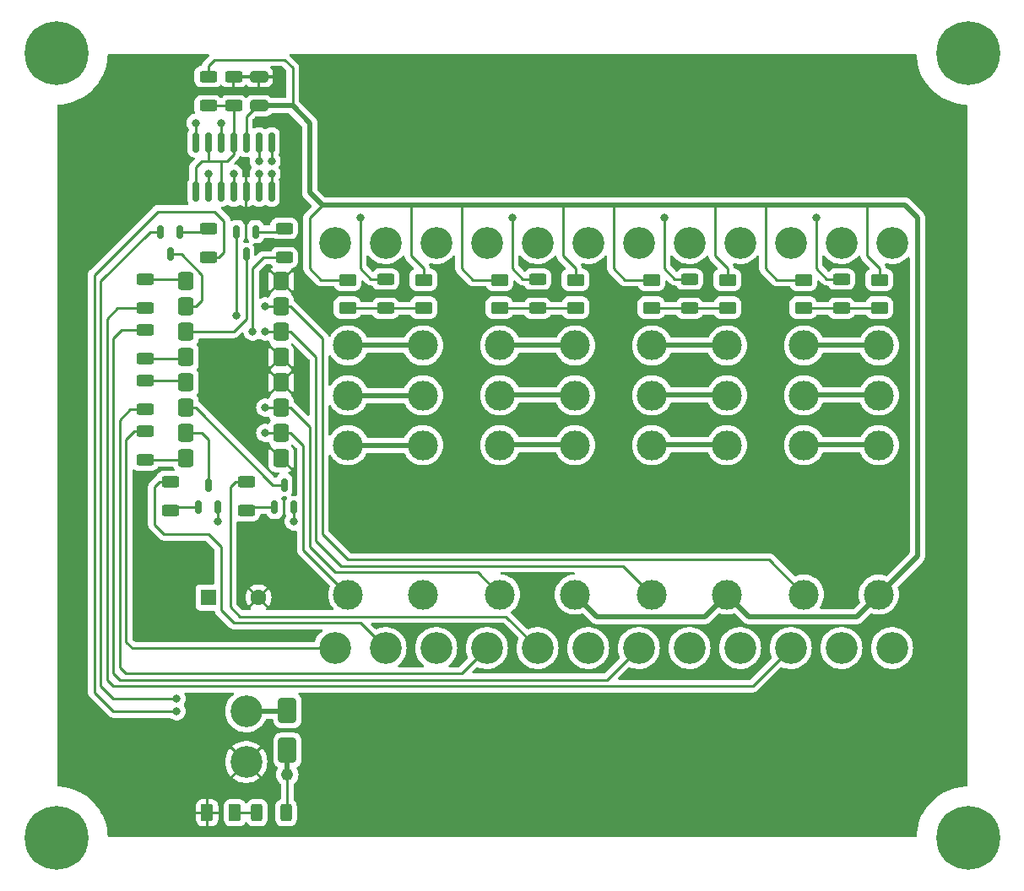
<source format=gbr>
%TF.GenerationSoftware,KiCad,Pcbnew,7.0.6*%
%TF.CreationDate,2023-07-18T18:02:52+08:00*%
%TF.ProjectId,RelayModuleMK1_KiCad,52656c61-794d-46f6-9475-6c654d4b315f,rev?*%
%TF.SameCoordinates,Original*%
%TF.FileFunction,Copper,L1,Top*%
%TF.FilePolarity,Positive*%
%FSLAX46Y46*%
G04 Gerber Fmt 4.6, Leading zero omitted, Abs format (unit mm)*
G04 Created by KiCad (PCBNEW 7.0.6) date 2023-07-18 18:02:52*
%MOMM*%
%LPD*%
G01*
G04 APERTURE LIST*
G04 Aperture macros list*
%AMRoundRect*
0 Rectangle with rounded corners*
0 $1 Rounding radius*
0 $2 $3 $4 $5 $6 $7 $8 $9 X,Y pos of 4 corners*
0 Add a 4 corners polygon primitive as box body*
4,1,4,$2,$3,$4,$5,$6,$7,$8,$9,$2,$3,0*
0 Add four circle primitives for the rounded corners*
1,1,$1+$1,$2,$3*
1,1,$1+$1,$4,$5*
1,1,$1+$1,$6,$7*
1,1,$1+$1,$8,$9*
0 Add four rect primitives between the rounded corners*
20,1,$1+$1,$2,$3,$4,$5,0*
20,1,$1+$1,$4,$5,$6,$7,0*
20,1,$1+$1,$6,$7,$8,$9,0*
20,1,$1+$1,$8,$9,$2,$3,0*%
G04 Aperture macros list end*
%TA.AperFunction,SMDPad,CuDef*%
%ADD10RoundRect,0.250000X-0.625000X0.375000X-0.625000X-0.375000X0.625000X-0.375000X0.625000X0.375000X0*%
%TD*%
%TA.AperFunction,ComponentPad*%
%ADD11C,3.200000*%
%TD*%
%TA.AperFunction,SMDPad,CuDef*%
%ADD12RoundRect,0.250000X0.625000X-0.375000X0.625000X0.375000X-0.625000X0.375000X-0.625000X-0.375000X0*%
%TD*%
%TA.AperFunction,SMDPad,CuDef*%
%ADD13RoundRect,0.150000X0.150000X-0.512500X0.150000X0.512500X-0.150000X0.512500X-0.150000X-0.512500X0*%
%TD*%
%TA.AperFunction,SMDPad,CuDef*%
%ADD14RoundRect,0.250000X-0.625000X0.312500X-0.625000X-0.312500X0.625000X-0.312500X0.625000X0.312500X0*%
%TD*%
%TA.AperFunction,ComponentPad*%
%ADD15C,3.000000*%
%TD*%
%TA.AperFunction,SMDPad,CuDef*%
%ADD16RoundRect,0.250000X0.625000X-0.312500X0.625000X0.312500X-0.625000X0.312500X-0.625000X-0.312500X0*%
%TD*%
%TA.AperFunction,SMDPad,CuDef*%
%ADD17RoundRect,0.250000X0.650000X-0.325000X0.650000X0.325000X-0.650000X0.325000X-0.650000X-0.325000X0*%
%TD*%
%TA.AperFunction,ComponentPad*%
%ADD18C,6.400000*%
%TD*%
%TA.AperFunction,SMDPad,CuDef*%
%ADD19RoundRect,0.150000X-0.150000X0.512500X-0.150000X-0.512500X0.150000X-0.512500X0.150000X0.512500X0*%
%TD*%
%TA.AperFunction,SMDPad,CuDef*%
%ADD20RoundRect,0.250000X-0.312500X-0.625000X0.312500X-0.625000X0.312500X0.625000X-0.312500X0.625000X0*%
%TD*%
%TA.AperFunction,ComponentPad*%
%ADD21R,1.600000X1.600000*%
%TD*%
%TA.AperFunction,ComponentPad*%
%ADD22C,1.600000*%
%TD*%
%TA.AperFunction,SMDPad,CuDef*%
%ADD23RoundRect,0.228000X-0.532000X-0.662000X0.532000X-0.662000X0.532000X0.662000X-0.532000X0.662000X0*%
%TD*%
%TA.AperFunction,SMDPad,CuDef*%
%ADD24RoundRect,0.250000X-0.375000X-0.625000X0.375000X-0.625000X0.375000X0.625000X-0.375000X0.625000X0*%
%TD*%
%TA.AperFunction,SMDPad,CuDef*%
%ADD25RoundRect,0.150000X-0.150000X0.825000X-0.150000X-0.825000X0.150000X-0.825000X0.150000X0.825000X0*%
%TD*%
%TA.AperFunction,SMDPad,CuDef*%
%ADD26RoundRect,0.250000X0.650000X-1.000000X0.650000X1.000000X-0.650000X1.000000X-0.650000X-1.000000X0*%
%TD*%
%TA.AperFunction,ViaPad*%
%ADD27C,1.219200*%
%TD*%
%TA.AperFunction,ViaPad*%
%ADD28C,0.812800*%
%TD*%
%TA.AperFunction,ViaPad*%
%ADD29C,0.800000*%
%TD*%
%TA.AperFunction,Conductor*%
%ADD30C,0.254000*%
%TD*%
%TA.AperFunction,Conductor*%
%ADD31C,0.508000*%
%TD*%
%TA.AperFunction,Conductor*%
%ADD32C,0.250000*%
%TD*%
G04 APERTURE END LIST*
D10*
%TO.P,DA2,1,K*%
%TO.N,VCC_PWR*%
X250190000Y-59560000D03*
%TO.P,DA2,2,A*%
%TO.N,Net-(DA2-A)*%
X250190000Y-62360000D03*
%TD*%
D11*
%TO.P,JIN1,1,Pin_1*%
%TO.N,VDD1*%
X226060000Y-96520000D03*
%TO.P,JIN1,2,Pin_2*%
%TO.N,IN1+*%
X231140000Y-96520000D03*
%TO.P,JIN1,3,Pin_3*%
%TO.N,IN1-*%
X236220000Y-96520000D03*
%TD*%
D12*
%TO.P,DB3,1,K*%
%TO.N,Net-(DA3-A)*%
X257810000Y-62360000D03*
%TO.P,DB3,2,A*%
%TO.N,VCC_PWR*%
X257810000Y-59560000D03*
%TD*%
D13*
%TO.P,Q1,1,B*%
%TO.N,Net-(Q1-B)*%
X197170000Y-82417500D03*
%TO.P,Q1,2,E*%
%TO.N,IN0-*%
X199070000Y-82417500D03*
%TO.P,Q1,3,C*%
%TO.N,Net-(Q1-C)*%
X198120000Y-80142500D03*
%TD*%
D14*
%TO.P,R3,1*%
%TO.N,IN0+*%
X194310000Y-79817500D03*
%TO.P,R3,2*%
%TO.N,Net-(Q1-B)*%
X194310000Y-82742500D03*
%TD*%
%TO.P,R4,1*%
%TO.N,IN1+*%
X201930000Y-79817500D03*
%TO.P,R4,2*%
%TO.N,Net-(Q2-B)*%
X201930000Y-82742500D03*
%TD*%
D10*
%TO.P,DA1,1,K*%
%TO.N,VCC_PWR*%
X234950000Y-59560000D03*
%TO.P,DA1,2,A*%
%TO.N,Net-(DA1-A)*%
X234950000Y-62360000D03*
%TD*%
D14*
%TO.P,R12,1*%
%TO.N,Net-(R12-Pad1)*%
X261620000Y-59497500D03*
%TO.P,R12,2*%
%TO.N,Net-(DA3-A)*%
X261620000Y-62422500D03*
%TD*%
D15*
%TO.P,Relay1,1,1*%
%TO.N,VCC_PWR*%
X219650000Y-91160000D03*
%TO.P,Relay1,2,2*%
%TO.N,OUT_A0*%
X219650000Y-76160000D03*
%TO.P,Relay1,3,3*%
%TO.N,OUT_COM0*%
X219650000Y-71160000D03*
%TO.P,Relay1,4,4*%
%TO.N,OUT_B0*%
X219650000Y-66160000D03*
%TO.P,Relay1,5,5*%
X212150000Y-66160000D03*
%TO.P,Relay1,6,6*%
%TO.N,OUT_COM0*%
X212150000Y-71160000D03*
%TO.P,Relay1,7,7*%
%TO.N,OUT_A0*%
X212150000Y-76160000D03*
%TO.P,Relay1,8,8*%
%TO.N,Net-(U2C-+)*%
X212150000Y-91160000D03*
%TD*%
D14*
%TO.P,R13,1*%
%TO.N,VCC_PWR*%
X198120000Y-39177500D03*
%TO.P,R13,2*%
%TO.N,Vref*%
X198120000Y-42102500D03*
%TD*%
D16*
%TO.P,R5,1*%
%TO.N,VDD1*%
X191770000Y-72582500D03*
%TO.P,R5,2*%
%TO.N,Net-(R5-Pad2)*%
X191770000Y-69657500D03*
%TD*%
%TO.P,R11,1*%
%TO.N,VDD3*%
X191770000Y-62422500D03*
%TO.P,R11,2*%
%TO.N,Net-(R11-Pad2)*%
X191770000Y-59497500D03*
%TD*%
D14*
%TO.P,R1,1*%
%TO.N,VDD0*%
X191770000Y-74737500D03*
%TO.P,R1,2*%
%TO.N,Net-(R1-Pad2)*%
X191770000Y-77662500D03*
%TD*%
D10*
%TO.P,DA3,1,K*%
%TO.N,VCC_PWR*%
X265430000Y-59560000D03*
%TO.P,DA3,2,A*%
%TO.N,Net-(DA3-A)*%
X265430000Y-62360000D03*
%TD*%
D17*
%TO.P,C1,1*%
%TO.N,VCC_PWR*%
X203200000Y-42115000D03*
%TO.P,C1,2*%
%TO.N,GNDPWR*%
X203200000Y-39165000D03*
%TD*%
D18*
%TO.P,REF\u002A\u002A,1*%
%TO.N,N/C*%
X182880000Y-115570000D03*
%TD*%
D15*
%TO.P,Relay4,1,1*%
%TO.N,VCC_PWR*%
X265370000Y-91160000D03*
%TO.P,Relay4,2,2*%
%TO.N,OUT_A3*%
X265370000Y-76160000D03*
%TO.P,Relay4,3,3*%
%TO.N,OUT_COM3*%
X265370000Y-71160000D03*
%TO.P,Relay4,4,4*%
%TO.N,OUT_B3*%
X265370000Y-66160000D03*
%TO.P,Relay4,5,5*%
X257870000Y-66160000D03*
%TO.P,Relay4,6,6*%
%TO.N,OUT_COM3*%
X257870000Y-71160000D03*
%TO.P,Relay4,7,7*%
%TO.N,OUT_A3*%
X257870000Y-76160000D03*
%TO.P,Relay4,8,8*%
%TO.N,Net-(U2A-+)*%
X257870000Y-91160000D03*
%TD*%
D19*
%TO.P,Q4,1,B*%
%TO.N,Net-(Q4-B)*%
X195260000Y-54742500D03*
%TO.P,Q4,2,E*%
%TO.N,IN3-*%
X193360000Y-54742500D03*
%TO.P,Q4,3,C*%
%TO.N,Net-(Q4-C)*%
X194310000Y-57017500D03*
%TD*%
D14*
%TO.P,R8,1*%
%TO.N,VDD2*%
X191770000Y-64577500D03*
%TO.P,R8,2*%
%TO.N,Net-(R8-Pad2)*%
X191770000Y-67502500D03*
%TD*%
D11*
%TO.P,JOUT2,1,Pin_1*%
%TO.N,OUT_A2*%
X251460000Y-55880000D03*
%TO.P,JOUT2,2,Pin_2*%
%TO.N,OUT_COM2*%
X246380000Y-55880000D03*
%TO.P,JOUT2,3,Pin_3*%
%TO.N,OUT_B2*%
X241300000Y-55880000D03*
%TD*%
%TO.P,JOUT0,1,Pin_1*%
%TO.N,OUT_A0*%
X220980000Y-55880000D03*
%TO.P,JOUT0,2,Pin_2*%
%TO.N,OUT_COM0*%
X215900000Y-55880000D03*
%TO.P,JOUT0,3,Pin_3*%
%TO.N,OUT_B0*%
X210820000Y-55880000D03*
%TD*%
D13*
%TO.P,Q2,1,B*%
%TO.N,Net-(Q2-B)*%
X204790000Y-82417500D03*
%TO.P,Q2,2,E*%
%TO.N,IN1-*%
X206690000Y-82417500D03*
%TO.P,Q2,3,C*%
%TO.N,Net-(Q2-C)*%
X205740000Y-80142500D03*
%TD*%
D18*
%TO.P,REF\u002A\u002A,1*%
%TO.N,N/C*%
X182880000Y-36830000D03*
%TD*%
D19*
%TO.P,Q3,1,B*%
%TO.N,Net-(Q3-B)*%
X202880000Y-54742500D03*
%TO.P,Q3,2,E*%
%TO.N,IN2-*%
X200980000Y-54742500D03*
%TO.P,Q3,3,C*%
%TO.N,Net-(Q3-C)*%
X201930000Y-57017500D03*
%TD*%
D16*
%TO.P,R7,1*%
%TO.N,IN2+*%
X205740000Y-57342500D03*
%TO.P,R7,2*%
%TO.N,Net-(Q3-B)*%
X205740000Y-54417500D03*
%TD*%
D12*
%TO.P,DB2,1,K*%
%TO.N,Net-(DA2-A)*%
X242570000Y-62360000D03*
%TO.P,DB2,2,A*%
%TO.N,VCC_PWR*%
X242570000Y-59560000D03*
%TD*%
D11*
%TO.P,JOUT3,1,Pin_1*%
%TO.N,OUT_A3*%
X266700000Y-55880000D03*
%TO.P,JOUT3,2,Pin_2*%
%TO.N,OUT_COM3*%
X261620000Y-55880000D03*
%TO.P,JOUT3,3,Pin_3*%
%TO.N,OUT_B3*%
X256540000Y-55880000D03*
%TD*%
%TO.P,J1,1,Pin_1*%
%TO.N,Net-(D1-A)*%
X201930000Y-102870000D03*
%TO.P,J1,2,Pin_2*%
%TO.N,GNDPWR*%
X201930000Y-107950000D03*
%TD*%
D15*
%TO.P,Relay3,1,1*%
%TO.N,VCC_PWR*%
X250130000Y-91160000D03*
%TO.P,Relay3,2,2*%
%TO.N,OUT_A2*%
X250130000Y-76160000D03*
%TO.P,Relay3,3,3*%
%TO.N,OUT_COM2*%
X250130000Y-71160000D03*
%TO.P,Relay3,4,4*%
%TO.N,OUT_B2*%
X250130000Y-66160000D03*
%TO.P,Relay3,5,5*%
X242630000Y-66160000D03*
%TO.P,Relay3,6,6*%
%TO.N,OUT_COM2*%
X242630000Y-71160000D03*
%TO.P,Relay3,7,7*%
%TO.N,OUT_A2*%
X242630000Y-76160000D03*
%TO.P,Relay3,8,8*%
%TO.N,Net-(U2B-+)*%
X242630000Y-91160000D03*
%TD*%
D16*
%TO.P,R14,1*%
%TO.N,Vref*%
X200660000Y-42102500D03*
%TO.P,R14,2*%
%TO.N,GNDPWR*%
X200660000Y-39177500D03*
%TD*%
D15*
%TO.P,Relay2,1,1*%
%TO.N,VCC_PWR*%
X234890000Y-91160000D03*
%TO.P,Relay2,2,2*%
%TO.N,OUT_A1*%
X234890000Y-76160000D03*
%TO.P,Relay2,3,3*%
%TO.N,OUT_COM1*%
X234890000Y-71160000D03*
%TO.P,Relay2,4,4*%
%TO.N,OUT_B1*%
X234890000Y-66160000D03*
%TO.P,Relay2,5,5*%
X227390000Y-66160000D03*
%TO.P,Relay2,6,6*%
%TO.N,OUT_COM1*%
X227390000Y-71160000D03*
%TO.P,Relay2,7,7*%
%TO.N,OUT_A1*%
X227390000Y-76160000D03*
%TO.P,Relay2,8,8*%
%TO.N,Net-(U2D-+)*%
X227390000Y-91160000D03*
%TD*%
D11*
%TO.P,JOUT1,1,Pin_1*%
%TO.N,OUT_A1*%
X236220000Y-55880000D03*
%TO.P,JOUT1,2,Pin_2*%
%TO.N,OUT_COM1*%
X231140000Y-55880000D03*
%TO.P,JOUT1,3,Pin_3*%
%TO.N,OUT_B1*%
X226060000Y-55880000D03*
%TD*%
D20*
%TO.P,R15,1*%
%TO.N,Net-(D2-A)*%
X203007500Y-113030000D03*
%TO.P,R15,2*%
%TO.N,VCC_PWR*%
X205932500Y-113030000D03*
%TD*%
D12*
%TO.P,DB0,1,K*%
%TO.N,Net-(DA0-A)*%
X212090000Y-62360000D03*
%TO.P,DB0,2,A*%
%TO.N,VCC_PWR*%
X212090000Y-59560000D03*
%TD*%
D21*
%TO.P,C2,1*%
%TO.N,VCC_PWR*%
X198160000Y-91440000D03*
D22*
%TO.P,C2,2*%
%TO.N,GNDPWR*%
X203160000Y-91440000D03*
%TD*%
D12*
%TO.P,DB1,1,K*%
%TO.N,Net-(DA1-A)*%
X227330000Y-62360000D03*
%TO.P,DB1,2,A*%
%TO.N,VCC_PWR*%
X227330000Y-59560000D03*
%TD*%
D11*
%TO.P,JIN3,1,Pin_1*%
%TO.N,VDD3*%
X256540000Y-96520000D03*
%TO.P,JIN3,2,Pin_2*%
%TO.N,IN3+*%
X261620000Y-96520000D03*
%TO.P,JIN3,3,Pin_3*%
%TO.N,IN3-*%
X266700000Y-96520000D03*
%TD*%
%TO.P,JIN0,1,Pin_1*%
%TO.N,VDD0*%
X210820000Y-96520000D03*
%TO.P,JIN0,2,Pin_2*%
%TO.N,IN0+*%
X215900000Y-96520000D03*
%TO.P,JIN0,3,Pin_3*%
%TO.N,IN0-*%
X220980000Y-96520000D03*
%TD*%
D23*
%TO.P,U1,1*%
%TO.N,Net-(R11-Pad2)*%
X195900000Y-59690000D03*
%TO.P,U1,2*%
%TO.N,Net-(Q4-C)*%
X195900000Y-62230000D03*
%TO.P,U1,3*%
%TO.N,Net-(Q3-C)*%
X195900000Y-64770000D03*
%TO.P,U1,4*%
%TO.N,Net-(R8-Pad2)*%
X195900000Y-67310000D03*
%TO.P,U1,5*%
%TO.N,Net-(R5-Pad2)*%
X195900000Y-69850000D03*
%TO.P,U1,6*%
%TO.N,Net-(Q2-C)*%
X195900000Y-72390000D03*
%TO.P,U1,7*%
%TO.N,Net-(Q1-C)*%
X195900000Y-74930000D03*
%TO.P,U1,8*%
%TO.N,Net-(R1-Pad2)*%
X195900000Y-77470000D03*
%TO.P,U1,9*%
%TO.N,GNDPWR*%
X205420000Y-77470000D03*
%TO.P,U1,10*%
%TO.N,Net-(U2C-+)*%
X205420000Y-74930000D03*
%TO.P,U1,11*%
%TO.N,Net-(U2D-+)*%
X205420000Y-72390000D03*
%TO.P,U1,12*%
%TO.N,GNDPWR*%
X205420000Y-69850000D03*
%TO.P,U1,13*%
X205420000Y-67310000D03*
%TO.P,U1,14*%
%TO.N,Net-(U2B-+)*%
X205420000Y-64770000D03*
%TO.P,U1,15*%
%TO.N,Net-(U2A-+)*%
X205420000Y-62230000D03*
%TO.P,U1,16*%
%TO.N,GNDPWR*%
X205420000Y-59690000D03*
%TD*%
D14*
%TO.P,R6,1*%
%TO.N,Net-(R6-Pad1)*%
X231140000Y-59497500D03*
%TO.P,R6,2*%
%TO.N,Net-(DA1-A)*%
X231140000Y-62422500D03*
%TD*%
D24*
%TO.P,D2,1,K*%
%TO.N,GNDPWR*%
X197990000Y-113030000D03*
%TO.P,D2,2,A*%
%TO.N,Net-(D2-A)*%
X200790000Y-113030000D03*
%TD*%
D11*
%TO.P,JIN2,1,Pin_1*%
%TO.N,VDD2*%
X241300000Y-96520000D03*
%TO.P,JIN2,2,Pin_2*%
%TO.N,IN2+*%
X246380000Y-96520000D03*
%TO.P,JIN2,3,Pin_3*%
%TO.N,IN2-*%
X251460000Y-96520000D03*
%TD*%
D14*
%TO.P,R2,1*%
%TO.N,Net-(R2-Pad1)*%
X215900000Y-59497500D03*
%TO.P,R2,2*%
%TO.N,Net-(DA0-A)*%
X215900000Y-62422500D03*
%TD*%
%TO.P,R9,1*%
%TO.N,Net-(R9-Pad1)*%
X246380000Y-59497500D03*
%TO.P,R9,2*%
%TO.N,Net-(DA2-A)*%
X246380000Y-62422500D03*
%TD*%
D25*
%TO.P,U2,1*%
%TO.N,Net-(R9-Pad1)*%
X204470000Y-45785000D03*
%TO.P,U2,2*%
%TO.N,Net-(R12-Pad1)*%
X203200000Y-45785000D03*
%TO.P,U2,3,V+*%
%TO.N,VCC_PWR*%
X201930000Y-45785000D03*
%TO.P,U2,4,-*%
%TO.N,Vref*%
X200660000Y-45785000D03*
%TO.P,U2,5,+*%
%TO.N,Net-(U2A-+)*%
X199390000Y-45785000D03*
%TO.P,U2,6,-*%
%TO.N,Vref*%
X198120000Y-45785000D03*
%TO.P,U2,7,+*%
%TO.N,Net-(U2B-+)*%
X196850000Y-45785000D03*
%TO.P,U2,8,-*%
%TO.N,Vref*%
X196850000Y-50735000D03*
%TO.P,U2,9,+*%
%TO.N,Net-(U2D-+)*%
X198120000Y-50735000D03*
%TO.P,U2,10,-*%
%TO.N,Vref*%
X199390000Y-50735000D03*
%TO.P,U2,11,+*%
%TO.N,Net-(U2C-+)*%
X200660000Y-50735000D03*
%TO.P,U2,12,V-*%
%TO.N,GNDPWR*%
X201930000Y-50735000D03*
%TO.P,U2,13*%
%TO.N,Net-(R2-Pad1)*%
X203200000Y-50735000D03*
%TO.P,U2,14*%
%TO.N,Net-(R6-Pad1)*%
X204470000Y-50735000D03*
%TD*%
D26*
%TO.P,D1,1,K*%
%TO.N,VCC_PWR*%
X206057500Y-106775000D03*
%TO.P,D1,2,A*%
%TO.N,Net-(D1-A)*%
X206057500Y-102775000D03*
%TD*%
D10*
%TO.P,DA0,1,K*%
%TO.N,VCC_PWR*%
X219710000Y-59560000D03*
%TO.P,DA0,2,A*%
%TO.N,Net-(DA0-A)*%
X219710000Y-62360000D03*
%TD*%
D16*
%TO.P,R10,1*%
%TO.N,IN3+*%
X198120000Y-57342500D03*
%TO.P,R10,2*%
%TO.N,Net-(Q4-B)*%
X198120000Y-54417500D03*
%TD*%
D18*
%TO.P,REF\u002A\u002A,1*%
%TO.N,N/C*%
X274320000Y-36830000D03*
%TD*%
%TO.P,REF\u002A\u002A,1*%
%TO.N,N/C*%
X274320000Y-115570000D03*
%TD*%
D27*
%TO.N,VCC_PWR*%
X206057500Y-109220000D03*
%TO.N,GNDPWR*%
X207645000Y-59690000D03*
X206375000Y-52070000D03*
X205105000Y-39165000D03*
X203200000Y-69850000D03*
X191770000Y-91440000D03*
D28*
%TO.N,IN0-*%
X199072500Y-83820000D03*
%TO.N,IN1-*%
X206692500Y-83820000D03*
%TO.N,IN2+*%
X202565000Y-64770000D03*
%TO.N,IN2-*%
X200977500Y-63182500D03*
%TO.N,IN3+*%
X194945000Y-102870000D03*
%TO.N,IN3-*%
X194945000Y-101600000D03*
D29*
%TO.N,Net-(R2-Pad1)*%
X203200000Y-48895000D03*
X213360000Y-53340000D03*
%TO.N,Net-(R6-Pad1)*%
X204470000Y-48895000D03*
X228600000Y-53340000D03*
%TO.N,Net-(R9-Pad1)*%
X204470000Y-47625000D03*
X243840000Y-53340000D03*
%TO.N,Net-(R12-Pad1)*%
X259080000Y-53340000D03*
X203200000Y-47625000D03*
%TO.N,Net-(U2A-+)*%
X199390000Y-43815000D03*
X203835000Y-62230000D03*
%TO.N,Net-(U2B-+)*%
X196850000Y-43815000D03*
X203835000Y-64770000D03*
%TO.N,Net-(U2C-+)*%
X203835000Y-74930000D03*
X200660000Y-48895000D03*
%TO.N,Net-(U2D-+)*%
X203835000Y-72390000D03*
X198120000Y-48895000D03*
%TD*%
D30*
%TO.N,VCC_PWR*%
X198755000Y-37465000D02*
X205740000Y-37465000D01*
X206057500Y-109220000D02*
X206057500Y-112905000D01*
D31*
X264160000Y-52070000D02*
X267970000Y-52070000D01*
X269240000Y-87290000D02*
X265370000Y-91160000D01*
X247945000Y-93345000D02*
X250130000Y-91160000D01*
X234890000Y-91160000D02*
X237075000Y-93345000D01*
D30*
X234950000Y-59560000D02*
X234950000Y-58420000D01*
X206057500Y-112905000D02*
X205932500Y-113030000D01*
X205740000Y-37465000D02*
X206580000Y-38305000D01*
X201930000Y-43180000D02*
X201930000Y-45785000D01*
D31*
X267970000Y-52070000D02*
X269240000Y-53340000D01*
X209550000Y-52070000D02*
X208280000Y-50800000D01*
D30*
X242570000Y-59560000D02*
X239900000Y-59560000D01*
X234950000Y-58420000D02*
X233680000Y-57150000D01*
D31*
X208280000Y-50800000D02*
X208280000Y-43815000D01*
X250130000Y-91160000D02*
X252315000Y-93345000D01*
D30*
X255140000Y-59560000D02*
X254000000Y-58420000D01*
X206580000Y-38305000D02*
X206580000Y-42115000D01*
X219710000Y-59560000D02*
X219710000Y-58420000D01*
X208280000Y-58420000D02*
X209420000Y-59560000D01*
D31*
X203200000Y-42115000D02*
X205105000Y-42115000D01*
D30*
X218440000Y-57150000D02*
X218440000Y-52070000D01*
X264160000Y-57150000D02*
X265430000Y-58420000D01*
X265430000Y-58420000D02*
X265430000Y-59560000D01*
X208280000Y-53340000D02*
X208280000Y-58420000D01*
X198120000Y-39177500D02*
X198120000Y-38100000D01*
D31*
X269240000Y-53340000D02*
X269240000Y-87290000D01*
X209550000Y-52070000D02*
X264160000Y-52070000D01*
D30*
X233680000Y-57150000D02*
X233680000Y-52070000D01*
X238760000Y-58420000D02*
X238760000Y-52070000D01*
X239900000Y-59560000D02*
X238760000Y-58420000D01*
X209550000Y-52070000D02*
X208280000Y-53340000D01*
X219710000Y-58420000D02*
X218440000Y-57150000D01*
X257810000Y-59560000D02*
X255140000Y-59560000D01*
D31*
X208280000Y-43815000D02*
X206580000Y-42115000D01*
D30*
X198120000Y-38100000D02*
X198755000Y-37465000D01*
X203200000Y-41910000D02*
X201930000Y-43180000D01*
X254000000Y-58420000D02*
X254000000Y-52070000D01*
X248920000Y-57150000D02*
X248920000Y-52070000D01*
D31*
X237075000Y-93345000D02*
X247945000Y-93345000D01*
X205105000Y-42115000D02*
X206580000Y-42115000D01*
D30*
X227330000Y-59560000D02*
X224660000Y-59560000D01*
X209420000Y-59560000D02*
X212090000Y-59560000D01*
X224660000Y-59560000D02*
X223520000Y-58420000D01*
X223520000Y-58420000D02*
X223520000Y-52070000D01*
D31*
X252315000Y-93345000D02*
X263185000Y-93345000D01*
X263185000Y-93345000D02*
X265370000Y-91160000D01*
X206057500Y-106775000D02*
X206057500Y-109220000D01*
D30*
X250190000Y-59560000D02*
X250190000Y-58420000D01*
X250190000Y-58420000D02*
X248920000Y-57150000D01*
X264160000Y-52070000D02*
X264160000Y-57150000D01*
%TO.N,GNDPWR*%
X203200000Y-39165000D02*
X200672500Y-39165000D01*
X200672500Y-39165000D02*
X200660000Y-39177500D01*
X203200000Y-39165000D02*
X205105000Y-39165000D01*
D32*
%TO.N,Net-(DA0-A)*%
X212152500Y-62422500D02*
X212090000Y-62360000D01*
X219647500Y-62422500D02*
X219710000Y-62360000D01*
X215900000Y-62422500D02*
X212152500Y-62422500D01*
X215900000Y-62422500D02*
X219647500Y-62422500D01*
%TO.N,Net-(DA1-A)*%
X231140000Y-62422500D02*
X234887500Y-62422500D01*
X234887500Y-62422500D02*
X234950000Y-62360000D01*
X227392500Y-62422500D02*
X227330000Y-62360000D01*
X231140000Y-62422500D02*
X227392500Y-62422500D01*
%TO.N,Net-(DA2-A)*%
X242632500Y-62422500D02*
X242570000Y-62360000D01*
X250127500Y-62422500D02*
X250190000Y-62360000D01*
X246380000Y-62422500D02*
X250127500Y-62422500D01*
X246380000Y-62422500D02*
X242632500Y-62422500D01*
%TO.N,Net-(DA3-A)*%
X257872500Y-62422500D02*
X257810000Y-62360000D01*
X261620000Y-62422500D02*
X265367500Y-62422500D01*
X265367500Y-62422500D02*
X265430000Y-62360000D01*
X261620000Y-62422500D02*
X257872500Y-62422500D01*
D30*
%TO.N,VDD0*%
X190500000Y-96520000D02*
X210820000Y-96520000D01*
X189865000Y-95885000D02*
X190500000Y-96520000D01*
X191770000Y-74737500D02*
X190692500Y-74737500D01*
X190692500Y-74737500D02*
X189865000Y-75565000D01*
X189865000Y-75565000D02*
X189865000Y-95885000D01*
%TO.N,IN0+*%
X199390000Y-86360000D02*
X199390000Y-92710000D01*
X192722500Y-80327500D02*
X192722500Y-84137500D01*
X193675000Y-85090000D02*
X198120000Y-85090000D01*
X192722500Y-84137500D02*
X193675000Y-85090000D01*
X193232500Y-79817500D02*
X192722500Y-80327500D01*
X198120000Y-85090000D02*
X199390000Y-86360000D01*
X213360000Y-93980000D02*
X215900000Y-96520000D01*
X199390000Y-92710000D02*
X200660000Y-93980000D01*
X200660000Y-93980000D02*
X213360000Y-93980000D01*
X194310000Y-79817500D02*
X193232500Y-79817500D01*
%TO.N,IN0-*%
X199070000Y-82417500D02*
X199070000Y-83817500D01*
X199070000Y-83817500D02*
X199072500Y-83820000D01*
%TO.N,VDD1*%
X189230000Y-73660000D02*
X189230000Y-98425000D01*
X223520000Y-99060000D02*
X226060000Y-96520000D01*
X189865000Y-99060000D02*
X223520000Y-99060000D01*
X190307500Y-72582500D02*
X189230000Y-73660000D01*
X189230000Y-98425000D02*
X189865000Y-99060000D01*
X191770000Y-72582500D02*
X190307500Y-72582500D01*
%TO.N,IN1+*%
X200852500Y-79817500D02*
X200342500Y-80327500D01*
X200342500Y-92392500D02*
X201295000Y-93345000D01*
X201295000Y-93345000D02*
X227965000Y-93345000D01*
X227965000Y-93345000D02*
X231140000Y-96520000D01*
X201930000Y-79817500D02*
X200852500Y-79817500D01*
X200342500Y-80327500D02*
X200342500Y-92392500D01*
%TO.N,IN1-*%
X206690000Y-82417500D02*
X206690000Y-83817500D01*
X206690000Y-83817500D02*
X206692500Y-83820000D01*
%TO.N,VDD2*%
X189230000Y-99695000D02*
X238125000Y-99695000D01*
X188595000Y-65405000D02*
X188595000Y-99060000D01*
X191770000Y-64577500D02*
X189422500Y-64577500D01*
X189422500Y-64577500D02*
X188595000Y-65405000D01*
X238125000Y-99695000D02*
X241300000Y-96520000D01*
X188595000Y-99060000D02*
X189230000Y-99695000D01*
%TO.N,IN2+*%
X203642500Y-57342500D02*
X202565000Y-58420000D01*
X202565000Y-58420000D02*
X202565000Y-64770000D01*
X205740000Y-57342500D02*
X203642500Y-57342500D01*
%TO.N,IN2-*%
X200980000Y-54742500D02*
X200977500Y-54745000D01*
X200977500Y-54745000D02*
X200977500Y-63182500D01*
%TO.N,VDD3*%
X252730000Y-100330000D02*
X256540000Y-96520000D01*
X187960000Y-99695000D02*
X188595000Y-100330000D01*
X191770000Y-62422500D02*
X189037500Y-62422500D01*
X189037500Y-62422500D02*
X187960000Y-63500000D01*
X188595000Y-100330000D02*
X252730000Y-100330000D01*
X187960000Y-63500000D02*
X187960000Y-99695000D01*
%TO.N,IN3+*%
X198120000Y-57342500D02*
X199197500Y-57342500D01*
X199197500Y-57342500D02*
X199707500Y-56832500D01*
X186690000Y-100965000D02*
X188595000Y-102870000D01*
X199707500Y-56832500D02*
X199707500Y-53636999D01*
X188595000Y-102870000D02*
X194945000Y-102870000D01*
X193040000Y-52705000D02*
X186690000Y-59055000D01*
X199707500Y-53636999D02*
X198775501Y-52705000D01*
X198775501Y-52705000D02*
X193040000Y-52705000D01*
X186690000Y-59055000D02*
X186690000Y-100965000D01*
%TO.N,IN3-*%
X187325000Y-100330000D02*
X187325000Y-59690000D01*
X188595000Y-101600000D02*
X194945000Y-101600000D01*
X192272500Y-54742500D02*
X193360000Y-54742500D01*
X187325000Y-59690000D02*
X192272500Y-54742500D01*
X188595000Y-101600000D02*
X187325000Y-100330000D01*
D31*
%TO.N,OUT_A0*%
X212150000Y-76160000D02*
X219650000Y-76160000D01*
%TO.N,OUT_COM0*%
X212150000Y-71160000D02*
X219650000Y-71160000D01*
%TO.N,OUT_B0*%
X212150000Y-66160000D02*
X219650000Y-66160000D01*
%TO.N,OUT_A1*%
X227450000Y-76120000D02*
X234950000Y-76120000D01*
%TO.N,OUT_COM1*%
X227450000Y-71120000D02*
X234950000Y-71120000D01*
%TO.N,OUT_B1*%
X227450000Y-66120000D02*
X234950000Y-66120000D01*
%TO.N,OUT_A2*%
X242690000Y-76120000D02*
X250190000Y-76120000D01*
%TO.N,OUT_COM2*%
X242690000Y-71120000D02*
X250190000Y-71120000D01*
%TO.N,OUT_B2*%
X242690000Y-66120000D02*
X250190000Y-66120000D01*
%TO.N,OUT_A3*%
X257930000Y-76120000D02*
X265430000Y-76120000D01*
%TO.N,OUT_COM3*%
X257930000Y-71120000D02*
X265430000Y-71120000D01*
%TO.N,OUT_B3*%
X257930000Y-66120000D02*
X265430000Y-66120000D01*
D30*
%TO.N,Net-(Q1-B)*%
X197170000Y-82417500D02*
X194635000Y-82417500D01*
X194635000Y-82417500D02*
X194310000Y-82742500D01*
%TO.N,Net-(Q1-C)*%
X198120000Y-75565000D02*
X197485000Y-74930000D01*
X197485000Y-74930000D02*
X195900000Y-74930000D01*
X198120000Y-80142500D02*
X198120000Y-75565000D01*
%TO.N,Net-(Q2-B)*%
X204790000Y-82417500D02*
X202255000Y-82417500D01*
X202255000Y-82417500D02*
X201930000Y-82742500D01*
%TO.N,Net-(Q2-C)*%
X205740000Y-80142500D02*
X204602500Y-80142500D01*
X204602500Y-80142500D02*
X196850000Y-72390000D01*
X196850000Y-72390000D02*
X195900000Y-72390000D01*
%TO.N,Net-(Q3-B)*%
X202880000Y-54742500D02*
X205415000Y-54742500D01*
X205415000Y-54742500D02*
X205740000Y-54417500D01*
%TO.N,Net-(Q3-C)*%
X201930000Y-57017500D02*
X201930000Y-63500000D01*
X201930000Y-63500000D02*
X200660000Y-64770000D01*
X200660000Y-64770000D02*
X195900000Y-64770000D01*
%TO.N,Net-(Q4-B)*%
X197795000Y-54742500D02*
X198120000Y-54417500D01*
X195260000Y-54742500D02*
X197795000Y-54742500D01*
%TO.N,Net-(Q4-C)*%
X195447500Y-57017500D02*
X194310000Y-57017500D01*
X196850000Y-62230000D02*
X197485000Y-61595000D01*
X197485000Y-61595000D02*
X197485000Y-59055000D01*
X195900000Y-62230000D02*
X196850000Y-62230000D01*
X197485000Y-59055000D02*
X195447500Y-57017500D01*
%TO.N,Net-(R1-Pad2)*%
X195707500Y-77662500D02*
X195900000Y-77470000D01*
X191770000Y-77662500D02*
X195707500Y-77662500D01*
%TO.N,Net-(R2-Pad1)*%
X203200000Y-50735000D02*
X203200000Y-48895000D01*
X214437500Y-59497500D02*
X213360000Y-58420000D01*
X213360000Y-58420000D02*
X213360000Y-53340000D01*
X215900000Y-59497500D02*
X214437500Y-59497500D01*
%TO.N,Net-(R5-Pad2)*%
X191770000Y-69657500D02*
X195707500Y-69657500D01*
X195707500Y-69657500D02*
X195900000Y-69850000D01*
%TO.N,Net-(R6-Pad1)*%
X228600000Y-58420000D02*
X228600000Y-53340000D01*
X231140000Y-59497500D02*
X229677500Y-59497500D01*
X229677500Y-59497500D02*
X228600000Y-58420000D01*
X204470000Y-50735000D02*
X204470000Y-48895000D01*
%TO.N,Net-(R8-Pad2)*%
X195707500Y-67502500D02*
X195900000Y-67310000D01*
X191770000Y-67502500D02*
X195707500Y-67502500D01*
%TO.N,Net-(R9-Pad1)*%
X244917500Y-59497500D02*
X243840000Y-58420000D01*
X243840000Y-58420000D02*
X243840000Y-53340000D01*
X204470000Y-45785000D02*
X204470000Y-47625000D01*
X246380000Y-59497500D02*
X244917500Y-59497500D01*
%TO.N,Net-(R11-Pad2)*%
X191770000Y-59497500D02*
X195707500Y-59497500D01*
X195707500Y-59497500D02*
X195900000Y-59690000D01*
%TO.N,Net-(R12-Pad1)*%
X261620000Y-59497500D02*
X260157500Y-59497500D01*
X260157500Y-59497500D02*
X259080000Y-58420000D01*
X259080000Y-58420000D02*
X259080000Y-53340000D01*
X203200000Y-45785000D02*
X203200000Y-47625000D01*
%TO.N,Vref*%
X199390000Y-50735000D02*
X199390000Y-47625000D01*
X200660000Y-46990000D02*
X200660000Y-45785000D01*
X198120000Y-47625000D02*
X199390000Y-47625000D01*
X198120000Y-42102500D02*
X200660000Y-42102500D01*
X200025000Y-47625000D02*
X200660000Y-46990000D01*
X200660000Y-45785000D02*
X200660000Y-42102500D01*
X196850000Y-50735000D02*
X196850000Y-48260000D01*
X199390000Y-47625000D02*
X200025000Y-47625000D01*
X196850000Y-48260000D02*
X197485000Y-47625000D01*
X198120000Y-45785000D02*
X198120000Y-47625000D01*
X197485000Y-47625000D02*
X198120000Y-47625000D01*
%TO.N,Net-(U2A-+)*%
X206375000Y-62230000D02*
X209550000Y-65405000D01*
X209550000Y-85090000D02*
X212090000Y-87630000D01*
X205420000Y-62230000D02*
X206375000Y-62230000D01*
X203835000Y-62230000D02*
X205420000Y-62230000D01*
X209550000Y-65405000D02*
X209550000Y-85090000D01*
X212090000Y-87630000D02*
X254340000Y-87630000D01*
X199390000Y-45785000D02*
X199390000Y-43815000D01*
X254340000Y-87630000D02*
X257870000Y-91160000D01*
%TO.N,Net-(U2B-+)*%
X206375000Y-64770000D02*
X208915000Y-67310000D01*
X208915000Y-67310000D02*
X208915000Y-85725000D01*
X203835000Y-64770000D02*
X205420000Y-64770000D01*
X211455000Y-88265000D02*
X239735000Y-88265000D01*
X205420000Y-64770000D02*
X206375000Y-64770000D01*
X196850000Y-45785000D02*
X196850000Y-43815000D01*
X208915000Y-85725000D02*
X211455000Y-88265000D01*
X239735000Y-88265000D02*
X242630000Y-91160000D01*
%TO.N,Net-(U2C-+)*%
X205420000Y-74930000D02*
X206375000Y-74930000D01*
X200660000Y-50735000D02*
X200660000Y-48895000D01*
X207645000Y-76200000D02*
X207645000Y-86655000D01*
X207645000Y-86655000D02*
X212150000Y-91160000D01*
X206375000Y-74930000D02*
X207645000Y-76200000D01*
X203835000Y-74930000D02*
X205420000Y-74930000D01*
%TO.N,Net-(U2D-+)*%
X225130000Y-88900000D02*
X227390000Y-91160000D01*
X203835000Y-72390000D02*
X205420000Y-72390000D01*
X208280000Y-74295000D02*
X208280000Y-86360000D01*
X208280000Y-86360000D02*
X210820000Y-88900000D01*
X210820000Y-88900000D02*
X225130000Y-88900000D01*
X205420000Y-72390000D02*
X206375000Y-72390000D01*
X206375000Y-72390000D02*
X208280000Y-74295000D01*
X198120000Y-50735000D02*
X198120000Y-48895000D01*
D31*
%TO.N,Net-(D1-A)*%
X205962500Y-102870000D02*
X206057500Y-102775000D01*
X201930000Y-102870000D02*
X205962500Y-102870000D01*
D30*
%TO.N,Net-(D2-A)*%
X203007500Y-113030000D02*
X200790000Y-113030000D01*
%TD*%
%TA.AperFunction,Conductor*%
%TO.N,GNDPWR*%
G36*
X198179697Y-36925502D02*
G01*
X198226190Y-36979158D01*
X198236294Y-37049432D01*
X198206800Y-37114012D01*
X198200684Y-37120581D01*
X197730076Y-37591188D01*
X197730077Y-37591189D01*
X197717616Y-37601173D01*
X197717801Y-37601397D01*
X197711697Y-37606446D01*
X197663574Y-37657692D01*
X197642358Y-37678909D01*
X197642353Y-37678914D01*
X197638032Y-37684483D01*
X197634185Y-37688987D01*
X197601785Y-37723490D01*
X197601784Y-37723492D01*
X197591976Y-37741332D01*
X197581124Y-37757850D01*
X197568654Y-37773925D01*
X197568650Y-37773932D01*
X197549843Y-37817388D01*
X197547233Y-37822716D01*
X197524433Y-37864191D01*
X197524430Y-37864199D01*
X197519370Y-37883907D01*
X197512968Y-37902607D01*
X197504882Y-37921293D01*
X197504881Y-37921297D01*
X197497476Y-37968051D01*
X197496272Y-37973865D01*
X197484543Y-38019550D01*
X197448229Y-38080556D01*
X197384697Y-38112246D01*
X197375309Y-38113563D01*
X197340580Y-38117111D01*
X197340577Y-38117112D01*
X197172261Y-38172885D01*
X197021347Y-38265970D01*
X197021341Y-38265975D01*
X196895975Y-38391341D01*
X196895970Y-38391347D01*
X196802885Y-38542262D01*
X196747113Y-38710572D01*
X196747112Y-38710579D01*
X196736500Y-38814446D01*
X196736500Y-39540544D01*
X196747112Y-39644425D01*
X196802885Y-39812738D01*
X196895970Y-39963652D01*
X196895975Y-39963658D01*
X197021341Y-40089024D01*
X197021347Y-40089029D01*
X197021348Y-40089030D01*
X197172262Y-40182115D01*
X197340574Y-40237887D01*
X197444455Y-40248500D01*
X198795544Y-40248499D01*
X198899426Y-40237887D01*
X199067738Y-40182115D01*
X199218652Y-40089030D01*
X199301260Y-40006421D01*
X199363570Y-39972398D01*
X199434386Y-39977462D01*
X199479450Y-40006423D01*
X199561659Y-40088633D01*
X199561660Y-40088634D01*
X199712474Y-40181657D01*
X199880678Y-40237393D01*
X199880681Y-40237394D01*
X199984483Y-40247999D01*
X199984483Y-40248000D01*
X200533000Y-40248000D01*
X200787000Y-40248000D01*
X201335517Y-40248000D01*
X201335516Y-40247999D01*
X201439318Y-40237394D01*
X201439321Y-40237393D01*
X201607525Y-40181657D01*
X201758339Y-40088634D01*
X201758345Y-40088629D01*
X201828405Y-40018570D01*
X201890717Y-39984544D01*
X201961532Y-39989609D01*
X202006595Y-40018570D01*
X202076654Y-40088629D01*
X202076660Y-40088634D01*
X202227474Y-40181657D01*
X202395678Y-40237393D01*
X202395681Y-40237394D01*
X202499483Y-40247999D01*
X202499483Y-40248000D01*
X203073000Y-40248000D01*
X203073000Y-39292000D01*
X203327000Y-39292000D01*
X203327000Y-40248000D01*
X203900517Y-40248000D01*
X203900516Y-40247999D01*
X204004318Y-40237394D01*
X204004321Y-40237393D01*
X204172525Y-40181657D01*
X204323339Y-40088634D01*
X204323345Y-40088629D01*
X204448629Y-39963345D01*
X204448634Y-39963339D01*
X204541657Y-39812525D01*
X204597393Y-39644321D01*
X204597394Y-39644318D01*
X204607999Y-39540516D01*
X204608000Y-39540516D01*
X204608000Y-39292000D01*
X203327000Y-39292000D01*
X203073000Y-39292000D01*
X202062711Y-39292000D01*
X202045092Y-39301621D01*
X202018309Y-39304500D01*
X200787000Y-39304500D01*
X200787000Y-40248000D01*
X200533000Y-40248000D01*
X200533000Y-39176500D01*
X200553002Y-39108379D01*
X200606658Y-39061886D01*
X200659000Y-39050500D01*
X201772289Y-39050500D01*
X201789908Y-39040879D01*
X201816691Y-39038000D01*
X204608000Y-39038000D01*
X204608000Y-38789483D01*
X204597394Y-38685681D01*
X204597393Y-38685678D01*
X204541657Y-38517474D01*
X204448634Y-38366660D01*
X204448629Y-38366654D01*
X204397570Y-38315595D01*
X204363544Y-38253283D01*
X204368609Y-38182468D01*
X204411156Y-38125632D01*
X204477676Y-38100821D01*
X204486665Y-38100500D01*
X205424578Y-38100500D01*
X205492699Y-38120502D01*
X205513667Y-38137399D01*
X205907597Y-38531329D01*
X205941620Y-38593638D01*
X205944500Y-38620421D01*
X205944500Y-41226500D01*
X205924498Y-41294621D01*
X205870842Y-41341114D01*
X205818500Y-41352500D01*
X204537373Y-41352500D01*
X204469252Y-41332498D01*
X204448278Y-41315595D01*
X204323658Y-41190975D01*
X204323652Y-41190970D01*
X204323652Y-41190969D01*
X204172738Y-41097885D01*
X204049842Y-41057162D01*
X204004427Y-41042113D01*
X204004420Y-41042112D01*
X203900553Y-41031500D01*
X202499455Y-41031500D01*
X202395574Y-41042112D01*
X202227261Y-41097885D01*
X202076347Y-41190970D01*
X202006595Y-41260722D01*
X201944282Y-41294747D01*
X201873467Y-41289681D01*
X201828405Y-41260722D01*
X201758653Y-41190971D01*
X201758652Y-41190970D01*
X201758652Y-41190969D01*
X201607738Y-41097885D01*
X201484842Y-41057162D01*
X201439427Y-41042113D01*
X201439420Y-41042112D01*
X201335553Y-41031500D01*
X199984455Y-41031500D01*
X199880574Y-41042112D01*
X199712261Y-41097885D01*
X199561347Y-41190970D01*
X199479094Y-41273223D01*
X199416782Y-41307248D01*
X199345966Y-41302182D01*
X199300905Y-41273223D01*
X199218652Y-41190970D01*
X199067738Y-41097885D01*
X198944842Y-41057162D01*
X198899427Y-41042113D01*
X198899420Y-41042112D01*
X198795553Y-41031500D01*
X197444455Y-41031500D01*
X197340574Y-41042112D01*
X197172261Y-41097885D01*
X197021347Y-41190970D01*
X197021341Y-41190975D01*
X196895975Y-41316341D01*
X196895970Y-41316347D01*
X196802885Y-41467262D01*
X196747113Y-41635572D01*
X196747112Y-41635579D01*
X196736500Y-41739446D01*
X196736500Y-42465544D01*
X196747112Y-42569425D01*
X196774998Y-42653581D01*
X196802885Y-42737738D01*
X196802886Y-42737739D01*
X196803176Y-42738361D01*
X196803246Y-42738828D01*
X196805194Y-42744704D01*
X196804190Y-42745036D01*
X196813838Y-42808553D01*
X196784859Y-42873366D01*
X196725440Y-42912223D01*
X196715180Y-42914859D01*
X196567715Y-42946204D01*
X196393247Y-43023882D01*
X196238744Y-43136135D01*
X196110965Y-43278048D01*
X196110958Y-43278058D01*
X196015476Y-43443438D01*
X196015473Y-43443445D01*
X195956457Y-43625072D01*
X195936496Y-43815000D01*
X195956457Y-44004927D01*
X195985377Y-44093931D01*
X196015473Y-44186556D01*
X196015476Y-44186561D01*
X196110958Y-44351941D01*
X196110962Y-44351946D01*
X196159845Y-44406236D01*
X196190562Y-44470244D01*
X196181798Y-44540698D01*
X196174663Y-44554686D01*
X196090855Y-44696397D01*
X196044437Y-44856170D01*
X196041500Y-44893494D01*
X196041500Y-46676506D01*
X196044437Y-46713829D01*
X196090856Y-46873605D01*
X196175544Y-47016803D01*
X196175549Y-47016810D01*
X196293189Y-47134450D01*
X196293196Y-47134455D01*
X196436394Y-47219143D01*
X196436397Y-47219143D01*
X196436399Y-47219145D01*
X196596169Y-47265562D01*
X196601785Y-47266004D01*
X196633494Y-47268500D01*
X196633498Y-47268500D01*
X196638576Y-47268500D01*
X196706697Y-47288502D01*
X196753190Y-47342158D01*
X196763294Y-47412432D01*
X196733800Y-47477012D01*
X196727671Y-47483596D01*
X196460075Y-47751190D01*
X196447616Y-47761173D01*
X196447801Y-47761397D01*
X196441697Y-47766446D01*
X196393574Y-47817692D01*
X196372358Y-47838909D01*
X196372353Y-47838914D01*
X196368032Y-47844483D01*
X196364185Y-47848987D01*
X196331785Y-47883490D01*
X196331784Y-47883492D01*
X196321976Y-47901332D01*
X196311124Y-47917850D01*
X196298654Y-47933925D01*
X196298650Y-47933932D01*
X196279843Y-47977388D01*
X196277233Y-47982716D01*
X196254433Y-48024191D01*
X196254430Y-48024199D01*
X196249370Y-48043907D01*
X196242968Y-48062607D01*
X196234882Y-48081293D01*
X196234881Y-48081297D01*
X196227476Y-48128051D01*
X196226272Y-48133865D01*
X196214500Y-48179717D01*
X196214500Y-48200065D01*
X196212949Y-48219775D01*
X196209765Y-48239878D01*
X196209765Y-48239879D01*
X196214220Y-48287010D01*
X196214500Y-48292943D01*
X196214499Y-49412049D01*
X196194497Y-49480170D01*
X196177600Y-49501139D01*
X196175549Y-49503190D01*
X196175544Y-49503196D01*
X196090856Y-49646394D01*
X196044437Y-49806170D01*
X196041500Y-49843494D01*
X196041500Y-51626506D01*
X196044437Y-51663829D01*
X196090856Y-51823603D01*
X196123831Y-51879360D01*
X196141291Y-51948176D01*
X196118775Y-52015508D01*
X196063431Y-52059977D01*
X196015378Y-52069500D01*
X193124070Y-52069500D01*
X193108201Y-52067747D01*
X193108174Y-52068038D01*
X193100281Y-52067291D01*
X193030015Y-52069500D01*
X193000017Y-52069500D01*
X192993021Y-52070382D01*
X192987114Y-52070847D01*
X192939796Y-52072334D01*
X192939793Y-52072335D01*
X192920244Y-52078014D01*
X192900893Y-52082021D01*
X192880704Y-52084572D01*
X192880703Y-52084572D01*
X192836681Y-52102000D01*
X192831067Y-52103922D01*
X192785611Y-52117129D01*
X192785604Y-52117132D01*
X192768083Y-52127493D01*
X192750343Y-52136184D01*
X192731411Y-52143680D01*
X192693112Y-52171506D01*
X192688152Y-52174764D01*
X192647400Y-52198867D01*
X192633010Y-52213256D01*
X192617986Y-52226088D01*
X192601513Y-52238057D01*
X192571323Y-52274549D01*
X192567327Y-52278940D01*
X186300077Y-58546188D01*
X186287616Y-58556173D01*
X186287801Y-58556397D01*
X186281697Y-58561446D01*
X186233574Y-58612692D01*
X186212358Y-58633909D01*
X186212353Y-58633914D01*
X186208032Y-58639483D01*
X186204185Y-58643987D01*
X186171785Y-58678490D01*
X186171784Y-58678492D01*
X186161976Y-58696332D01*
X186151124Y-58712850D01*
X186138654Y-58728925D01*
X186138650Y-58728932D01*
X186119843Y-58772388D01*
X186117233Y-58777716D01*
X186094433Y-58819191D01*
X186094430Y-58819199D01*
X186089370Y-58838907D01*
X186082968Y-58857607D01*
X186074882Y-58876293D01*
X186074881Y-58876297D01*
X186067476Y-58923051D01*
X186066272Y-58928865D01*
X186054500Y-58974717D01*
X186054500Y-58995065D01*
X186052949Y-59014775D01*
X186049765Y-59034878D01*
X186049765Y-59034879D01*
X186054220Y-59082010D01*
X186054500Y-59087943D01*
X186054500Y-100880931D01*
X186052748Y-100896801D01*
X186053038Y-100896829D01*
X186052292Y-100904718D01*
X186052292Y-100904719D01*
X186054500Y-100974985D01*
X186054500Y-101004983D01*
X186054500Y-101004986D01*
X186054499Y-101004986D01*
X186055382Y-101011977D01*
X186055847Y-101017885D01*
X186057334Y-101065202D01*
X186057335Y-101065207D01*
X186063014Y-101084756D01*
X186067021Y-101104107D01*
X186069572Y-101124295D01*
X186069572Y-101124297D01*
X186086998Y-101168313D01*
X186088921Y-101173929D01*
X186102129Y-101219390D01*
X186102131Y-101219395D01*
X186112492Y-101236914D01*
X186121189Y-101254666D01*
X186128681Y-101273588D01*
X186156510Y-101311892D01*
X186159764Y-101316845D01*
X186168533Y-101331672D01*
X186183865Y-101357598D01*
X186198250Y-101371983D01*
X186211090Y-101387016D01*
X186223054Y-101403483D01*
X186223057Y-101403486D01*
X186223058Y-101403487D01*
X186229401Y-101408734D01*
X186259542Y-101433669D01*
X186263923Y-101437655D01*
X187696263Y-102869996D01*
X188086185Y-103259918D01*
X188096172Y-103272382D01*
X188096396Y-103272197D01*
X188101447Y-103278303D01*
X188152693Y-103326426D01*
X188173901Y-103347635D01*
X188179472Y-103351956D01*
X188183986Y-103355812D01*
X188218494Y-103388217D01*
X188218496Y-103388218D01*
X188236324Y-103398019D01*
X188252852Y-103408876D01*
X188268933Y-103421350D01*
X188268932Y-103421350D01*
X188281585Y-103426825D01*
X188312394Y-103440157D01*
X188317711Y-103442762D01*
X188359197Y-103465569D01*
X188378912Y-103470630D01*
X188397614Y-103477034D01*
X188416292Y-103485117D01*
X188428521Y-103487053D01*
X188463047Y-103492522D01*
X188468860Y-103493724D01*
X188514718Y-103505500D01*
X188535066Y-103505500D01*
X188554775Y-103507050D01*
X188574879Y-103510235D01*
X188609014Y-103507008D01*
X188622011Y-103505780D01*
X188627944Y-103505500D01*
X194229988Y-103505500D01*
X194298109Y-103525502D01*
X194323624Y-103547190D01*
X194329440Y-103553649D01*
X194437970Y-103632500D01*
X194485027Y-103666689D01*
X194485028Y-103666690D01*
X194485029Y-103666690D01*
X194485030Y-103666691D01*
X194660723Y-103744915D01*
X194808853Y-103776400D01*
X194848839Y-103784900D01*
X194848840Y-103784900D01*
X195041161Y-103784900D01*
X195074136Y-103777890D01*
X195229277Y-103744915D01*
X195404970Y-103666691D01*
X195560560Y-103553649D01*
X195689247Y-103410727D01*
X195785407Y-103244173D01*
X195844837Y-103061266D01*
X195864940Y-102870000D01*
X195844837Y-102678734D01*
X195844837Y-102678733D01*
X195785409Y-102495832D01*
X195785406Y-102495825D01*
X195689248Y-102329275D01*
X195689247Y-102329273D01*
X195680278Y-102319311D01*
X195649559Y-102255307D01*
X195658321Y-102184854D01*
X195680276Y-102150689D01*
X195689247Y-102140727D01*
X195785407Y-101974173D01*
X195844837Y-101791266D01*
X195864940Y-101600000D01*
X195844837Y-101408734D01*
X195843131Y-101403483D01*
X195785409Y-101225832D01*
X195785407Y-101225828D01*
X195785407Y-101225827D01*
X195744226Y-101154499D01*
X195727489Y-101085504D01*
X195750710Y-101018412D01*
X195806517Y-100974525D01*
X195853346Y-100965500D01*
X200575359Y-100965500D01*
X200643480Y-100985502D01*
X200689973Y-101039158D01*
X200700077Y-101109432D01*
X200670583Y-101174012D01*
X200654876Y-101189239D01*
X200487487Y-101325420D01*
X200487471Y-101325435D01*
X200290591Y-101536242D01*
X200124247Y-101771896D01*
X200124247Y-101771897D01*
X199991541Y-102028007D01*
X199894945Y-102299802D01*
X199894943Y-102299810D01*
X199858346Y-102475927D01*
X199854212Y-102495825D01*
X199836257Y-102582229D01*
X199836256Y-102582234D01*
X199816573Y-102869996D01*
X199816573Y-102870003D01*
X199836256Y-103157765D01*
X199836257Y-103157770D01*
X199836258Y-103157778D01*
X199860073Y-103272382D01*
X199894943Y-103440189D01*
X199894945Y-103440197D01*
X199935265Y-103553646D01*
X199991541Y-103711992D01*
X200124247Y-103968103D01*
X200290591Y-104203758D01*
X200487474Y-104414568D01*
X200487483Y-104414575D01*
X200487487Y-104414579D01*
X200711220Y-104596600D01*
X200711222Y-104596601D01*
X200711228Y-104596606D01*
X200957686Y-104746481D01*
X201222256Y-104861400D01*
X201500011Y-104939223D01*
X201785761Y-104978499D01*
X201785775Y-104978500D01*
X202074225Y-104978500D01*
X202074238Y-104978499D01*
X202286000Y-104949392D01*
X202359989Y-104939223D01*
X202637744Y-104861400D01*
X202902314Y-104746481D01*
X203148772Y-104596606D01*
X203372526Y-104414568D01*
X203569409Y-104203758D01*
X203735753Y-103968103D01*
X203868459Y-103711992D01*
X203868462Y-103711982D01*
X203870064Y-103708297D01*
X203915552Y-103653786D01*
X203983289Y-103632522D01*
X203985631Y-103632500D01*
X204523001Y-103632500D01*
X204591122Y-103652502D01*
X204637615Y-103706158D01*
X204649001Y-103758500D01*
X204649001Y-103825544D01*
X204659612Y-103929425D01*
X204715385Y-104097738D01*
X204808470Y-104248652D01*
X204808475Y-104248658D01*
X204933841Y-104374024D01*
X204933847Y-104374029D01*
X204933848Y-104374030D01*
X205084762Y-104467115D01*
X205253074Y-104522887D01*
X205356955Y-104533500D01*
X206758044Y-104533499D01*
X206861926Y-104522887D01*
X207030238Y-104467115D01*
X207181152Y-104374030D01*
X207306530Y-104248652D01*
X207399615Y-104097738D01*
X207455387Y-103929426D01*
X207466000Y-103825545D01*
X207465999Y-101724456D01*
X207455387Y-101620574D01*
X207399615Y-101452262D01*
X207306530Y-101301348D01*
X207306529Y-101301347D01*
X207306524Y-101301341D01*
X207185778Y-101180595D01*
X207151752Y-101118283D01*
X207156817Y-101047468D01*
X207199364Y-100990632D01*
X207265884Y-100965821D01*
X207274873Y-100965500D01*
X252645930Y-100965500D01*
X252661798Y-100967252D01*
X252661826Y-100966962D01*
X252669718Y-100967708D01*
X252669718Y-100967707D01*
X252669719Y-100967708D01*
X252739985Y-100965500D01*
X252769983Y-100965500D01*
X252776969Y-100964617D01*
X252782873Y-100964152D01*
X252830205Y-100962665D01*
X252849751Y-100956985D01*
X252869102Y-100952978D01*
X252889299Y-100950427D01*
X252933332Y-100932992D01*
X252938915Y-100931081D01*
X252984393Y-100917869D01*
X253001907Y-100907510D01*
X253019656Y-100898814D01*
X253038588Y-100891319D01*
X253076903Y-100863480D01*
X253081840Y-100860237D01*
X253122598Y-100836134D01*
X253136984Y-100821747D01*
X253152018Y-100808906D01*
X253168487Y-100796942D01*
X253198678Y-100760446D01*
X253202646Y-100756084D01*
X255503259Y-98455471D01*
X255565569Y-98421447D01*
X255636384Y-98426512D01*
X255642548Y-98428998D01*
X255832256Y-98511400D01*
X256110011Y-98589223D01*
X256395761Y-98628499D01*
X256395775Y-98628500D01*
X256684225Y-98628500D01*
X256684238Y-98628499D01*
X256896000Y-98599392D01*
X256969989Y-98589223D01*
X257247744Y-98511400D01*
X257512314Y-98396481D01*
X257758772Y-98246606D01*
X257982526Y-98064568D01*
X258179409Y-97853758D01*
X258345753Y-97618103D01*
X258478459Y-97361992D01*
X258575055Y-97090196D01*
X258633742Y-96807778D01*
X258653427Y-96520003D01*
X259506573Y-96520003D01*
X259526256Y-96807765D01*
X259526257Y-96807770D01*
X259526258Y-96807778D01*
X259549527Y-96919755D01*
X259584943Y-97090189D01*
X259584945Y-97090197D01*
X259634332Y-97229158D01*
X259681541Y-97361992D01*
X259814247Y-97618103D01*
X259980591Y-97853758D01*
X260177474Y-98064568D01*
X260177483Y-98064575D01*
X260177487Y-98064579D01*
X260401220Y-98246600D01*
X260401222Y-98246601D01*
X260401228Y-98246606D01*
X260647686Y-98396481D01*
X260912256Y-98511400D01*
X261190011Y-98589223D01*
X261475761Y-98628499D01*
X261475775Y-98628500D01*
X261764225Y-98628500D01*
X261764238Y-98628499D01*
X261976000Y-98599392D01*
X262049989Y-98589223D01*
X262327744Y-98511400D01*
X262592314Y-98396481D01*
X262838772Y-98246606D01*
X263062526Y-98064568D01*
X263259409Y-97853758D01*
X263425753Y-97618103D01*
X263558459Y-97361992D01*
X263655055Y-97090196D01*
X263713742Y-96807778D01*
X263733427Y-96520003D01*
X264586573Y-96520003D01*
X264606256Y-96807765D01*
X264606257Y-96807770D01*
X264606258Y-96807778D01*
X264629527Y-96919755D01*
X264664943Y-97090189D01*
X264664945Y-97090197D01*
X264714332Y-97229158D01*
X264761541Y-97361992D01*
X264894247Y-97618103D01*
X265060591Y-97853758D01*
X265257474Y-98064568D01*
X265257483Y-98064575D01*
X265257487Y-98064579D01*
X265481220Y-98246600D01*
X265481222Y-98246601D01*
X265481228Y-98246606D01*
X265727686Y-98396481D01*
X265992256Y-98511400D01*
X266270011Y-98589223D01*
X266555761Y-98628499D01*
X266555775Y-98628500D01*
X266844225Y-98628500D01*
X266844238Y-98628499D01*
X267056000Y-98599392D01*
X267129989Y-98589223D01*
X267407744Y-98511400D01*
X267672314Y-98396481D01*
X267918772Y-98246606D01*
X268142526Y-98064568D01*
X268339409Y-97853758D01*
X268505753Y-97618103D01*
X268638459Y-97361992D01*
X268735055Y-97090196D01*
X268793742Y-96807778D01*
X268813427Y-96520000D01*
X268793742Y-96232222D01*
X268735055Y-95949804D01*
X268638459Y-95678008D01*
X268505753Y-95421897D01*
X268339409Y-95186242D01*
X268142526Y-94975432D01*
X268142516Y-94975424D01*
X268142512Y-94975420D01*
X267918779Y-94793399D01*
X267918775Y-94793396D01*
X267918772Y-94793394D01*
X267672314Y-94643519D01*
X267672310Y-94643517D01*
X267672308Y-94643516D01*
X267560879Y-94595116D01*
X267407744Y-94528600D01*
X267169866Y-94461950D01*
X267129986Y-94450776D01*
X267129988Y-94450776D01*
X266844238Y-94411500D01*
X266844225Y-94411500D01*
X266555775Y-94411500D01*
X266555761Y-94411500D01*
X266270012Y-94450776D01*
X266100713Y-94498212D01*
X265992256Y-94528600D01*
X265985927Y-94531349D01*
X265727691Y-94643516D01*
X265481220Y-94793399D01*
X265257487Y-94975420D01*
X265257471Y-94975435D01*
X265060591Y-95186242D01*
X264894247Y-95421896D01*
X264894247Y-95421897D01*
X264761541Y-95678007D01*
X264664945Y-95949802D01*
X264664943Y-95949810D01*
X264606257Y-96232229D01*
X264606256Y-96232234D01*
X264586573Y-96519996D01*
X264586573Y-96520003D01*
X263733427Y-96520003D01*
X263733427Y-96520000D01*
X263713742Y-96232222D01*
X263655055Y-95949804D01*
X263558459Y-95678008D01*
X263425753Y-95421897D01*
X263259409Y-95186242D01*
X263062526Y-94975432D01*
X263062516Y-94975424D01*
X263062512Y-94975420D01*
X262838779Y-94793399D01*
X262838775Y-94793396D01*
X262838772Y-94793394D01*
X262592314Y-94643519D01*
X262592310Y-94643517D01*
X262592308Y-94643516D01*
X262480879Y-94595116D01*
X262327744Y-94528600D01*
X262089866Y-94461950D01*
X262049986Y-94450776D01*
X262049988Y-94450776D01*
X261764238Y-94411500D01*
X261764225Y-94411500D01*
X261475775Y-94411500D01*
X261475761Y-94411500D01*
X261190012Y-94450776D01*
X261020713Y-94498212D01*
X260912256Y-94528600D01*
X260905927Y-94531349D01*
X260647691Y-94643516D01*
X260401220Y-94793399D01*
X260177487Y-94975420D01*
X260177471Y-94975435D01*
X259980591Y-95186242D01*
X259814247Y-95421896D01*
X259814247Y-95421897D01*
X259681541Y-95678007D01*
X259584945Y-95949802D01*
X259584943Y-95949810D01*
X259526257Y-96232229D01*
X259526256Y-96232234D01*
X259506573Y-96519996D01*
X259506573Y-96520003D01*
X258653427Y-96520003D01*
X258653427Y-96520000D01*
X258633742Y-96232222D01*
X258575055Y-95949804D01*
X258478459Y-95678008D01*
X258345753Y-95421897D01*
X258179409Y-95186242D01*
X257982526Y-94975432D01*
X257982516Y-94975424D01*
X257982512Y-94975420D01*
X257758779Y-94793399D01*
X257758775Y-94793396D01*
X257758772Y-94793394D01*
X257512314Y-94643519D01*
X257512310Y-94643517D01*
X257512308Y-94643516D01*
X257400879Y-94595116D01*
X257247744Y-94528600D01*
X257009866Y-94461950D01*
X256969986Y-94450776D01*
X256969988Y-94450776D01*
X256684238Y-94411500D01*
X256684225Y-94411500D01*
X256395775Y-94411500D01*
X256395761Y-94411500D01*
X256110012Y-94450776D01*
X255940713Y-94498212D01*
X255832256Y-94528600D01*
X255825927Y-94531349D01*
X255567691Y-94643516D01*
X255321220Y-94793399D01*
X255097487Y-94975420D01*
X255097471Y-94975435D01*
X254900591Y-95186242D01*
X254734247Y-95421896D01*
X254734247Y-95421897D01*
X254601541Y-95678007D01*
X254504945Y-95949802D01*
X254504943Y-95949810D01*
X254446257Y-96232229D01*
X254446256Y-96232234D01*
X254426573Y-96519996D01*
X254426573Y-96520003D01*
X254446256Y-96807765D01*
X254446257Y-96807770D01*
X254446258Y-96807778D01*
X254469527Y-96919755D01*
X254504943Y-97090189D01*
X254504945Y-97090197D01*
X254601542Y-97361995D01*
X254626609Y-97410372D01*
X254640189Y-97480058D01*
X254613938Y-97546023D01*
X254603830Y-97557435D01*
X252503672Y-99657595D01*
X252441360Y-99691620D01*
X252414577Y-99694500D01*
X239328422Y-99694500D01*
X239260301Y-99674498D01*
X239213808Y-99620842D01*
X239203704Y-99550568D01*
X239233198Y-99485988D01*
X239239314Y-99479417D01*
X240263260Y-98455470D01*
X240325569Y-98421448D01*
X240396384Y-98426512D01*
X240402548Y-98428998D01*
X240592256Y-98511400D01*
X240870011Y-98589223D01*
X241155761Y-98628499D01*
X241155775Y-98628500D01*
X241444225Y-98628500D01*
X241444238Y-98628499D01*
X241656000Y-98599392D01*
X241729989Y-98589223D01*
X242007744Y-98511400D01*
X242272314Y-98396481D01*
X242518772Y-98246606D01*
X242742526Y-98064568D01*
X242939409Y-97853758D01*
X243105753Y-97618103D01*
X243238459Y-97361992D01*
X243335055Y-97090196D01*
X243393742Y-96807778D01*
X243413427Y-96520003D01*
X244266573Y-96520003D01*
X244286256Y-96807765D01*
X244286257Y-96807770D01*
X244286258Y-96807778D01*
X244309527Y-96919755D01*
X244344943Y-97090189D01*
X244344945Y-97090197D01*
X244394332Y-97229158D01*
X244441541Y-97361992D01*
X244574247Y-97618103D01*
X244740591Y-97853758D01*
X244937474Y-98064568D01*
X244937483Y-98064575D01*
X244937487Y-98064579D01*
X245161220Y-98246600D01*
X245161222Y-98246601D01*
X245161228Y-98246606D01*
X245407686Y-98396481D01*
X245672256Y-98511400D01*
X245950011Y-98589223D01*
X246235761Y-98628499D01*
X246235775Y-98628500D01*
X246524225Y-98628500D01*
X246524238Y-98628499D01*
X246736000Y-98599392D01*
X246809989Y-98589223D01*
X247087744Y-98511400D01*
X247352314Y-98396481D01*
X247598772Y-98246606D01*
X247822526Y-98064568D01*
X248019409Y-97853758D01*
X248185753Y-97618103D01*
X248318459Y-97361992D01*
X248415055Y-97090196D01*
X248473742Y-96807778D01*
X248493427Y-96520003D01*
X249346573Y-96520003D01*
X249366256Y-96807765D01*
X249366257Y-96807770D01*
X249366258Y-96807778D01*
X249389527Y-96919755D01*
X249424943Y-97090189D01*
X249424945Y-97090197D01*
X249474332Y-97229158D01*
X249521541Y-97361992D01*
X249654247Y-97618103D01*
X249820591Y-97853758D01*
X250017474Y-98064568D01*
X250017483Y-98064575D01*
X250017487Y-98064579D01*
X250241220Y-98246600D01*
X250241222Y-98246601D01*
X250241228Y-98246606D01*
X250487686Y-98396481D01*
X250752256Y-98511400D01*
X251030011Y-98589223D01*
X251315761Y-98628499D01*
X251315775Y-98628500D01*
X251604225Y-98628500D01*
X251604238Y-98628499D01*
X251816000Y-98599392D01*
X251889989Y-98589223D01*
X252167744Y-98511400D01*
X252432314Y-98396481D01*
X252678772Y-98246606D01*
X252902526Y-98064568D01*
X253099409Y-97853758D01*
X253265753Y-97618103D01*
X253398459Y-97361992D01*
X253495055Y-97090196D01*
X253553742Y-96807778D01*
X253573427Y-96520000D01*
X253553742Y-96232222D01*
X253495055Y-95949804D01*
X253398459Y-95678008D01*
X253265753Y-95421897D01*
X253099409Y-95186242D01*
X252902526Y-94975432D01*
X252902516Y-94975424D01*
X252902512Y-94975420D01*
X252678779Y-94793399D01*
X252678775Y-94793396D01*
X252678772Y-94793394D01*
X252432314Y-94643519D01*
X252432310Y-94643517D01*
X252432308Y-94643516D01*
X252320879Y-94595116D01*
X252167744Y-94528600D01*
X251929866Y-94461950D01*
X251889986Y-94450776D01*
X251889988Y-94450776D01*
X251604238Y-94411500D01*
X251604225Y-94411500D01*
X251315775Y-94411500D01*
X251315761Y-94411500D01*
X251030012Y-94450776D01*
X250860713Y-94498212D01*
X250752256Y-94528600D01*
X250745927Y-94531349D01*
X250487691Y-94643516D01*
X250241220Y-94793399D01*
X250017487Y-94975420D01*
X250017471Y-94975435D01*
X249820591Y-95186242D01*
X249654247Y-95421896D01*
X249654247Y-95421897D01*
X249521541Y-95678007D01*
X249424945Y-95949802D01*
X249424943Y-95949810D01*
X249366257Y-96232229D01*
X249366256Y-96232234D01*
X249346573Y-96519996D01*
X249346573Y-96520003D01*
X248493427Y-96520003D01*
X248493427Y-96520000D01*
X248473742Y-96232222D01*
X248415055Y-95949804D01*
X248318459Y-95678008D01*
X248185753Y-95421897D01*
X248019409Y-95186242D01*
X247822526Y-94975432D01*
X247822516Y-94975424D01*
X247822512Y-94975420D01*
X247598779Y-94793399D01*
X247598775Y-94793396D01*
X247598772Y-94793394D01*
X247352314Y-94643519D01*
X247352310Y-94643517D01*
X247352308Y-94643516D01*
X247240879Y-94595116D01*
X247087744Y-94528600D01*
X246849866Y-94461950D01*
X246809986Y-94450776D01*
X246809988Y-94450776D01*
X246524238Y-94411500D01*
X246524225Y-94411500D01*
X246235775Y-94411500D01*
X246235761Y-94411500D01*
X245950012Y-94450776D01*
X245780713Y-94498212D01*
X245672256Y-94528600D01*
X245665927Y-94531349D01*
X245407691Y-94643516D01*
X245161220Y-94793399D01*
X244937487Y-94975420D01*
X244937471Y-94975435D01*
X244740591Y-95186242D01*
X244574247Y-95421896D01*
X244574247Y-95421897D01*
X244441541Y-95678007D01*
X244344945Y-95949802D01*
X244344943Y-95949810D01*
X244286257Y-96232229D01*
X244286256Y-96232234D01*
X244266573Y-96519996D01*
X244266573Y-96520003D01*
X243413427Y-96520003D01*
X243413427Y-96520000D01*
X243393742Y-96232222D01*
X243335055Y-95949804D01*
X243238459Y-95678008D01*
X243105753Y-95421897D01*
X242939409Y-95186242D01*
X242742526Y-94975432D01*
X242742516Y-94975424D01*
X242742512Y-94975420D01*
X242518779Y-94793399D01*
X242518775Y-94793396D01*
X242518772Y-94793394D01*
X242272314Y-94643519D01*
X242272310Y-94643517D01*
X242272308Y-94643516D01*
X242160879Y-94595116D01*
X242007744Y-94528600D01*
X241769866Y-94461950D01*
X241729986Y-94450776D01*
X241729988Y-94450776D01*
X241444238Y-94411500D01*
X241444225Y-94411500D01*
X241155775Y-94411500D01*
X241155761Y-94411500D01*
X240870012Y-94450776D01*
X240700713Y-94498212D01*
X240592256Y-94528600D01*
X240585927Y-94531349D01*
X240327691Y-94643516D01*
X240081220Y-94793399D01*
X239857487Y-94975420D01*
X239857471Y-94975435D01*
X239660591Y-95186242D01*
X239494247Y-95421896D01*
X239494247Y-95421897D01*
X239361541Y-95678007D01*
X239264945Y-95949802D01*
X239264943Y-95949810D01*
X239206257Y-96232229D01*
X239206256Y-96232234D01*
X239186573Y-96519996D01*
X239186573Y-96520003D01*
X239206256Y-96807765D01*
X239206257Y-96807770D01*
X239206258Y-96807778D01*
X239229527Y-96919755D01*
X239264943Y-97090189D01*
X239264945Y-97090197D01*
X239287647Y-97154076D01*
X239361541Y-97361992D01*
X239361543Y-97361995D01*
X239361545Y-97362000D01*
X239386609Y-97410372D01*
X239400190Y-97480057D01*
X239373940Y-97546023D01*
X239363831Y-97557435D01*
X237898672Y-99022595D01*
X237836360Y-99056620D01*
X237809577Y-99059500D01*
X224723423Y-99059500D01*
X224655302Y-99039498D01*
X224608809Y-98985842D01*
X224598705Y-98915568D01*
X224628199Y-98850988D01*
X224634327Y-98844405D01*
X224889508Y-98589223D01*
X225023259Y-98455471D01*
X225085569Y-98421448D01*
X225156385Y-98426512D01*
X225162522Y-98428987D01*
X225352256Y-98511400D01*
X225630011Y-98589223D01*
X225915761Y-98628499D01*
X225915775Y-98628500D01*
X226204225Y-98628500D01*
X226204238Y-98628499D01*
X226416000Y-98599392D01*
X226489989Y-98589223D01*
X226767744Y-98511400D01*
X227032314Y-98396481D01*
X227278772Y-98246606D01*
X227502526Y-98064568D01*
X227699409Y-97853758D01*
X227865753Y-97618103D01*
X227998459Y-97361992D01*
X228095055Y-97090196D01*
X228153742Y-96807778D01*
X228173427Y-96520000D01*
X228153742Y-96232222D01*
X228095055Y-95949804D01*
X227998459Y-95678008D01*
X227865753Y-95421897D01*
X227699409Y-95186242D01*
X227502526Y-94975432D01*
X227502516Y-94975424D01*
X227502512Y-94975420D01*
X227278779Y-94793399D01*
X227278775Y-94793396D01*
X227278772Y-94793394D01*
X227032314Y-94643519D01*
X227032310Y-94643517D01*
X227032308Y-94643516D01*
X226920879Y-94595116D01*
X226767744Y-94528600D01*
X226529866Y-94461950D01*
X226489986Y-94450776D01*
X226489988Y-94450776D01*
X226204238Y-94411500D01*
X226204225Y-94411500D01*
X225915775Y-94411500D01*
X225915761Y-94411500D01*
X225630012Y-94450776D01*
X225460713Y-94498212D01*
X225352256Y-94528600D01*
X225345927Y-94531349D01*
X225087691Y-94643516D01*
X224841220Y-94793399D01*
X224617487Y-94975420D01*
X224617471Y-94975435D01*
X224420591Y-95186242D01*
X224254247Y-95421896D01*
X224254247Y-95421897D01*
X224121541Y-95678007D01*
X224024945Y-95949802D01*
X224024943Y-95949810D01*
X223966257Y-96232229D01*
X223966256Y-96232234D01*
X223946573Y-96519996D01*
X223946573Y-96520003D01*
X223966256Y-96807765D01*
X223966257Y-96807770D01*
X223966258Y-96807778D01*
X223989527Y-96919755D01*
X224024943Y-97090189D01*
X224024945Y-97090197D01*
X224048154Y-97155499D01*
X224121541Y-97361992D01*
X224121543Y-97361995D01*
X224121545Y-97362001D01*
X224146608Y-97410371D01*
X224160189Y-97480056D01*
X224133939Y-97546022D01*
X224123831Y-97557434D01*
X223293672Y-98387595D01*
X223231359Y-98421620D01*
X223204576Y-98424500D01*
X222334641Y-98424500D01*
X222266520Y-98404498D01*
X222220027Y-98350842D01*
X222209923Y-98280568D01*
X222239417Y-98215988D01*
X222255124Y-98200761D01*
X222422512Y-98064579D01*
X222422526Y-98064568D01*
X222619409Y-97853758D01*
X222785753Y-97618103D01*
X222918459Y-97361992D01*
X223015055Y-97090196D01*
X223073742Y-96807778D01*
X223093427Y-96520000D01*
X223073742Y-96232222D01*
X223015055Y-95949804D01*
X222918459Y-95678008D01*
X222785753Y-95421897D01*
X222619409Y-95186242D01*
X222422526Y-94975432D01*
X222422516Y-94975424D01*
X222422512Y-94975420D01*
X222198779Y-94793399D01*
X222198775Y-94793396D01*
X222198772Y-94793394D01*
X221952314Y-94643519D01*
X221952310Y-94643517D01*
X221952308Y-94643516D01*
X221840879Y-94595116D01*
X221687744Y-94528600D01*
X221449866Y-94461950D01*
X221409986Y-94450776D01*
X221409988Y-94450776D01*
X221124238Y-94411500D01*
X221124225Y-94411500D01*
X220835775Y-94411500D01*
X220835761Y-94411500D01*
X220550012Y-94450776D01*
X220380713Y-94498212D01*
X220272256Y-94528600D01*
X220265927Y-94531349D01*
X220007691Y-94643516D01*
X219761220Y-94793399D01*
X219537487Y-94975420D01*
X219537471Y-94975435D01*
X219340591Y-95186242D01*
X219174247Y-95421896D01*
X219174247Y-95421897D01*
X219041541Y-95678007D01*
X218944945Y-95949802D01*
X218944943Y-95949810D01*
X218886257Y-96232229D01*
X218886256Y-96232234D01*
X218866573Y-96519996D01*
X218866573Y-96520003D01*
X218886256Y-96807765D01*
X218886257Y-96807770D01*
X218886258Y-96807778D01*
X218909527Y-96919755D01*
X218944943Y-97090189D01*
X218944945Y-97090197D01*
X218994332Y-97229158D01*
X219041541Y-97361992D01*
X219174247Y-97618103D01*
X219340591Y-97853758D01*
X219537474Y-98064568D01*
X219537483Y-98064575D01*
X219537487Y-98064579D01*
X219704876Y-98200761D01*
X219745095Y-98259267D01*
X219747299Y-98330229D01*
X219710787Y-98391118D01*
X219647153Y-98422601D01*
X219625359Y-98424500D01*
X217254641Y-98424500D01*
X217186520Y-98404498D01*
X217140027Y-98350842D01*
X217129923Y-98280568D01*
X217159417Y-98215988D01*
X217175124Y-98200761D01*
X217342512Y-98064579D01*
X217342526Y-98064568D01*
X217539409Y-97853758D01*
X217705753Y-97618103D01*
X217838459Y-97361992D01*
X217935055Y-97090196D01*
X217993742Y-96807778D01*
X218013427Y-96520000D01*
X217993742Y-96232222D01*
X217935055Y-95949804D01*
X217838459Y-95678008D01*
X217705753Y-95421897D01*
X217539409Y-95186242D01*
X217342526Y-94975432D01*
X217342516Y-94975424D01*
X217342512Y-94975420D01*
X217118779Y-94793399D01*
X217118775Y-94793396D01*
X217118772Y-94793394D01*
X216872314Y-94643519D01*
X216872310Y-94643517D01*
X216872308Y-94643516D01*
X216760879Y-94595116D01*
X216607744Y-94528600D01*
X216369866Y-94461950D01*
X216329986Y-94450776D01*
X216329988Y-94450776D01*
X216044238Y-94411500D01*
X216044225Y-94411500D01*
X215755775Y-94411500D01*
X215755761Y-94411500D01*
X215470012Y-94450776D01*
X215300713Y-94498212D01*
X215192256Y-94528600D01*
X215185927Y-94531349D01*
X215002551Y-94610999D01*
X214932101Y-94619792D01*
X214868081Y-94589100D01*
X214863258Y-94584525D01*
X214474328Y-94195595D01*
X214440302Y-94133283D01*
X214445367Y-94062468D01*
X214487914Y-94005632D01*
X214554434Y-93980821D01*
X214563423Y-93980500D01*
X227649578Y-93980500D01*
X227717699Y-94000502D01*
X227738673Y-94017405D01*
X229203831Y-95482563D01*
X229237857Y-95544875D01*
X229232792Y-95615690D01*
X229226610Y-95629625D01*
X229201540Y-95678008D01*
X229201539Y-95678010D01*
X229104947Y-95949797D01*
X229104943Y-95949810D01*
X229046257Y-96232229D01*
X229046256Y-96232234D01*
X229026573Y-96519996D01*
X229026573Y-96520003D01*
X229046256Y-96807765D01*
X229046257Y-96807770D01*
X229046258Y-96807778D01*
X229069527Y-96919755D01*
X229104943Y-97090189D01*
X229104945Y-97090197D01*
X229154332Y-97229158D01*
X229201541Y-97361992D01*
X229334247Y-97618103D01*
X229500591Y-97853758D01*
X229697474Y-98064568D01*
X229697483Y-98064575D01*
X229697487Y-98064579D01*
X229921220Y-98246600D01*
X229921222Y-98246601D01*
X229921228Y-98246606D01*
X230167686Y-98396481D01*
X230432256Y-98511400D01*
X230710011Y-98589223D01*
X230995761Y-98628499D01*
X230995775Y-98628500D01*
X231284225Y-98628500D01*
X231284238Y-98628499D01*
X231496000Y-98599392D01*
X231569989Y-98589223D01*
X231847744Y-98511400D01*
X232112314Y-98396481D01*
X232358772Y-98246606D01*
X232582526Y-98064568D01*
X232779409Y-97853758D01*
X232945753Y-97618103D01*
X233078459Y-97361992D01*
X233175055Y-97090196D01*
X233233742Y-96807778D01*
X233253427Y-96520003D01*
X234106573Y-96520003D01*
X234126256Y-96807765D01*
X234126257Y-96807770D01*
X234126258Y-96807778D01*
X234149527Y-96919755D01*
X234184943Y-97090189D01*
X234184945Y-97090197D01*
X234234332Y-97229158D01*
X234281541Y-97361992D01*
X234414247Y-97618103D01*
X234580591Y-97853758D01*
X234777474Y-98064568D01*
X234777483Y-98064575D01*
X234777487Y-98064579D01*
X235001220Y-98246600D01*
X235001222Y-98246601D01*
X235001228Y-98246606D01*
X235247686Y-98396481D01*
X235512256Y-98511400D01*
X235790011Y-98589223D01*
X236075761Y-98628499D01*
X236075775Y-98628500D01*
X236364225Y-98628500D01*
X236364238Y-98628499D01*
X236576000Y-98599392D01*
X236649989Y-98589223D01*
X236927744Y-98511400D01*
X237192314Y-98396481D01*
X237438772Y-98246606D01*
X237662526Y-98064568D01*
X237859409Y-97853758D01*
X238025753Y-97618103D01*
X238158459Y-97361992D01*
X238255055Y-97090196D01*
X238313742Y-96807778D01*
X238333427Y-96520000D01*
X238313742Y-96232222D01*
X238255055Y-95949804D01*
X238158459Y-95678008D01*
X238025753Y-95421897D01*
X237859409Y-95186242D01*
X237662526Y-94975432D01*
X237662516Y-94975424D01*
X237662512Y-94975420D01*
X237438779Y-94793399D01*
X237438775Y-94793396D01*
X237438772Y-94793394D01*
X237192314Y-94643519D01*
X237192310Y-94643517D01*
X237192308Y-94643516D01*
X237080879Y-94595116D01*
X236927744Y-94528600D01*
X236689866Y-94461950D01*
X236649986Y-94450776D01*
X236649988Y-94450776D01*
X236364238Y-94411500D01*
X236364225Y-94411500D01*
X236075775Y-94411500D01*
X236075761Y-94411500D01*
X235790012Y-94450776D01*
X235620713Y-94498212D01*
X235512256Y-94528600D01*
X235505927Y-94531349D01*
X235247691Y-94643516D01*
X235001220Y-94793399D01*
X234777487Y-94975420D01*
X234777471Y-94975435D01*
X234580591Y-95186242D01*
X234414247Y-95421896D01*
X234414247Y-95421897D01*
X234281541Y-95678007D01*
X234184945Y-95949802D01*
X234184943Y-95949810D01*
X234126257Y-96232229D01*
X234126256Y-96232234D01*
X234106573Y-96519996D01*
X234106573Y-96520003D01*
X233253427Y-96520003D01*
X233253427Y-96520000D01*
X233233742Y-96232222D01*
X233175055Y-95949804D01*
X233078459Y-95678008D01*
X232945753Y-95421897D01*
X232779409Y-95186242D01*
X232582526Y-94975432D01*
X232582516Y-94975424D01*
X232582512Y-94975420D01*
X232358779Y-94793399D01*
X232358775Y-94793396D01*
X232358772Y-94793394D01*
X232112314Y-94643519D01*
X232112310Y-94643517D01*
X232112308Y-94643516D01*
X232000879Y-94595116D01*
X231847744Y-94528600D01*
X231609866Y-94461950D01*
X231569986Y-94450776D01*
X231569988Y-94450776D01*
X231284238Y-94411500D01*
X231284225Y-94411500D01*
X230995775Y-94411500D01*
X230995761Y-94411500D01*
X230710012Y-94450776D01*
X230540713Y-94498212D01*
X230432256Y-94528600D01*
X230425927Y-94531349D01*
X230242551Y-94611000D01*
X230172101Y-94619793D01*
X230108081Y-94589102D01*
X230103258Y-94584526D01*
X228522902Y-93004169D01*
X228488876Y-92941857D01*
X228493941Y-92871041D01*
X228536488Y-92814206D01*
X228546535Y-92807414D01*
X228550969Y-92804718D01*
X228764111Y-92631314D01*
X228951657Y-92430502D01*
X229110111Y-92206023D01*
X229236523Y-91962058D01*
X229328538Y-91703153D01*
X229384442Y-91434130D01*
X229396326Y-91260394D01*
X229403193Y-91160004D01*
X229403193Y-91159995D01*
X229384443Y-90885883D01*
X229384442Y-90885877D01*
X229384442Y-90885870D01*
X229328538Y-90616847D01*
X229236523Y-90357942D01*
X229110111Y-90113977D01*
X228951657Y-89889498D01*
X228764111Y-89688686D01*
X228550969Y-89515282D01*
X228316200Y-89372516D01*
X228316201Y-89372516D01*
X228316197Y-89372514D01*
X228064180Y-89263048D01*
X228064178Y-89263047D01*
X228064177Y-89263047D01*
X227931886Y-89225980D01*
X227799593Y-89188914D01*
X227526125Y-89151326D01*
X227461363Y-89122235D01*
X227422609Y-89062748D01*
X227422169Y-88991752D01*
X227460181Y-88931789D01*
X227524578Y-88901896D01*
X227543283Y-88900500D01*
X234736717Y-88900500D01*
X234804838Y-88920502D01*
X234851331Y-88974158D01*
X234861435Y-89044432D01*
X234831941Y-89109012D01*
X234772215Y-89147396D01*
X234753875Y-89151326D01*
X234480406Y-89188914D01*
X234215819Y-89263048D01*
X233963802Y-89372514D01*
X233729028Y-89515284D01*
X233515886Y-89688688D01*
X233328343Y-89889498D01*
X233169892Y-90113971D01*
X233043477Y-90357941D01*
X232951462Y-90616845D01*
X232951460Y-90616853D01*
X232895557Y-90885877D01*
X232895556Y-90885883D01*
X232876807Y-91159995D01*
X232876807Y-91160004D01*
X232895556Y-91434116D01*
X232895557Y-91434122D01*
X232895558Y-91434130D01*
X232896778Y-91439999D01*
X232951460Y-91703146D01*
X232951462Y-91703154D01*
X233007938Y-91862061D01*
X233043477Y-91962058D01*
X233113137Y-92096497D01*
X233169892Y-92206028D01*
X233217536Y-92273524D01*
X233328343Y-92430502D01*
X233515889Y-92631314D01*
X233729031Y-92804718D01*
X233963800Y-92947484D01*
X233963802Y-92947485D01*
X234002728Y-92964393D01*
X234215823Y-93056953D01*
X234480404Y-93131085D01*
X234575504Y-93144156D01*
X234752604Y-93168499D01*
X234752615Y-93168500D01*
X235027385Y-93168500D01*
X235027395Y-93168499D01*
X235156945Y-93150692D01*
X235299596Y-93131085D01*
X235564177Y-93056953D01*
X235586219Y-93047378D01*
X235656666Y-93038583D01*
X235720687Y-93069272D01*
X235725513Y-93073851D01*
X236490058Y-93838396D01*
X236502031Y-93852250D01*
X236516601Y-93871821D01*
X236557269Y-93905945D01*
X236561315Y-93909653D01*
X236567235Y-93915573D01*
X236567236Y-93915574D01*
X236593376Y-93936243D01*
X236606420Y-93947188D01*
X236653147Y-93986396D01*
X236653149Y-93986397D01*
X236659273Y-93990425D01*
X236659239Y-93990475D01*
X236665697Y-93994590D01*
X236665729Y-93994539D01*
X236671978Y-93998393D01*
X236671981Y-93998395D01*
X236742698Y-94031371D01*
X236812434Y-94066394D01*
X236812437Y-94066394D01*
X236812438Y-94066395D01*
X236819331Y-94068904D01*
X236819309Y-94068962D01*
X236826538Y-94071475D01*
X236826558Y-94071416D01*
X236833524Y-94073723D01*
X236833527Y-94073725D01*
X236909931Y-94089500D01*
X236985877Y-94107500D01*
X236985883Y-94107500D01*
X236993166Y-94108352D01*
X236993158Y-94108412D01*
X237000774Y-94109190D01*
X237000780Y-94109129D01*
X237008083Y-94109767D01*
X237008092Y-94109769D01*
X237086092Y-94107500D01*
X247880272Y-94107500D01*
X247898532Y-94108830D01*
X247900574Y-94109129D01*
X247922672Y-94112366D01*
X247956105Y-94109440D01*
X247975555Y-94107740D01*
X247981048Y-94107500D01*
X247989414Y-94107500D01*
X248022511Y-94103631D01*
X248100240Y-94096831D01*
X248100246Y-94096828D01*
X248107425Y-94095347D01*
X248107437Y-94095407D01*
X248114914Y-94093749D01*
X248114900Y-94093690D01*
X248122029Y-94091999D01*
X248122042Y-94091998D01*
X248195369Y-94065309D01*
X248269440Y-94040765D01*
X248269443Y-94040762D01*
X248276090Y-94037664D01*
X248276116Y-94037720D01*
X248283003Y-94034386D01*
X248282976Y-94034331D01*
X248289533Y-94031037D01*
X248289535Y-94031035D01*
X248289539Y-94031034D01*
X248335960Y-94000502D01*
X248354739Y-93988151D01*
X248377930Y-93973845D01*
X248421149Y-93947188D01*
X248421151Y-93947185D01*
X248426909Y-93942634D01*
X248426947Y-93942682D01*
X248432874Y-93937855D01*
X248432834Y-93937807D01*
X248438453Y-93933090D01*
X248438462Y-93933085D01*
X248464067Y-93905945D01*
X248492022Y-93876315D01*
X249294486Y-93073851D01*
X249356798Y-93039825D01*
X249427613Y-93044890D01*
X249433756Y-93047368D01*
X249455823Y-93056953D01*
X249720404Y-93131085D01*
X249815504Y-93144156D01*
X249992604Y-93168499D01*
X249992615Y-93168500D01*
X250267385Y-93168500D01*
X250267395Y-93168499D01*
X250396945Y-93150692D01*
X250539596Y-93131085D01*
X250804177Y-93056953D01*
X250826219Y-93047378D01*
X250896666Y-93038583D01*
X250960687Y-93069272D01*
X250965513Y-93073851D01*
X251730058Y-93838396D01*
X251742031Y-93852250D01*
X251756601Y-93871821D01*
X251797269Y-93905945D01*
X251801315Y-93909653D01*
X251807235Y-93915573D01*
X251807236Y-93915574D01*
X251833376Y-93936243D01*
X251846420Y-93947188D01*
X251893147Y-93986396D01*
X251893149Y-93986397D01*
X251899273Y-93990425D01*
X251899239Y-93990475D01*
X251905697Y-93994590D01*
X251905729Y-93994539D01*
X251911978Y-93998393D01*
X251911981Y-93998395D01*
X251982698Y-94031371D01*
X252052434Y-94066394D01*
X252052437Y-94066394D01*
X252052438Y-94066395D01*
X252059331Y-94068904D01*
X252059309Y-94068962D01*
X252066538Y-94071475D01*
X252066558Y-94071416D01*
X252073524Y-94073723D01*
X252073527Y-94073725D01*
X252149931Y-94089500D01*
X252225877Y-94107500D01*
X252225883Y-94107500D01*
X252233166Y-94108352D01*
X252233158Y-94108412D01*
X252240774Y-94109190D01*
X252240780Y-94109129D01*
X252248083Y-94109767D01*
X252248092Y-94109769D01*
X252326092Y-94107500D01*
X263120272Y-94107500D01*
X263138532Y-94108830D01*
X263140574Y-94109129D01*
X263162672Y-94112366D01*
X263196105Y-94109440D01*
X263215555Y-94107740D01*
X263221048Y-94107500D01*
X263229414Y-94107500D01*
X263262511Y-94103631D01*
X263262510Y-94103631D01*
X263340240Y-94096831D01*
X263340246Y-94096828D01*
X263347425Y-94095347D01*
X263347437Y-94095407D01*
X263354914Y-94093749D01*
X263354900Y-94093690D01*
X263362029Y-94091999D01*
X263362042Y-94091998D01*
X263435369Y-94065309D01*
X263509440Y-94040765D01*
X263509443Y-94040762D01*
X263516090Y-94037664D01*
X263516116Y-94037720D01*
X263523003Y-94034386D01*
X263522976Y-94034331D01*
X263529533Y-94031037D01*
X263529535Y-94031035D01*
X263529539Y-94031034D01*
X263575960Y-94000502D01*
X263594739Y-93988151D01*
X263617930Y-93973845D01*
X263661149Y-93947188D01*
X263661151Y-93947185D01*
X263666909Y-93942634D01*
X263666947Y-93942682D01*
X263672874Y-93937855D01*
X263672834Y-93937807D01*
X263678453Y-93933090D01*
X263678462Y-93933085D01*
X263704067Y-93905945D01*
X263732022Y-93876315D01*
X264534486Y-93073851D01*
X264596798Y-93039825D01*
X264667613Y-93044890D01*
X264673756Y-93047368D01*
X264695823Y-93056953D01*
X264960404Y-93131085D01*
X265055504Y-93144156D01*
X265232604Y-93168499D01*
X265232615Y-93168500D01*
X265507385Y-93168500D01*
X265507395Y-93168499D01*
X265636945Y-93150692D01*
X265779596Y-93131085D01*
X266044177Y-93056953D01*
X266296200Y-92947484D01*
X266530969Y-92804718D01*
X266744111Y-92631314D01*
X266931657Y-92430502D01*
X267090111Y-92206023D01*
X267216523Y-91962058D01*
X267308538Y-91703153D01*
X267364442Y-91434130D01*
X267376326Y-91260394D01*
X267383193Y-91160004D01*
X267383193Y-91159995D01*
X267364443Y-90885883D01*
X267364442Y-90885877D01*
X267364442Y-90885870D01*
X267308538Y-90616847D01*
X267252059Y-90457934D01*
X267248095Y-90387049D01*
X267281688Y-90326647D01*
X269733401Y-87874935D01*
X269747240Y-87862975D01*
X269766822Y-87848398D01*
X269800952Y-87807721D01*
X269804651Y-87803685D01*
X269810573Y-87797765D01*
X269831245Y-87771620D01*
X269881396Y-87711853D01*
X269881398Y-87711848D01*
X269885430Y-87705720D01*
X269885483Y-87705755D01*
X269889595Y-87699300D01*
X269889541Y-87699267D01*
X269893390Y-87693025D01*
X269893395Y-87693020D01*
X269926377Y-87622288D01*
X269961394Y-87552566D01*
X269961394Y-87552564D01*
X269961396Y-87552561D01*
X269963908Y-87545661D01*
X269963966Y-87545682D01*
X269966475Y-87538462D01*
X269966416Y-87538443D01*
X269968722Y-87531478D01*
X269968725Y-87531474D01*
X269984502Y-87455061D01*
X270002500Y-87379123D01*
X270002500Y-87379116D01*
X270003352Y-87371834D01*
X270003412Y-87371841D01*
X270004190Y-87364226D01*
X270004129Y-87364221D01*
X270004767Y-87356917D01*
X270004769Y-87356909D01*
X270002500Y-87278924D01*
X270002500Y-53404726D01*
X270003830Y-53386467D01*
X270005811Y-53372943D01*
X270007366Y-53362327D01*
X270002739Y-53309450D01*
X270002500Y-53303964D01*
X270002500Y-53295585D01*
X269998629Y-53262472D01*
X269995175Y-53222998D01*
X269991830Y-53184759D01*
X269991828Y-53184754D01*
X269990346Y-53177574D01*
X269990407Y-53177561D01*
X269988751Y-53170091D01*
X269988692Y-53170106D01*
X269986998Y-53162966D01*
X269986998Y-53162958D01*
X269960307Y-53089627D01*
X269935765Y-53015559D01*
X269935764Y-53015557D01*
X269935763Y-53015554D01*
X269932665Y-53008911D01*
X269932720Y-53008885D01*
X269929380Y-53001985D01*
X269929324Y-53002014D01*
X269926031Y-52995456D01*
X269883161Y-52930276D01*
X269842190Y-52863853D01*
X269837642Y-52858102D01*
X269837690Y-52858063D01*
X269832845Y-52852116D01*
X269832799Y-52852156D01*
X269828082Y-52846534D01*
X269771333Y-52792994D01*
X268554942Y-51576604D01*
X268542970Y-51562752D01*
X268528398Y-51543178D01*
X268528396Y-51543176D01*
X268487730Y-51509052D01*
X268483676Y-51505338D01*
X268477771Y-51499432D01*
X268451619Y-51478753D01*
X268391855Y-51428605D01*
X268385728Y-51424576D01*
X268385761Y-51424524D01*
X268379303Y-51420410D01*
X268379272Y-51420461D01*
X268373022Y-51416606D01*
X268302294Y-51383625D01*
X268232572Y-51348608D01*
X268225671Y-51346097D01*
X268225691Y-51346039D01*
X268218459Y-51343525D01*
X268218440Y-51343583D01*
X268211476Y-51341275D01*
X268135065Y-51325498D01*
X268059120Y-51307499D01*
X268051833Y-51306648D01*
X268051840Y-51306587D01*
X268044226Y-51305809D01*
X268044221Y-51305871D01*
X268036909Y-51305231D01*
X267958924Y-51307500D01*
X209918028Y-51307500D01*
X209849907Y-51287498D01*
X209828933Y-51270595D01*
X209079405Y-50521067D01*
X209045379Y-50458755D01*
X209042500Y-50431972D01*
X209042500Y-43879728D01*
X209043830Y-43861468D01*
X209044213Y-43858851D01*
X209047366Y-43837328D01*
X209044754Y-43807482D01*
X209042740Y-43784444D01*
X209042500Y-43778951D01*
X209042500Y-43770585D01*
X209038631Y-43737489D01*
X209038631Y-43737488D01*
X209031831Y-43659760D01*
X209031830Y-43659756D01*
X209030347Y-43652573D01*
X209030406Y-43652560D01*
X209028750Y-43645085D01*
X209028691Y-43645100D01*
X209026998Y-43637959D01*
X209000309Y-43564630D01*
X209000308Y-43564629D01*
X208975765Y-43490560D01*
X208975762Y-43490556D01*
X208972664Y-43483910D01*
X208972718Y-43483884D01*
X208969380Y-43476988D01*
X208969325Y-43477016D01*
X208966031Y-43470456D01*
X208923151Y-43405261D01*
X208923150Y-43405260D01*
X208882188Y-43338851D01*
X208882186Y-43338849D01*
X208882185Y-43338847D01*
X208877639Y-43333097D01*
X208877686Y-43333059D01*
X208872845Y-43327116D01*
X208872799Y-43327156D01*
X208868082Y-43321534D01*
X208811316Y-43267978D01*
X207252405Y-41709066D01*
X207218379Y-41646754D01*
X207215500Y-41619971D01*
X207215500Y-38389069D01*
X207217252Y-38373201D01*
X207216962Y-38373174D01*
X207217708Y-38365281D01*
X207215500Y-38295028D01*
X207215500Y-38265017D01*
X207215499Y-38265010D01*
X207214617Y-38258030D01*
X207214150Y-38252116D01*
X207212664Y-38204795D01*
X207206983Y-38185244D01*
X207202977Y-38165897D01*
X207200427Y-38145701D01*
X207182994Y-38101674D01*
X207181076Y-38096070D01*
X207176569Y-38080556D01*
X207167869Y-38050607D01*
X207157509Y-38033089D01*
X207148810Y-38015331D01*
X207141321Y-37996415D01*
X207141317Y-37996408D01*
X207120713Y-37968051D01*
X207113489Y-37958107D01*
X207110234Y-37953151D01*
X207086133Y-37912400D01*
X207086129Y-37912395D01*
X207071746Y-37898012D01*
X207058905Y-37882978D01*
X207046942Y-37866513D01*
X207046941Y-37866512D01*
X207039594Y-37860435D01*
X207010452Y-37836326D01*
X207006079Y-37832346D01*
X206294327Y-37120595D01*
X206260302Y-37058283D01*
X206265367Y-36987468D01*
X206307914Y-36930632D01*
X206374434Y-36905821D01*
X206383423Y-36905500D01*
X269042265Y-36905500D01*
X269110386Y-36925502D01*
X269156879Y-36979158D01*
X269168145Y-37026004D01*
X269179225Y-37279762D01*
X269179225Y-37279761D01*
X269237986Y-37726096D01*
X269276099Y-37898012D01*
X269335425Y-38165614D01*
X269470797Y-38594961D01*
X269643078Y-39010885D01*
X269850953Y-39410209D01*
X270036895Y-39702079D01*
X270092838Y-39789891D01*
X270366895Y-40147049D01*
X270671038Y-40478962D01*
X271002951Y-40783105D01*
X271360109Y-41057162D01*
X271360111Y-41057163D01*
X271739791Y-41299047D01*
X272139115Y-41506922D01*
X272555039Y-41679203D01*
X272984386Y-41814575D01*
X273000174Y-41818075D01*
X273423904Y-41912014D01*
X273721461Y-41951188D01*
X273870239Y-41970775D01*
X273870237Y-41970775D01*
X273905431Y-41972311D01*
X274123997Y-41981853D01*
X274191179Y-42004807D01*
X274235287Y-42060439D01*
X274244500Y-42107733D01*
X274244500Y-110292265D01*
X274224498Y-110360386D01*
X274170842Y-110406879D01*
X274123996Y-110418145D01*
X273870238Y-110429225D01*
X273870239Y-110429225D01*
X273721461Y-110448812D01*
X273423904Y-110487986D01*
X273130892Y-110552945D01*
X272984386Y-110585425D01*
X272555039Y-110720797D01*
X272139115Y-110893078D01*
X271739791Y-111100953D01*
X271640029Y-111164509D01*
X271360109Y-111342838D01*
X271002951Y-111616895D01*
X270671038Y-111921038D01*
X270366895Y-112252951D01*
X270092838Y-112610109D01*
X270092837Y-112610111D01*
X269850953Y-112989791D01*
X269643078Y-113389115D01*
X269470797Y-113805039D01*
X269335425Y-114234386D01*
X269331070Y-114254029D01*
X269237986Y-114673904D01*
X269179225Y-115120239D01*
X269179225Y-115120238D01*
X269168145Y-115373996D01*
X269145190Y-115441180D01*
X269089558Y-115485288D01*
X269042265Y-115494500D01*
X188157735Y-115494500D01*
X188089614Y-115474498D01*
X188043121Y-115420842D01*
X188031855Y-115373996D01*
X188020775Y-115120238D01*
X188020775Y-115120239D01*
X187962014Y-114673904D01*
X187868930Y-114254029D01*
X187864575Y-114234386D01*
X187729203Y-113805039D01*
X187556922Y-113389115D01*
X187436091Y-113157000D01*
X196857000Y-113157000D01*
X196857000Y-113705516D01*
X196867605Y-113809318D01*
X196867606Y-113809321D01*
X196923342Y-113977525D01*
X197016365Y-114128339D01*
X197016370Y-114128345D01*
X197141654Y-114253629D01*
X197141660Y-114253634D01*
X197292474Y-114346657D01*
X197460678Y-114402393D01*
X197460681Y-114402394D01*
X197564483Y-114412999D01*
X197564483Y-114413000D01*
X197863000Y-114413000D01*
X197863000Y-113157000D01*
X198117000Y-113157000D01*
X198117000Y-114413000D01*
X198415517Y-114413000D01*
X198415516Y-114412999D01*
X198519318Y-114402394D01*
X198519321Y-114402393D01*
X198687525Y-114346657D01*
X198838339Y-114253634D01*
X198838345Y-114253629D01*
X198963629Y-114128345D01*
X198963634Y-114128339D01*
X199056657Y-113977525D01*
X199112393Y-113809321D01*
X199112394Y-113809318D01*
X199122996Y-113705544D01*
X199656500Y-113705544D01*
X199667112Y-113809425D01*
X199722885Y-113977738D01*
X199815970Y-114128652D01*
X199815975Y-114128658D01*
X199941341Y-114254024D01*
X199941347Y-114254029D01*
X199941348Y-114254030D01*
X200092262Y-114347115D01*
X200260574Y-114402887D01*
X200364455Y-114413500D01*
X201215544Y-114413499D01*
X201319426Y-114402887D01*
X201487738Y-114347115D01*
X201638652Y-114254030D01*
X201764030Y-114128652D01*
X201822761Y-114033433D01*
X201875545Y-113985958D01*
X201945619Y-113974555D01*
X202010735Y-114002847D01*
X202037237Y-114033431D01*
X202095777Y-114128339D01*
X202095970Y-114128652D01*
X202095975Y-114128658D01*
X202221341Y-114254024D01*
X202221347Y-114254029D01*
X202221348Y-114254030D01*
X202372262Y-114347115D01*
X202540574Y-114402887D01*
X202644455Y-114413500D01*
X203370544Y-114413499D01*
X203474426Y-114402887D01*
X203642738Y-114347115D01*
X203793652Y-114254030D01*
X203919030Y-114128652D01*
X204012115Y-113977738D01*
X204067887Y-113809426D01*
X204078500Y-113705545D01*
X204078499Y-112354456D01*
X204067887Y-112250574D01*
X204012115Y-112082262D01*
X203919030Y-111931348D01*
X203919028Y-111931346D01*
X203919024Y-111931341D01*
X203793658Y-111805975D01*
X203793652Y-111805970D01*
X203667447Y-111728126D01*
X203642738Y-111712885D01*
X203517998Y-111671551D01*
X203474427Y-111657113D01*
X203474420Y-111657112D01*
X203370553Y-111646500D01*
X202644455Y-111646500D01*
X202540574Y-111657112D01*
X202372261Y-111712885D01*
X202221347Y-111805970D01*
X202221341Y-111805975D01*
X202095975Y-111931341D01*
X202095970Y-111931347D01*
X202037241Y-112026563D01*
X201984455Y-112074041D01*
X201914380Y-112085444D01*
X201849264Y-112057151D01*
X201822759Y-112026563D01*
X201778505Y-111954817D01*
X201764030Y-111931348D01*
X201764028Y-111931346D01*
X201764024Y-111931341D01*
X201638658Y-111805975D01*
X201638652Y-111805970D01*
X201512447Y-111728126D01*
X201487738Y-111712885D01*
X201362998Y-111671551D01*
X201319427Y-111657113D01*
X201319420Y-111657112D01*
X201215553Y-111646500D01*
X200364455Y-111646500D01*
X200260574Y-111657112D01*
X200092261Y-111712885D01*
X199941347Y-111805970D01*
X199941341Y-111805975D01*
X199815975Y-111931341D01*
X199815970Y-111931347D01*
X199722885Y-112082262D01*
X199667113Y-112250572D01*
X199667112Y-112250579D01*
X199656500Y-112354446D01*
X199656500Y-113705544D01*
X199122996Y-113705544D01*
X199122999Y-113705516D01*
X199123000Y-113705516D01*
X199123000Y-113157000D01*
X198117000Y-113157000D01*
X197863000Y-113157000D01*
X196857000Y-113157000D01*
X187436091Y-113157000D01*
X187349047Y-112989791D01*
X187293755Y-112903000D01*
X196857000Y-112903000D01*
X197863000Y-112903000D01*
X197863000Y-111647000D01*
X198117000Y-111647000D01*
X198117000Y-112903000D01*
X199123000Y-112903000D01*
X199123000Y-112354483D01*
X199112394Y-112250681D01*
X199112393Y-112250678D01*
X199056657Y-112082474D01*
X198963634Y-111931660D01*
X198963629Y-111931654D01*
X198838345Y-111806370D01*
X198838339Y-111806365D01*
X198687525Y-111713342D01*
X198519321Y-111657606D01*
X198519318Y-111657605D01*
X198415516Y-111647000D01*
X198117000Y-111647000D01*
X197863000Y-111647000D01*
X197564483Y-111647000D01*
X197460681Y-111657605D01*
X197460678Y-111657606D01*
X197292474Y-111713342D01*
X197141660Y-111806365D01*
X197141654Y-111806370D01*
X197016370Y-111931654D01*
X197016365Y-111931660D01*
X196923342Y-112082474D01*
X196867606Y-112250678D01*
X196867605Y-112250681D01*
X196857000Y-112354483D01*
X196857000Y-112903000D01*
X187293755Y-112903000D01*
X187107163Y-112610111D01*
X187107162Y-112610109D01*
X186833105Y-112252951D01*
X186528962Y-111921038D01*
X186197049Y-111616895D01*
X185839891Y-111342838D01*
X185559971Y-111164509D01*
X185460209Y-111100953D01*
X185060885Y-110893078D01*
X184644961Y-110720797D01*
X184215614Y-110585425D01*
X184069107Y-110552945D01*
X183776096Y-110487986D01*
X183478538Y-110448812D01*
X183329761Y-110429225D01*
X183329762Y-110429225D01*
X183076004Y-110418145D01*
X183008820Y-110395190D01*
X182964712Y-110339558D01*
X182955500Y-110292265D01*
X182955500Y-107950004D01*
X199817074Y-107950004D01*
X199836752Y-108237696D01*
X199836753Y-108237702D01*
X199895425Y-108520054D01*
X199895427Y-108520062D01*
X199992002Y-108791798D01*
X200124672Y-109047836D01*
X200124680Y-109047849D01*
X200290976Y-109283438D01*
X200351813Y-109348579D01*
X200351815Y-109348579D01*
X201280461Y-108419933D01*
X201300577Y-108451948D01*
X201428052Y-108579423D01*
X201460065Y-108599538D01*
X200530597Y-109529006D01*
X200530597Y-109529007D01*
X200711509Y-109676191D01*
X200957922Y-109826038D01*
X201222422Y-109940926D01*
X201500111Y-110018731D01*
X201500120Y-110018733D01*
X201785795Y-110057999D01*
X201785809Y-110058000D01*
X202074191Y-110058000D01*
X202074204Y-110057999D01*
X202359879Y-110018733D01*
X202359888Y-110018731D01*
X202637577Y-109940926D01*
X202902077Y-109826038D01*
X203148490Y-109676191D01*
X203329401Y-109529007D01*
X203329401Y-109529006D01*
X202399934Y-108599538D01*
X202431948Y-108579423D01*
X202559423Y-108451948D01*
X202579538Y-108419934D01*
X203508183Y-109348579D01*
X203508185Y-109348579D01*
X203569020Y-109283443D01*
X203569021Y-109283442D01*
X203735319Y-109047849D01*
X203735327Y-109047836D01*
X203867997Y-108791798D01*
X203964572Y-108520062D01*
X203964574Y-108520054D01*
X204023246Y-108237702D01*
X204023247Y-108237696D01*
X204042926Y-107950004D01*
X204042926Y-107949995D01*
X204034413Y-107825544D01*
X204649000Y-107825544D01*
X204659612Y-107929425D01*
X204715385Y-108097738D01*
X204808470Y-108248652D01*
X204808475Y-108248658D01*
X204933841Y-108374024D01*
X204933847Y-108374029D01*
X204933848Y-108374030D01*
X205062869Y-108453611D01*
X205110346Y-108506396D01*
X205121749Y-108576471D01*
X205105137Y-108623531D01*
X205105396Y-108623660D01*
X205104351Y-108625758D01*
X205103849Y-108627181D01*
X205102795Y-108628882D01*
X205010439Y-108814356D01*
X205010433Y-108814372D01*
X204953729Y-109013667D01*
X204934610Y-109219999D01*
X204953729Y-109426332D01*
X205010433Y-109625627D01*
X205010439Y-109625643D01*
X205102796Y-109811120D01*
X205102800Y-109811125D01*
X205227674Y-109976487D01*
X205297482Y-110040124D01*
X205380808Y-110116086D01*
X205380812Y-110116088D01*
X205380885Y-110116155D01*
X205417752Y-110176829D01*
X205422000Y-110209271D01*
X205422000Y-111580565D01*
X205401998Y-111648686D01*
X205348342Y-111695179D01*
X205335635Y-111700169D01*
X205297263Y-111712884D01*
X205146347Y-111805970D01*
X205146341Y-111805975D01*
X205020975Y-111931341D01*
X205020970Y-111931347D01*
X204927885Y-112082262D01*
X204872113Y-112250572D01*
X204872112Y-112250579D01*
X204861500Y-112354446D01*
X204861500Y-113705544D01*
X204872112Y-113809425D01*
X204927885Y-113977738D01*
X205020970Y-114128652D01*
X205020975Y-114128658D01*
X205146341Y-114254024D01*
X205146347Y-114254029D01*
X205146348Y-114254030D01*
X205297262Y-114347115D01*
X205465574Y-114402887D01*
X205569455Y-114413500D01*
X206295544Y-114413499D01*
X206399426Y-114402887D01*
X206567738Y-114347115D01*
X206718652Y-114254030D01*
X206844030Y-114128652D01*
X206937115Y-113977738D01*
X206992887Y-113809426D01*
X207003500Y-113705545D01*
X207003499Y-112354456D01*
X206992887Y-112250574D01*
X206937115Y-112082262D01*
X206844030Y-111931348D01*
X206789434Y-111876752D01*
X206729904Y-111817221D01*
X206695879Y-111754909D01*
X206693000Y-111728126D01*
X206693000Y-110209271D01*
X206713002Y-110141150D01*
X206734115Y-110116155D01*
X206734187Y-110116088D01*
X206734192Y-110116086D01*
X206887326Y-109976486D01*
X207012200Y-109811125D01*
X207012201Y-109811121D01*
X207012203Y-109811120D01*
X207104560Y-109625643D01*
X207104559Y-109625643D01*
X207104564Y-109625635D01*
X207161271Y-109426330D01*
X207180390Y-109220000D01*
X207161271Y-109013670D01*
X207104564Y-108814365D01*
X207072514Y-108750000D01*
X207012204Y-108628882D01*
X207011151Y-108627181D01*
X207010895Y-108626253D01*
X207009604Y-108623660D01*
X207010111Y-108623407D01*
X206992297Y-108558734D01*
X207013441Y-108490959D01*
X207052130Y-108453611D01*
X207181152Y-108374030D01*
X207306530Y-108248652D01*
X207399615Y-108097738D01*
X207455387Y-107929426D01*
X207466000Y-107825545D01*
X207465999Y-105724456D01*
X207455387Y-105620574D01*
X207399615Y-105452262D01*
X207306530Y-105301348D01*
X207306529Y-105301347D01*
X207306524Y-105301341D01*
X207181158Y-105175975D01*
X207181152Y-105175970D01*
X207181151Y-105175970D01*
X207030238Y-105082885D01*
X206946082Y-105054998D01*
X206861927Y-105027113D01*
X206861920Y-105027112D01*
X206758053Y-105016500D01*
X205356955Y-105016500D01*
X205253074Y-105027112D01*
X205084761Y-105082885D01*
X204933847Y-105175970D01*
X204933841Y-105175975D01*
X204808475Y-105301341D01*
X204808470Y-105301347D01*
X204715385Y-105452262D01*
X204659613Y-105620572D01*
X204659612Y-105620579D01*
X204649000Y-105724446D01*
X204649000Y-107825544D01*
X204034413Y-107825544D01*
X204023247Y-107662303D01*
X204023246Y-107662297D01*
X203964574Y-107379945D01*
X203964572Y-107379937D01*
X203867997Y-107108201D01*
X203735327Y-106852163D01*
X203735319Y-106852150D01*
X203569023Y-106616561D01*
X203508185Y-106551419D01*
X203508183Y-106551419D01*
X202579537Y-107480064D01*
X202559423Y-107448052D01*
X202431948Y-107320577D01*
X202399934Y-107300461D01*
X203329402Y-106370993D01*
X203329401Y-106370991D01*
X203148490Y-106223808D01*
X202902077Y-106073961D01*
X202637577Y-105959073D01*
X202359888Y-105881268D01*
X202359879Y-105881266D01*
X202074204Y-105842000D01*
X201785795Y-105842000D01*
X201500120Y-105881266D01*
X201500111Y-105881268D01*
X201222422Y-105959073D01*
X200957922Y-106073961D01*
X200711514Y-106223805D01*
X200530597Y-106370991D01*
X200530596Y-106370992D01*
X201460065Y-107300461D01*
X201428052Y-107320577D01*
X201300577Y-107448052D01*
X201280461Y-107480065D01*
X200351814Y-106551419D01*
X200351812Y-106551419D01*
X200290980Y-106616555D01*
X200290978Y-106616558D01*
X200124680Y-106852150D01*
X200124672Y-106852163D01*
X199992002Y-107108201D01*
X199895427Y-107379937D01*
X199895425Y-107379945D01*
X199836753Y-107662297D01*
X199836752Y-107662303D01*
X199817074Y-107949995D01*
X199817074Y-107950004D01*
X182955500Y-107950004D01*
X182955500Y-42107733D01*
X182975502Y-42039612D01*
X183029158Y-41993119D01*
X183076000Y-41981853D01*
X183294568Y-41972311D01*
X183329763Y-41970775D01*
X183329761Y-41970775D01*
X183478538Y-41951187D01*
X183776096Y-41912014D01*
X184199826Y-41818075D01*
X184215614Y-41814575D01*
X184644961Y-41679203D01*
X185060885Y-41506922D01*
X185460209Y-41299047D01*
X185839889Y-41057163D01*
X185839891Y-41057162D01*
X186197049Y-40783105D01*
X186528962Y-40478962D01*
X186833105Y-40147049D01*
X187107162Y-39789891D01*
X187163104Y-39702079D01*
X187349047Y-39410209D01*
X187556922Y-39010885D01*
X187729203Y-38594961D01*
X187864575Y-38165614D01*
X187923901Y-37898012D01*
X187962014Y-37726096D01*
X188020775Y-37279761D01*
X188020775Y-37279762D01*
X188031855Y-37026004D01*
X188054810Y-36958820D01*
X188110442Y-36914712D01*
X188157735Y-36905500D01*
X198111576Y-36905500D01*
X198179697Y-36925502D01*
G37*
%TD.AperFunction*%
%TA.AperFunction,Conductor*%
G36*
X194624260Y-78318002D02*
G01*
X194670753Y-78371658D01*
X194675743Y-78384367D01*
X194695958Y-78445373D01*
X194695959Y-78445375D01*
X194695960Y-78445377D01*
X194697984Y-78448658D01*
X194763178Y-78554353D01*
X194781915Y-78622832D01*
X194760656Y-78690571D01*
X194706149Y-78736063D01*
X194655937Y-78746500D01*
X193634455Y-78746500D01*
X193530574Y-78757112D01*
X193362261Y-78812885D01*
X193211347Y-78905970D01*
X193211341Y-78905975D01*
X193085975Y-79031341D01*
X193085970Y-79031347D01*
X192992883Y-79182264D01*
X192989782Y-79188916D01*
X192988046Y-79188106D01*
X192953182Y-79238441D01*
X192930487Y-79251685D01*
X192930859Y-79252361D01*
X192923913Y-79256179D01*
X192885612Y-79284006D01*
X192880652Y-79287264D01*
X192839900Y-79311367D01*
X192825510Y-79325756D01*
X192810486Y-79338588D01*
X192794014Y-79350556D01*
X192763833Y-79387037D01*
X192759838Y-79391428D01*
X192332575Y-79818690D01*
X192320116Y-79828673D01*
X192320301Y-79828897D01*
X192314197Y-79833946D01*
X192266074Y-79885192D01*
X192244858Y-79906409D01*
X192244853Y-79906414D01*
X192240532Y-79911983D01*
X192236685Y-79916487D01*
X192204285Y-79950990D01*
X192204284Y-79950992D01*
X192194476Y-79968832D01*
X192183624Y-79985350D01*
X192171154Y-80001425D01*
X192171150Y-80001432D01*
X192152343Y-80044888D01*
X192149733Y-80050216D01*
X192126933Y-80091691D01*
X192126930Y-80091699D01*
X192121870Y-80111407D01*
X192115468Y-80130107D01*
X192107382Y-80148793D01*
X192107381Y-80148797D01*
X192099976Y-80195551D01*
X192098772Y-80201365D01*
X192087000Y-80247217D01*
X192087000Y-80267565D01*
X192085449Y-80287275D01*
X192082265Y-80307378D01*
X192082265Y-80307379D01*
X192086720Y-80354510D01*
X192087000Y-80360443D01*
X192087000Y-84053431D01*
X192085248Y-84069301D01*
X192085538Y-84069329D01*
X192084792Y-84077218D01*
X192084792Y-84077219D01*
X192087000Y-84147485D01*
X192087000Y-84177483D01*
X192087000Y-84177486D01*
X192086999Y-84177486D01*
X192087882Y-84184477D01*
X192088347Y-84190385D01*
X192089834Y-84237702D01*
X192089835Y-84237707D01*
X192095514Y-84257256D01*
X192099521Y-84276607D01*
X192102072Y-84296795D01*
X192102072Y-84296797D01*
X192119498Y-84340813D01*
X192121421Y-84346429D01*
X192134629Y-84391890D01*
X192134631Y-84391895D01*
X192144992Y-84409414D01*
X192153689Y-84427166D01*
X192161181Y-84446088D01*
X192189010Y-84484392D01*
X192192264Y-84489345D01*
X192195272Y-84494431D01*
X192216365Y-84530098D01*
X192230750Y-84544483D01*
X192243590Y-84559516D01*
X192255554Y-84575983D01*
X192255557Y-84575986D01*
X192292043Y-84606170D01*
X192296424Y-84610156D01*
X193160344Y-85474076D01*
X193166182Y-85479914D01*
X193176169Y-85492379D01*
X193176393Y-85492194D01*
X193181446Y-85498302D01*
X193232709Y-85546441D01*
X193253900Y-85567633D01*
X193253908Y-85567640D01*
X193259464Y-85571950D01*
X193263978Y-85575805D01*
X193298494Y-85608217D01*
X193316335Y-85618025D01*
X193332853Y-85628876D01*
X193348933Y-85641349D01*
X193392375Y-85660148D01*
X193397707Y-85662761D01*
X193439193Y-85685567D01*
X193439194Y-85685567D01*
X193439197Y-85685569D01*
X193458918Y-85690632D01*
X193477620Y-85697037D01*
X193496289Y-85705116D01*
X193496290Y-85705116D01*
X193496292Y-85705117D01*
X193526453Y-85709893D01*
X193543048Y-85712522D01*
X193548860Y-85713724D01*
X193594718Y-85725500D01*
X193615066Y-85725500D01*
X193634775Y-85727050D01*
X193654879Y-85730235D01*
X193689014Y-85727008D01*
X193702011Y-85725780D01*
X193707944Y-85725500D01*
X197804578Y-85725500D01*
X197872699Y-85745502D01*
X197893673Y-85762405D01*
X198717595Y-86586327D01*
X198751621Y-86648639D01*
X198754500Y-86675422D01*
X198754500Y-90005500D01*
X198734498Y-90073621D01*
X198680842Y-90120114D01*
X198628500Y-90131500D01*
X197311350Y-90131500D01*
X197250803Y-90138009D01*
X197250795Y-90138011D01*
X197113797Y-90189110D01*
X197113792Y-90189112D01*
X196996738Y-90276738D01*
X196909112Y-90393792D01*
X196909110Y-90393797D01*
X196858011Y-90530795D01*
X196858009Y-90530803D01*
X196851500Y-90591350D01*
X196851500Y-92288649D01*
X196858009Y-92349196D01*
X196858011Y-92349204D01*
X196909110Y-92486202D01*
X196909112Y-92486207D01*
X196996738Y-92603261D01*
X197113792Y-92690887D01*
X197113794Y-92690888D01*
X197113796Y-92690889D01*
X197153530Y-92705709D01*
X197250795Y-92741988D01*
X197250803Y-92741990D01*
X197311350Y-92748499D01*
X197311355Y-92748499D01*
X197311362Y-92748500D01*
X198643228Y-92748500D01*
X198711349Y-92768502D01*
X198757842Y-92822158D01*
X198768234Y-92858706D01*
X198769571Y-92869294D01*
X198769572Y-92869297D01*
X198786998Y-92913313D01*
X198788921Y-92918929D01*
X198802129Y-92964390D01*
X198802131Y-92964395D01*
X198812492Y-92981914D01*
X198821189Y-92999666D01*
X198828681Y-93018588D01*
X198856510Y-93056892D01*
X198859764Y-93061845D01*
X198864157Y-93069272D01*
X198883865Y-93102598D01*
X198898250Y-93116983D01*
X198911090Y-93132016D01*
X198923054Y-93148483D01*
X198923057Y-93148486D01*
X198959543Y-93178670D01*
X198963924Y-93182656D01*
X199619664Y-93838396D01*
X200151182Y-94369914D01*
X200161169Y-94382379D01*
X200161393Y-94382194D01*
X200166446Y-94388302D01*
X200217709Y-94436441D01*
X200238900Y-94457633D01*
X200238908Y-94457640D01*
X200244464Y-94461950D01*
X200248978Y-94465805D01*
X200283494Y-94498217D01*
X200301335Y-94508025D01*
X200317853Y-94518876D01*
X200333933Y-94531349D01*
X200377375Y-94550148D01*
X200382707Y-94552761D01*
X200424193Y-94575567D01*
X200424194Y-94575567D01*
X200424197Y-94575569D01*
X200443918Y-94580632D01*
X200462620Y-94587037D01*
X200481289Y-94595116D01*
X200481290Y-94595116D01*
X200481292Y-94595117D01*
X200511453Y-94599893D01*
X200528048Y-94602522D01*
X200533860Y-94603724D01*
X200579718Y-94615500D01*
X200600066Y-94615500D01*
X200619775Y-94617050D01*
X200639879Y-94620235D01*
X200674014Y-94617008D01*
X200687011Y-94615780D01*
X200692944Y-94615500D01*
X209465359Y-94615500D01*
X209533480Y-94635502D01*
X209579973Y-94689158D01*
X209590077Y-94759432D01*
X209560583Y-94824012D01*
X209544876Y-94839239D01*
X209377487Y-94975420D01*
X209377471Y-94975435D01*
X209180591Y-95186242D01*
X209014247Y-95421896D01*
X209014247Y-95421897D01*
X208881539Y-95678011D01*
X208837938Y-95800695D01*
X208796279Y-95858184D01*
X208730151Y-95884024D01*
X208719213Y-95884500D01*
X190815423Y-95884500D01*
X190747302Y-95864498D01*
X190726328Y-95847595D01*
X190537405Y-95658672D01*
X190503379Y-95596360D01*
X190500500Y-95569577D01*
X190500500Y-78694407D01*
X190520502Y-78626286D01*
X190574158Y-78579793D01*
X190644432Y-78569689D01*
X190692645Y-78587166D01*
X190822259Y-78667113D01*
X190822262Y-78667115D01*
X190990574Y-78722887D01*
X191094455Y-78733500D01*
X192445544Y-78733499D01*
X192549426Y-78722887D01*
X192717738Y-78667115D01*
X192868652Y-78574030D01*
X192994030Y-78448652D01*
X193050035Y-78357852D01*
X193102821Y-78310375D01*
X193157276Y-78298000D01*
X194556139Y-78298000D01*
X194624260Y-78318002D01*
G37*
%TD.AperFunction*%
%TA.AperFunction,Conductor*%
G36*
X205971994Y-81333502D02*
G01*
X206018487Y-81387158D01*
X206028591Y-81457432D01*
X206012326Y-81503640D01*
X205930856Y-81641396D01*
X205884437Y-81801170D01*
X205881500Y-81838494D01*
X205881500Y-82996506D01*
X205884437Y-83033829D01*
X205884438Y-83033832D01*
X205930853Y-83193598D01*
X205934001Y-83200871D01*
X205930958Y-83202187D01*
X205944664Y-83256300D01*
X205927873Y-83314570D01*
X205852092Y-83445827D01*
X205852090Y-83445832D01*
X205792662Y-83628733D01*
X205772560Y-83819999D01*
X205792662Y-84011266D01*
X205852090Y-84194167D01*
X205852094Y-84194175D01*
X205948250Y-84360723D01*
X205948251Y-84360725D01*
X205948253Y-84360727D01*
X205992091Y-84409414D01*
X206076939Y-84503649D01*
X206232527Y-84616689D01*
X206232528Y-84616690D01*
X206232529Y-84616690D01*
X206232530Y-84616691D01*
X206408223Y-84694915D01*
X206527699Y-84720310D01*
X206596339Y-84734900D01*
X206596340Y-84734900D01*
X206788664Y-84734900D01*
X206857302Y-84720310D01*
X206928093Y-84725711D01*
X206984726Y-84768527D01*
X207009220Y-84835165D01*
X207009500Y-84843556D01*
X207009500Y-86570931D01*
X207007748Y-86586801D01*
X207008038Y-86586829D01*
X207007292Y-86594718D01*
X207007292Y-86594719D01*
X207009500Y-86664985D01*
X207009500Y-86694983D01*
X207009500Y-86694986D01*
X207009499Y-86694986D01*
X207010382Y-86701977D01*
X207010847Y-86707885D01*
X207012334Y-86755202D01*
X207012335Y-86755207D01*
X207018014Y-86774756D01*
X207022021Y-86794107D01*
X207024572Y-86814295D01*
X207024572Y-86814297D01*
X207041998Y-86858313D01*
X207043921Y-86863929D01*
X207057129Y-86909390D01*
X207057131Y-86909395D01*
X207067492Y-86926914D01*
X207076189Y-86944666D01*
X207083681Y-86963588D01*
X207111510Y-87001892D01*
X207114764Y-87006845D01*
X207119518Y-87014883D01*
X207138865Y-87047598D01*
X207153250Y-87061983D01*
X207166090Y-87077016D01*
X207178054Y-87093483D01*
X207178057Y-87093486D01*
X207214543Y-87123670D01*
X207218924Y-87127656D01*
X209606549Y-89515282D01*
X210288018Y-90196751D01*
X210322044Y-90259063D01*
X210316979Y-90329879D01*
X210310799Y-90343810D01*
X210303479Y-90357937D01*
X210303479Y-90357938D01*
X210303477Y-90357942D01*
X210290734Y-90393797D01*
X210211462Y-90616845D01*
X210211460Y-90616853D01*
X210155557Y-90885877D01*
X210155556Y-90885883D01*
X210136807Y-91159995D01*
X210136807Y-91160004D01*
X210155556Y-91434116D01*
X210155557Y-91434122D01*
X210155558Y-91434130D01*
X210156778Y-91439999D01*
X210211460Y-91703146D01*
X210211462Y-91703154D01*
X210267938Y-91862061D01*
X210303477Y-91962058D01*
X210373137Y-92096497D01*
X210429892Y-92206028D01*
X210477536Y-92273524D01*
X210588343Y-92430502D01*
X210634839Y-92480287D01*
X210650913Y-92497498D01*
X210682791Y-92560936D01*
X210675312Y-92631537D01*
X210630849Y-92686887D01*
X210563521Y-92709413D01*
X210558828Y-92709500D01*
X204027013Y-92709500D01*
X203958892Y-92689498D01*
X203912399Y-92635842D01*
X203902295Y-92565568D01*
X203931789Y-92500988D01*
X203954742Y-92480287D01*
X203993524Y-92453130D01*
X203338417Y-91798022D01*
X203398045Y-91767641D01*
X203487641Y-91678045D01*
X203518023Y-91618417D01*
X204173130Y-92273524D01*
X204173131Y-92273524D01*
X204297088Y-92096497D01*
X204393811Y-91889073D01*
X204393813Y-91889068D01*
X204453048Y-91668002D01*
X204472995Y-91440000D01*
X204453048Y-91211997D01*
X204393813Y-90990931D01*
X204393811Y-90990926D01*
X204297088Y-90783503D01*
X204297087Y-90783501D01*
X204173132Y-90606474D01*
X204173129Y-90606474D01*
X203518022Y-91261581D01*
X203487641Y-91201955D01*
X203398045Y-91112359D01*
X203338416Y-91081976D01*
X203993524Y-90426868D01*
X203993524Y-90426866D01*
X203816498Y-90302912D01*
X203816496Y-90302911D01*
X203609073Y-90206188D01*
X203609068Y-90206186D01*
X203388000Y-90146951D01*
X203388004Y-90146951D01*
X203160000Y-90127004D01*
X202931997Y-90146951D01*
X202710931Y-90206186D01*
X202710926Y-90206188D01*
X202503498Y-90302913D01*
X202326474Y-90426866D01*
X202326474Y-90426869D01*
X202981582Y-91081977D01*
X202921955Y-91112359D01*
X202832359Y-91201955D01*
X202801977Y-91261582D01*
X202146869Y-90606474D01*
X202146866Y-90606474D01*
X202022913Y-90783498D01*
X201926188Y-90990926D01*
X201926186Y-90990931D01*
X201866951Y-91211997D01*
X201847004Y-91440000D01*
X201866951Y-91668002D01*
X201926186Y-91889068D01*
X201926188Y-91889073D01*
X202022911Y-92096496D01*
X202022912Y-92096498D01*
X202146866Y-92273524D01*
X202146868Y-92273524D01*
X202801976Y-91618416D01*
X202832359Y-91678045D01*
X202921955Y-91767641D01*
X202981581Y-91798022D01*
X202326474Y-92453129D01*
X202326474Y-92453132D01*
X202365256Y-92480287D01*
X202409585Y-92535744D01*
X202416894Y-92606363D01*
X202384864Y-92669723D01*
X202323663Y-92705709D01*
X202292986Y-92709500D01*
X201610424Y-92709500D01*
X201542303Y-92689498D01*
X201521328Y-92672595D01*
X201014904Y-92166170D01*
X200980879Y-92103858D01*
X200978000Y-92077075D01*
X200978000Y-83920191D01*
X200998002Y-83852070D01*
X201051658Y-83805577D01*
X201121932Y-83795473D01*
X201143630Y-83800586D01*
X201150574Y-83802887D01*
X201254455Y-83813500D01*
X202605544Y-83813499D01*
X202709426Y-83802887D01*
X202877738Y-83747115D01*
X203028652Y-83654030D01*
X203154030Y-83528652D01*
X203247115Y-83377738D01*
X203302887Y-83209426D01*
X203307304Y-83166191D01*
X203334126Y-83100459D01*
X203392229Y-83059660D01*
X203432651Y-83053000D01*
X203895404Y-83053000D01*
X203963525Y-83073002D01*
X204010018Y-83126658D01*
X204016401Y-83143848D01*
X204030856Y-83193604D01*
X204115544Y-83336803D01*
X204115549Y-83336810D01*
X204233189Y-83454450D01*
X204233196Y-83454455D01*
X204376394Y-83539143D01*
X204376397Y-83539143D01*
X204376399Y-83539145D01*
X204536169Y-83585562D01*
X204543634Y-83586149D01*
X204573494Y-83588500D01*
X204573498Y-83588500D01*
X205006506Y-83588500D01*
X205031388Y-83586541D01*
X205043831Y-83585562D01*
X205203601Y-83539145D01*
X205203603Y-83539143D01*
X205203605Y-83539143D01*
X205275203Y-83496799D01*
X205346807Y-83454453D01*
X205464453Y-83336807D01*
X205539786Y-83209426D01*
X205549143Y-83193605D01*
X205549143Y-83193603D01*
X205549145Y-83193601D01*
X205595562Y-83033831D01*
X205598500Y-82996502D01*
X205598500Y-81838498D01*
X205595562Y-81801169D01*
X205549145Y-81641399D01*
X205467673Y-81503638D01*
X205450214Y-81434824D01*
X205472730Y-81367492D01*
X205528075Y-81323023D01*
X205576127Y-81313500D01*
X205903873Y-81313500D01*
X205971994Y-81333502D01*
G37*
%TD.AperFunction*%
%TA.AperFunction,Conductor*%
G36*
X206280094Y-42897502D02*
G01*
X206301068Y-42914405D01*
X207480594Y-44093931D01*
X207514620Y-44156243D01*
X207517499Y-44183026D01*
X207517499Y-50735276D01*
X207516169Y-50753532D01*
X207512634Y-50777666D01*
X207512634Y-50777674D01*
X207517260Y-50830555D01*
X207517500Y-50836048D01*
X207517500Y-50844416D01*
X207521368Y-50877511D01*
X207528168Y-50955237D01*
X207529652Y-50962423D01*
X207529593Y-50962435D01*
X207531251Y-50969916D01*
X207531310Y-50969903D01*
X207533001Y-50977040D01*
X207559690Y-51050369D01*
X207584234Y-51124438D01*
X207587335Y-51131088D01*
X207587280Y-51131113D01*
X207590619Y-51138010D01*
X207590673Y-51137983D01*
X207593962Y-51144532D01*
X207593965Y-51144536D01*
X207593966Y-51144539D01*
X207636848Y-51209738D01*
X207677812Y-51276149D01*
X207677813Y-51276150D01*
X207677815Y-51276153D01*
X207682362Y-51281903D01*
X207682314Y-51281940D01*
X207687154Y-51287881D01*
X207687200Y-51287843D01*
X207691911Y-51293457D01*
X207691912Y-51293458D01*
X207691915Y-51293462D01*
X207745040Y-51343583D01*
X207748684Y-51347021D01*
X208472369Y-52070707D01*
X208506394Y-52133019D01*
X208501329Y-52203835D01*
X208472368Y-52248897D01*
X207890077Y-52831188D01*
X207877616Y-52841173D01*
X207877801Y-52841397D01*
X207871697Y-52846446D01*
X207823574Y-52897692D01*
X207802358Y-52918909D01*
X207802353Y-52918914D01*
X207798032Y-52924483D01*
X207794185Y-52928987D01*
X207761785Y-52963490D01*
X207761784Y-52963492D01*
X207751976Y-52981332D01*
X207741124Y-52997850D01*
X207728654Y-53013925D01*
X207728650Y-53013932D01*
X207709843Y-53057388D01*
X207707233Y-53062716D01*
X207684433Y-53104191D01*
X207684430Y-53104199D01*
X207679370Y-53123907D01*
X207672968Y-53142607D01*
X207664882Y-53161293D01*
X207664881Y-53161297D01*
X207657476Y-53208051D01*
X207656272Y-53213865D01*
X207644500Y-53259717D01*
X207644500Y-53280065D01*
X207642949Y-53299775D01*
X207639765Y-53319878D01*
X207639765Y-53319879D01*
X207644220Y-53367010D01*
X207644500Y-53372943D01*
X207644500Y-58335931D01*
X207642748Y-58351801D01*
X207643038Y-58351829D01*
X207642292Y-58359718D01*
X207642292Y-58359719D01*
X207644500Y-58429985D01*
X207644500Y-58459983D01*
X207644500Y-58459986D01*
X207644499Y-58459986D01*
X207645382Y-58466977D01*
X207645847Y-58472885D01*
X207647334Y-58520202D01*
X207647335Y-58520207D01*
X207653014Y-58539756D01*
X207657021Y-58559107D01*
X207659572Y-58579295D01*
X207659572Y-58579297D01*
X207676998Y-58623313D01*
X207678921Y-58628929D01*
X207692129Y-58674390D01*
X207692131Y-58674395D01*
X207702492Y-58691914D01*
X207711189Y-58709666D01*
X207718681Y-58728588D01*
X207746510Y-58766892D01*
X207749764Y-58771845D01*
X207756415Y-58783090D01*
X207773865Y-58812598D01*
X207788250Y-58826983D01*
X207801090Y-58842016D01*
X207813054Y-58858483D01*
X207813057Y-58858486D01*
X207849543Y-58888670D01*
X207853924Y-58892656D01*
X208393499Y-59432231D01*
X208911182Y-59949914D01*
X208921169Y-59962379D01*
X208921393Y-59962194D01*
X208926446Y-59968302D01*
X208926447Y-59968303D01*
X208965975Y-60005422D01*
X208977709Y-60016441D01*
X208998900Y-60037633D01*
X208998908Y-60037640D01*
X209004464Y-60041950D01*
X209008978Y-60045805D01*
X209043494Y-60078217D01*
X209061335Y-60088025D01*
X209077853Y-60098876D01*
X209093933Y-60111349D01*
X209137375Y-60130148D01*
X209142707Y-60132761D01*
X209184193Y-60155567D01*
X209184194Y-60155567D01*
X209184197Y-60155569D01*
X209203918Y-60160632D01*
X209222620Y-60167037D01*
X209241289Y-60175116D01*
X209241290Y-60175116D01*
X209241292Y-60175117D01*
X209271453Y-60179893D01*
X209288048Y-60182522D01*
X209293860Y-60183724D01*
X209339718Y-60195500D01*
X209360066Y-60195500D01*
X209379775Y-60197050D01*
X209399879Y-60200235D01*
X209434014Y-60197008D01*
X209447011Y-60195780D01*
X209452944Y-60195500D01*
X210664173Y-60195500D01*
X210732294Y-60215502D01*
X210771414Y-60255353D01*
X210865970Y-60408652D01*
X210865975Y-60408658D01*
X210991341Y-60534024D01*
X210991347Y-60534029D01*
X210991348Y-60534030D01*
X211142262Y-60627115D01*
X211310574Y-60682887D01*
X211414455Y-60693500D01*
X212765544Y-60693499D01*
X212869426Y-60682887D01*
X213037738Y-60627115D01*
X213188652Y-60534030D01*
X213314030Y-60408652D01*
X213407115Y-60257738D01*
X213462887Y-60089426D01*
X213473500Y-59985545D01*
X213473499Y-59736421D01*
X213493501Y-59668303D01*
X213547156Y-59621810D01*
X213617430Y-59611705D01*
X213682011Y-59641198D01*
X213688594Y-59647328D01*
X213928687Y-59887421D01*
X213938671Y-59899882D01*
X213938896Y-59899697D01*
X213943947Y-59905803D01*
X213995193Y-59953926D01*
X214016401Y-59975135D01*
X214021972Y-59979456D01*
X214026486Y-59983312D01*
X214039868Y-59995878D01*
X214060994Y-60015717D01*
X214060997Y-60015719D01*
X214060999Y-60015720D01*
X214078828Y-60025522D01*
X214095351Y-60036375D01*
X214111430Y-60048847D01*
X214111433Y-60048849D01*
X214154875Y-60067648D01*
X214160207Y-60070261D01*
X214201693Y-60093067D01*
X214201694Y-60093067D01*
X214201697Y-60093069D01*
X214221418Y-60098132D01*
X214240120Y-60104537D01*
X214258789Y-60112616D01*
X214258790Y-60112616D01*
X214258792Y-60112617D01*
X214288953Y-60117393D01*
X214305548Y-60120022D01*
X214311360Y-60121224D01*
X214357218Y-60133000D01*
X214377566Y-60133000D01*
X214397275Y-60134550D01*
X214417379Y-60137735D01*
X214451514Y-60134508D01*
X214464511Y-60133280D01*
X214470444Y-60133000D01*
X214512724Y-60133000D01*
X214580845Y-60153002D01*
X214619964Y-60192852D01*
X214659986Y-60257738D01*
X214675970Y-60283652D01*
X214675975Y-60283658D01*
X214801341Y-60409024D01*
X214801347Y-60409029D01*
X214801348Y-60409030D01*
X214952262Y-60502115D01*
X215120574Y-60557887D01*
X215224455Y-60568500D01*
X216575544Y-60568499D01*
X216679426Y-60557887D01*
X216847738Y-60502115D01*
X216998652Y-60409030D01*
X217124030Y-60283652D01*
X217217115Y-60132738D01*
X217272887Y-59964426D01*
X217283500Y-59860545D01*
X217283499Y-59134456D01*
X217282346Y-59123174D01*
X217272887Y-59030574D01*
X217255782Y-58978953D01*
X217217115Y-58862262D01*
X217124030Y-58711348D01*
X217124029Y-58711347D01*
X217124024Y-58711341D01*
X216998658Y-58585975D01*
X216998652Y-58585970D01*
X216969659Y-58568087D01*
X216847738Y-58492885D01*
X216756182Y-58462547D01*
X216679427Y-58437113D01*
X216679420Y-58437112D01*
X216575553Y-58426500D01*
X215224455Y-58426500D01*
X215120574Y-58437112D01*
X214952261Y-58492885D01*
X214801347Y-58585970D01*
X214702120Y-58685197D01*
X214639808Y-58719222D01*
X214568992Y-58714156D01*
X214523930Y-58685196D01*
X214032405Y-58193671D01*
X213998379Y-58131359D01*
X213995500Y-58104576D01*
X213995500Y-57235202D01*
X214015502Y-57167081D01*
X214069158Y-57120588D01*
X214139432Y-57110484D01*
X214204012Y-57139978D01*
X214224434Y-57162535D01*
X214260591Y-57213758D01*
X214457474Y-57424568D01*
X214457483Y-57424575D01*
X214457487Y-57424579D01*
X214681220Y-57606600D01*
X214681222Y-57606601D01*
X214681228Y-57606606D01*
X214927686Y-57756481D01*
X215192256Y-57871400D01*
X215470011Y-57949223D01*
X215755761Y-57988499D01*
X215755775Y-57988500D01*
X216044225Y-57988500D01*
X216044238Y-57988499D01*
X216256000Y-57959392D01*
X216329989Y-57949223D01*
X216607744Y-57871400D01*
X216872314Y-57756481D01*
X217118772Y-57606606D01*
X217342526Y-57424568D01*
X217539409Y-57213758D01*
X217577766Y-57159418D01*
X217633388Y-57115303D01*
X217704034Y-57108261D01*
X217767273Y-57140532D01*
X217803026Y-57201869D01*
X217806640Y-57228120D01*
X217807334Y-57250201D01*
X217807335Y-57250207D01*
X217813014Y-57269756D01*
X217817021Y-57289107D01*
X217819572Y-57309295D01*
X217819572Y-57309297D01*
X217836998Y-57353313D01*
X217838921Y-57358929D01*
X217852129Y-57404390D01*
X217852131Y-57404395D01*
X217862492Y-57421914D01*
X217871189Y-57439666D01*
X217878681Y-57458588D01*
X217906510Y-57496892D01*
X217909764Y-57501845D01*
X217918533Y-57516672D01*
X217933865Y-57542598D01*
X217948250Y-57556983D01*
X217961090Y-57572016D01*
X217973054Y-57588483D01*
X217973057Y-57588486D01*
X218009543Y-57618670D01*
X218013924Y-57622656D01*
X218372147Y-57980879D01*
X218724972Y-58333704D01*
X218758998Y-58396016D01*
X218753933Y-58466831D01*
X218711386Y-58523667D01*
X218702025Y-58530039D01*
X218611349Y-58585968D01*
X218611341Y-58585975D01*
X218485975Y-58711341D01*
X218485970Y-58711347D01*
X218392885Y-58862262D01*
X218337113Y-59030572D01*
X218337112Y-59030579D01*
X218326500Y-59134446D01*
X218326500Y-59985544D01*
X218337112Y-60089425D01*
X218392885Y-60257738D01*
X218485970Y-60408652D01*
X218485975Y-60408658D01*
X218611341Y-60534024D01*
X218611347Y-60534029D01*
X218611348Y-60534030D01*
X218762262Y-60627115D01*
X218930574Y-60682887D01*
X219034455Y-60693500D01*
X220385544Y-60693499D01*
X220489426Y-60682887D01*
X220657738Y-60627115D01*
X220808652Y-60534030D01*
X220934030Y-60408652D01*
X221027115Y-60257738D01*
X221082887Y-60089426D01*
X221093500Y-59985545D01*
X221093499Y-59134456D01*
X221092346Y-59123174D01*
X221082887Y-59030574D01*
X221065782Y-58978953D01*
X221027115Y-58862262D01*
X220934030Y-58711348D01*
X220934029Y-58711347D01*
X220934024Y-58711341D01*
X220808658Y-58585975D01*
X220808652Y-58585970D01*
X220779659Y-58568087D01*
X220657738Y-58492885D01*
X220566182Y-58462547D01*
X220489427Y-58437113D01*
X220489421Y-58437112D01*
X220455557Y-58433652D01*
X220389822Y-58406829D01*
X220349025Y-58348725D01*
X220345178Y-58327420D01*
X220343905Y-58327622D01*
X220342666Y-58319800D01*
X220340525Y-58312430D01*
X220336984Y-58300243D01*
X220332977Y-58280895D01*
X220330427Y-58260701D01*
X220312995Y-58216673D01*
X220311081Y-58211083D01*
X220297869Y-58165607D01*
X220287507Y-58148087D01*
X220278809Y-58130331D01*
X220278147Y-58128658D01*
X220271319Y-58111412D01*
X220271317Y-58111409D01*
X220265115Y-58102872D01*
X220241257Y-58036004D01*
X220257339Y-57966852D01*
X220308253Y-57917373D01*
X220377836Y-57903274D01*
X220401042Y-57907484D01*
X220480307Y-57929693D01*
X220550003Y-57949221D01*
X220550011Y-57949223D01*
X220835761Y-57988499D01*
X220835775Y-57988500D01*
X221124225Y-57988500D01*
X221124238Y-57988499D01*
X221336000Y-57959392D01*
X221409989Y-57949223D01*
X221687744Y-57871400D01*
X221952314Y-57756481D01*
X222198772Y-57606606D01*
X222422526Y-57424568D01*
X222619409Y-57213758D01*
X222655563Y-57162539D01*
X222711186Y-57118423D01*
X222781833Y-57111381D01*
X222845071Y-57143652D01*
X222880824Y-57204989D01*
X222884500Y-57235202D01*
X222884500Y-58335931D01*
X222882748Y-58351801D01*
X222883038Y-58351829D01*
X222882292Y-58359718D01*
X222882292Y-58359719D01*
X222884500Y-58429985D01*
X222884500Y-58459983D01*
X222884500Y-58459986D01*
X222884499Y-58459986D01*
X222885382Y-58466977D01*
X222885847Y-58472885D01*
X222887334Y-58520202D01*
X222887335Y-58520207D01*
X222893014Y-58539756D01*
X222897021Y-58559107D01*
X222899572Y-58579295D01*
X222899572Y-58579297D01*
X222916998Y-58623313D01*
X222918921Y-58628929D01*
X222932129Y-58674390D01*
X222932131Y-58674395D01*
X222942492Y-58691914D01*
X222951189Y-58709666D01*
X222958681Y-58728588D01*
X222986510Y-58766892D01*
X222989764Y-58771845D01*
X222996415Y-58783090D01*
X223013865Y-58812598D01*
X223028250Y-58826983D01*
X223041090Y-58842016D01*
X223053054Y-58858483D01*
X223053057Y-58858486D01*
X223089543Y-58888670D01*
X223093924Y-58892656D01*
X223633499Y-59432231D01*
X224151182Y-59949914D01*
X224161169Y-59962379D01*
X224161393Y-59962194D01*
X224166446Y-59968302D01*
X224166447Y-59968303D01*
X224205975Y-60005422D01*
X224217709Y-60016441D01*
X224238900Y-60037633D01*
X224238908Y-60037640D01*
X224244464Y-60041950D01*
X224248978Y-60045805D01*
X224283494Y-60078217D01*
X224301335Y-60088025D01*
X224317853Y-60098876D01*
X224333933Y-60111349D01*
X224377375Y-60130148D01*
X224382707Y-60132761D01*
X224424193Y-60155567D01*
X224424194Y-60155567D01*
X224424197Y-60155569D01*
X224443918Y-60160632D01*
X224462620Y-60167037D01*
X224481289Y-60175116D01*
X224481290Y-60175116D01*
X224481292Y-60175117D01*
X224511453Y-60179893D01*
X224528048Y-60182522D01*
X224533860Y-60183724D01*
X224579718Y-60195500D01*
X224600066Y-60195500D01*
X224619775Y-60197050D01*
X224639879Y-60200235D01*
X224674014Y-60197008D01*
X224687011Y-60195780D01*
X224692944Y-60195500D01*
X225904173Y-60195500D01*
X225972294Y-60215502D01*
X226011414Y-60255353D01*
X226105970Y-60408652D01*
X226105975Y-60408658D01*
X226231341Y-60534024D01*
X226231347Y-60534029D01*
X226231348Y-60534030D01*
X226382262Y-60627115D01*
X226550574Y-60682887D01*
X226654455Y-60693500D01*
X228005544Y-60693499D01*
X228109426Y-60682887D01*
X228277738Y-60627115D01*
X228428652Y-60534030D01*
X228554030Y-60408652D01*
X228647115Y-60257738D01*
X228702887Y-60089426D01*
X228713500Y-59985545D01*
X228713499Y-59736421D01*
X228733501Y-59668303D01*
X228787156Y-59621810D01*
X228857430Y-59611705D01*
X228922011Y-59641198D01*
X228928594Y-59647328D01*
X229168687Y-59887421D01*
X229178671Y-59899882D01*
X229178896Y-59899697D01*
X229183947Y-59905803D01*
X229235193Y-59953926D01*
X229256401Y-59975135D01*
X229261972Y-59979456D01*
X229266486Y-59983312D01*
X229279868Y-59995878D01*
X229300994Y-60015717D01*
X229300997Y-60015719D01*
X229300999Y-60015720D01*
X229318828Y-60025522D01*
X229335351Y-60036375D01*
X229351430Y-60048847D01*
X229351433Y-60048849D01*
X229394875Y-60067648D01*
X229400207Y-60070261D01*
X229441693Y-60093067D01*
X229441694Y-60093067D01*
X229441697Y-60093069D01*
X229461418Y-60098132D01*
X229480120Y-60104537D01*
X229498789Y-60112616D01*
X229498790Y-60112616D01*
X229498792Y-60112617D01*
X229528953Y-60117393D01*
X229545548Y-60120022D01*
X229551360Y-60121224D01*
X229597218Y-60133000D01*
X229617566Y-60133000D01*
X229637275Y-60134550D01*
X229657379Y-60137735D01*
X229691514Y-60134508D01*
X229704511Y-60133280D01*
X229710444Y-60133000D01*
X229752724Y-60133000D01*
X229820845Y-60153002D01*
X229859964Y-60192852D01*
X229899986Y-60257738D01*
X229915970Y-60283652D01*
X229915975Y-60283658D01*
X230041341Y-60409024D01*
X230041347Y-60409029D01*
X230041348Y-60409030D01*
X230192262Y-60502115D01*
X230360574Y-60557887D01*
X230464455Y-60568500D01*
X231815544Y-60568499D01*
X231919426Y-60557887D01*
X232087738Y-60502115D01*
X232238652Y-60409030D01*
X232364030Y-60283652D01*
X232457115Y-60132738D01*
X232512887Y-59964426D01*
X232523500Y-59860545D01*
X232523499Y-59134456D01*
X232522346Y-59123174D01*
X232512887Y-59030574D01*
X232495782Y-58978953D01*
X232457115Y-58862262D01*
X232364030Y-58711348D01*
X232364029Y-58711347D01*
X232364024Y-58711341D01*
X232238658Y-58585975D01*
X232238652Y-58585970D01*
X232209659Y-58568087D01*
X232087738Y-58492885D01*
X231996182Y-58462547D01*
X231919427Y-58437113D01*
X231919420Y-58437112D01*
X231815553Y-58426500D01*
X230464455Y-58426500D01*
X230360574Y-58437112D01*
X230192261Y-58492885D01*
X230041347Y-58585970D01*
X229942120Y-58685197D01*
X229879808Y-58719222D01*
X229808992Y-58714156D01*
X229763930Y-58685196D01*
X229272405Y-58193671D01*
X229238379Y-58131359D01*
X229235500Y-58104576D01*
X229235500Y-57235202D01*
X229255502Y-57167081D01*
X229309158Y-57120588D01*
X229379432Y-57110484D01*
X229444012Y-57139978D01*
X229464434Y-57162535D01*
X229500591Y-57213758D01*
X229697474Y-57424568D01*
X229697483Y-57424575D01*
X229697487Y-57424579D01*
X229921220Y-57606600D01*
X229921222Y-57606601D01*
X229921228Y-57606606D01*
X230167686Y-57756481D01*
X230432256Y-57871400D01*
X230710011Y-57949223D01*
X230995761Y-57988499D01*
X230995775Y-57988500D01*
X231284225Y-57988500D01*
X231284238Y-57988499D01*
X231496000Y-57959392D01*
X231569989Y-57949223D01*
X231847744Y-57871400D01*
X232112314Y-57756481D01*
X232358772Y-57606606D01*
X232582526Y-57424568D01*
X232779409Y-57213758D01*
X232817766Y-57159418D01*
X232873388Y-57115303D01*
X232944034Y-57108261D01*
X233007273Y-57140532D01*
X233043026Y-57201869D01*
X233046640Y-57228120D01*
X233047334Y-57250201D01*
X233047335Y-57250207D01*
X233053014Y-57269756D01*
X233057021Y-57289107D01*
X233059572Y-57309295D01*
X233059572Y-57309297D01*
X233076998Y-57353313D01*
X233078921Y-57358929D01*
X233092129Y-57404390D01*
X233092131Y-57404395D01*
X233102492Y-57421914D01*
X233111189Y-57439666D01*
X233118681Y-57458588D01*
X233146510Y-57496892D01*
X233149764Y-57501845D01*
X233158533Y-57516672D01*
X233173865Y-57542598D01*
X233188250Y-57556983D01*
X233201090Y-57572016D01*
X233213054Y-57588483D01*
X233213057Y-57588486D01*
X233249543Y-57618670D01*
X233253924Y-57622656D01*
X233612147Y-57980879D01*
X233964972Y-58333704D01*
X233998998Y-58396016D01*
X233993933Y-58466831D01*
X233951386Y-58523667D01*
X233942025Y-58530039D01*
X233851349Y-58585968D01*
X233851341Y-58585975D01*
X233725975Y-58711341D01*
X233725970Y-58711347D01*
X233632885Y-58862262D01*
X233577113Y-59030572D01*
X233577112Y-59030579D01*
X233566500Y-59134446D01*
X233566500Y-59985544D01*
X233577112Y-60089425D01*
X233632885Y-60257738D01*
X233725970Y-60408652D01*
X233725975Y-60408658D01*
X233851341Y-60534024D01*
X233851347Y-60534029D01*
X233851348Y-60534030D01*
X234002262Y-60627115D01*
X234170574Y-60682887D01*
X234274455Y-60693500D01*
X235625544Y-60693499D01*
X235729426Y-60682887D01*
X235897738Y-60627115D01*
X236048652Y-60534030D01*
X236174030Y-60408652D01*
X236267115Y-60257738D01*
X236322887Y-60089426D01*
X236333500Y-59985545D01*
X236333499Y-59134456D01*
X236332346Y-59123174D01*
X236322887Y-59030574D01*
X236305782Y-58978953D01*
X236267115Y-58862262D01*
X236174030Y-58711348D01*
X236174029Y-58711347D01*
X236174024Y-58711341D01*
X236048658Y-58585975D01*
X236048652Y-58585970D01*
X236019659Y-58568087D01*
X235897738Y-58492885D01*
X235806182Y-58462547D01*
X235729427Y-58437113D01*
X235729421Y-58437112D01*
X235695557Y-58433652D01*
X235629822Y-58406829D01*
X235589025Y-58348725D01*
X235585178Y-58327420D01*
X235583905Y-58327622D01*
X235582666Y-58319800D01*
X235580525Y-58312430D01*
X235576984Y-58300243D01*
X235572977Y-58280895D01*
X235570427Y-58260701D01*
X235552995Y-58216673D01*
X235551081Y-58211083D01*
X235537869Y-58165607D01*
X235527507Y-58148087D01*
X235518809Y-58130331D01*
X235518147Y-58128658D01*
X235511319Y-58111412D01*
X235511317Y-58111409D01*
X235505115Y-58102872D01*
X235481257Y-58036004D01*
X235497339Y-57966852D01*
X235548253Y-57917373D01*
X235617836Y-57903274D01*
X235641042Y-57907484D01*
X235720307Y-57929693D01*
X235790003Y-57949221D01*
X235790011Y-57949223D01*
X236075761Y-57988499D01*
X236075775Y-57988500D01*
X236364225Y-57988500D01*
X236364238Y-57988499D01*
X236576000Y-57959392D01*
X236649989Y-57949223D01*
X236927744Y-57871400D01*
X237192314Y-57756481D01*
X237438772Y-57606606D01*
X237662526Y-57424568D01*
X237859409Y-57213758D01*
X237895563Y-57162539D01*
X237951186Y-57118423D01*
X238021833Y-57111381D01*
X238085071Y-57143652D01*
X238120824Y-57204989D01*
X238124500Y-57235202D01*
X238124500Y-58335931D01*
X238122748Y-58351801D01*
X238123038Y-58351829D01*
X238122292Y-58359718D01*
X238122292Y-58359719D01*
X238124500Y-58429985D01*
X238124500Y-58459983D01*
X238124500Y-58459986D01*
X238124499Y-58459986D01*
X238125382Y-58466977D01*
X238125847Y-58472885D01*
X238127334Y-58520202D01*
X238127335Y-58520207D01*
X238133014Y-58539756D01*
X238137021Y-58559107D01*
X238139572Y-58579295D01*
X238139572Y-58579297D01*
X238156998Y-58623313D01*
X238158921Y-58628929D01*
X238172129Y-58674390D01*
X238172131Y-58674395D01*
X238182492Y-58691914D01*
X238191189Y-58709666D01*
X238198681Y-58728588D01*
X238226510Y-58766892D01*
X238229764Y-58771845D01*
X238236415Y-58783090D01*
X238253865Y-58812598D01*
X238268250Y-58826983D01*
X238281090Y-58842016D01*
X238293054Y-58858483D01*
X238293057Y-58858486D01*
X238329543Y-58888670D01*
X238333924Y-58892656D01*
X238873499Y-59432231D01*
X239391182Y-59949914D01*
X239401169Y-59962379D01*
X239401393Y-59962194D01*
X239406446Y-59968302D01*
X239406447Y-59968303D01*
X239445975Y-60005422D01*
X239457709Y-60016441D01*
X239478900Y-60037633D01*
X239478908Y-60037640D01*
X239484464Y-60041950D01*
X239488978Y-60045805D01*
X239523494Y-60078217D01*
X239541335Y-60088025D01*
X239557853Y-60098876D01*
X239573933Y-60111349D01*
X239617375Y-60130148D01*
X239622707Y-60132761D01*
X239664193Y-60155567D01*
X239664194Y-60155567D01*
X239664197Y-60155569D01*
X239683918Y-60160632D01*
X239702620Y-60167037D01*
X239721289Y-60175116D01*
X239721290Y-60175116D01*
X239721292Y-60175117D01*
X239751453Y-60179893D01*
X239768048Y-60182522D01*
X239773860Y-60183724D01*
X239819718Y-60195500D01*
X239840066Y-60195500D01*
X239859775Y-60197050D01*
X239879879Y-60200235D01*
X239914014Y-60197008D01*
X239927011Y-60195780D01*
X239932944Y-60195500D01*
X241144173Y-60195500D01*
X241212294Y-60215502D01*
X241251414Y-60255353D01*
X241345970Y-60408652D01*
X241345975Y-60408658D01*
X241471341Y-60534024D01*
X241471347Y-60534029D01*
X241471348Y-60534030D01*
X241622262Y-60627115D01*
X241790574Y-60682887D01*
X241894455Y-60693500D01*
X243245544Y-60693499D01*
X243349426Y-60682887D01*
X243517738Y-60627115D01*
X243668652Y-60534030D01*
X243794030Y-60408652D01*
X243887115Y-60257738D01*
X243942887Y-60089426D01*
X243953500Y-59985545D01*
X243953499Y-59736421D01*
X243973501Y-59668303D01*
X244027156Y-59621810D01*
X244097430Y-59611705D01*
X244162011Y-59641198D01*
X244168594Y-59647328D01*
X244408687Y-59887421D01*
X244418671Y-59899882D01*
X244418896Y-59899697D01*
X244423947Y-59905803D01*
X244475193Y-59953926D01*
X244496401Y-59975135D01*
X244501972Y-59979456D01*
X244506486Y-59983312D01*
X244519868Y-59995878D01*
X244540994Y-60015717D01*
X244540997Y-60015719D01*
X244540999Y-60015720D01*
X244558828Y-60025522D01*
X244575351Y-60036375D01*
X244591430Y-60048847D01*
X244591433Y-60048849D01*
X244634875Y-60067648D01*
X244640207Y-60070261D01*
X244681693Y-60093067D01*
X244681694Y-60093067D01*
X244681697Y-60093069D01*
X244701418Y-60098132D01*
X244720120Y-60104537D01*
X244738789Y-60112616D01*
X244738790Y-60112616D01*
X244738792Y-60112617D01*
X244768953Y-60117393D01*
X244785548Y-60120022D01*
X244791360Y-60121224D01*
X244837218Y-60133000D01*
X244857566Y-60133000D01*
X244877275Y-60134550D01*
X244897379Y-60137735D01*
X244931514Y-60134508D01*
X244944511Y-60133280D01*
X244950444Y-60133000D01*
X244992724Y-60133000D01*
X245060845Y-60153002D01*
X245099964Y-60192852D01*
X245139986Y-60257738D01*
X245155970Y-60283652D01*
X245155975Y-60283658D01*
X245281341Y-60409024D01*
X245281347Y-60409029D01*
X245281348Y-60409030D01*
X245432262Y-60502115D01*
X245600574Y-60557887D01*
X245704455Y-60568500D01*
X247055544Y-60568499D01*
X247159426Y-60557887D01*
X247327738Y-60502115D01*
X247478652Y-60409030D01*
X247604030Y-60283652D01*
X247697115Y-60132738D01*
X247752887Y-59964426D01*
X247763500Y-59860545D01*
X247763499Y-59134456D01*
X247762346Y-59123174D01*
X247752887Y-59030574D01*
X247735782Y-58978953D01*
X247697115Y-58862262D01*
X247604030Y-58711348D01*
X247604029Y-58711347D01*
X247604024Y-58711341D01*
X247478658Y-58585975D01*
X247478652Y-58585970D01*
X247449659Y-58568087D01*
X247327738Y-58492885D01*
X247236182Y-58462547D01*
X247159427Y-58437113D01*
X247159420Y-58437112D01*
X247055553Y-58426500D01*
X245704455Y-58426500D01*
X245600574Y-58437112D01*
X245432261Y-58492885D01*
X245281347Y-58585970D01*
X245182119Y-58685198D01*
X245119807Y-58719223D01*
X245048991Y-58714157D01*
X245003929Y-58685197D01*
X244512404Y-58193672D01*
X244478378Y-58131360D01*
X244475499Y-58104577D01*
X244475499Y-57496892D01*
X244475499Y-57235199D01*
X244495501Y-57167081D01*
X244549157Y-57120588D01*
X244619431Y-57110484D01*
X244684011Y-57139978D01*
X244704437Y-57162540D01*
X244737236Y-57209006D01*
X244740591Y-57213758D01*
X244937474Y-57424568D01*
X244937483Y-57424575D01*
X244937487Y-57424579D01*
X245161220Y-57606600D01*
X245161222Y-57606601D01*
X245161228Y-57606606D01*
X245407686Y-57756481D01*
X245672256Y-57871400D01*
X245950011Y-57949223D01*
X246235761Y-57988499D01*
X246235775Y-57988500D01*
X246524225Y-57988500D01*
X246524238Y-57988499D01*
X246736000Y-57959392D01*
X246809989Y-57949223D01*
X247087744Y-57871400D01*
X247352314Y-57756481D01*
X247598772Y-57606606D01*
X247822526Y-57424568D01*
X248019409Y-57213758D01*
X248057766Y-57159418D01*
X248113388Y-57115303D01*
X248184034Y-57108261D01*
X248247273Y-57140532D01*
X248283026Y-57201869D01*
X248286640Y-57228120D01*
X248287334Y-57250201D01*
X248287335Y-57250207D01*
X248293014Y-57269756D01*
X248297021Y-57289107D01*
X248299572Y-57309295D01*
X248299572Y-57309297D01*
X248316998Y-57353313D01*
X248318921Y-57358929D01*
X248332129Y-57404390D01*
X248332131Y-57404395D01*
X248342492Y-57421914D01*
X248351189Y-57439666D01*
X248358681Y-57458588D01*
X248386510Y-57496892D01*
X248389764Y-57501845D01*
X248398533Y-57516672D01*
X248413865Y-57542598D01*
X248428250Y-57556983D01*
X248441090Y-57572016D01*
X248453054Y-57588483D01*
X248453057Y-57588486D01*
X248489543Y-57618670D01*
X248493924Y-57622656D01*
X248852147Y-57980879D01*
X249204972Y-58333704D01*
X249238998Y-58396016D01*
X249233933Y-58466831D01*
X249191386Y-58523667D01*
X249182025Y-58530039D01*
X249091349Y-58585968D01*
X249091341Y-58585975D01*
X248965975Y-58711341D01*
X248965970Y-58711347D01*
X248872885Y-58862262D01*
X248817113Y-59030572D01*
X248817112Y-59030579D01*
X248806500Y-59134446D01*
X248806500Y-59985544D01*
X248817112Y-60089425D01*
X248872885Y-60257738D01*
X248965970Y-60408652D01*
X248965975Y-60408658D01*
X249091341Y-60534024D01*
X249091347Y-60534029D01*
X249091348Y-60534030D01*
X249242262Y-60627115D01*
X249410574Y-60682887D01*
X249514455Y-60693500D01*
X250865544Y-60693499D01*
X250969426Y-60682887D01*
X251137738Y-60627115D01*
X251288652Y-60534030D01*
X251414030Y-60408652D01*
X251507115Y-60257738D01*
X251562887Y-60089426D01*
X251573500Y-59985545D01*
X251573499Y-59134456D01*
X251572346Y-59123174D01*
X251562887Y-59030574D01*
X251545782Y-58978953D01*
X251507115Y-58862262D01*
X251414030Y-58711348D01*
X251414029Y-58711347D01*
X251414024Y-58711341D01*
X251288658Y-58585975D01*
X251288652Y-58585970D01*
X251259659Y-58568087D01*
X251137738Y-58492885D01*
X251046182Y-58462547D01*
X250969427Y-58437113D01*
X250969421Y-58437112D01*
X250935557Y-58433652D01*
X250869822Y-58406829D01*
X250829025Y-58348725D01*
X250825178Y-58327420D01*
X250823905Y-58327622D01*
X250822666Y-58319800D01*
X250820525Y-58312430D01*
X250816984Y-58300243D01*
X250812977Y-58280895D01*
X250810427Y-58260701D01*
X250792995Y-58216673D01*
X250791081Y-58211083D01*
X250777869Y-58165607D01*
X250767507Y-58148087D01*
X250758809Y-58130331D01*
X250758147Y-58128658D01*
X250751319Y-58111412D01*
X250751317Y-58111409D01*
X250745115Y-58102872D01*
X250721257Y-58036004D01*
X250737339Y-57966852D01*
X250788253Y-57917373D01*
X250857836Y-57903274D01*
X250881042Y-57907484D01*
X250960307Y-57929693D01*
X251030003Y-57949221D01*
X251030011Y-57949223D01*
X251315761Y-57988499D01*
X251315775Y-57988500D01*
X251604225Y-57988500D01*
X251604238Y-57988499D01*
X251816000Y-57959392D01*
X251889989Y-57949223D01*
X252167744Y-57871400D01*
X252432314Y-57756481D01*
X252678772Y-57606606D01*
X252902526Y-57424568D01*
X253099409Y-57213758D01*
X253135563Y-57162539D01*
X253191186Y-57118423D01*
X253261833Y-57111381D01*
X253325071Y-57143652D01*
X253360824Y-57204989D01*
X253364500Y-57235202D01*
X253364500Y-58335931D01*
X253362748Y-58351801D01*
X253363038Y-58351829D01*
X253362292Y-58359718D01*
X253362292Y-58359719D01*
X253364500Y-58429985D01*
X253364500Y-58459983D01*
X253364500Y-58459986D01*
X253364499Y-58459986D01*
X253365382Y-58466977D01*
X253365847Y-58472885D01*
X253367334Y-58520202D01*
X253367335Y-58520207D01*
X253373014Y-58539756D01*
X253377021Y-58559107D01*
X253379572Y-58579295D01*
X253379572Y-58579297D01*
X253396998Y-58623313D01*
X253398921Y-58628929D01*
X253412129Y-58674390D01*
X253412131Y-58674395D01*
X253422492Y-58691914D01*
X253431189Y-58709666D01*
X253438681Y-58728588D01*
X253466510Y-58766892D01*
X253469764Y-58771845D01*
X253476415Y-58783090D01*
X253493865Y-58812598D01*
X253508250Y-58826983D01*
X253521090Y-58842016D01*
X253533054Y-58858483D01*
X253533057Y-58858486D01*
X253569543Y-58888670D01*
X253573924Y-58892656D01*
X254113499Y-59432231D01*
X254631182Y-59949914D01*
X254641169Y-59962379D01*
X254641393Y-59962194D01*
X254646446Y-59968302D01*
X254646447Y-59968303D01*
X254685975Y-60005422D01*
X254697709Y-60016441D01*
X254718900Y-60037633D01*
X254718908Y-60037640D01*
X254724464Y-60041950D01*
X254728978Y-60045805D01*
X254763494Y-60078217D01*
X254781335Y-60088025D01*
X254797853Y-60098876D01*
X254813933Y-60111349D01*
X254857375Y-60130148D01*
X254862707Y-60132761D01*
X254904193Y-60155567D01*
X254904194Y-60155567D01*
X254904197Y-60155569D01*
X254923918Y-60160632D01*
X254942620Y-60167037D01*
X254961289Y-60175116D01*
X254961290Y-60175116D01*
X254961292Y-60175117D01*
X254991453Y-60179893D01*
X255008048Y-60182522D01*
X255013860Y-60183724D01*
X255059718Y-60195500D01*
X255080066Y-60195500D01*
X255099775Y-60197050D01*
X255119879Y-60200235D01*
X255154014Y-60197008D01*
X255167011Y-60195780D01*
X255172944Y-60195500D01*
X256384173Y-60195500D01*
X256452294Y-60215502D01*
X256491414Y-60255353D01*
X256585970Y-60408652D01*
X256585975Y-60408658D01*
X256711341Y-60534024D01*
X256711347Y-60534029D01*
X256711348Y-60534030D01*
X256862262Y-60627115D01*
X257030574Y-60682887D01*
X257134455Y-60693500D01*
X258485544Y-60693499D01*
X258589426Y-60682887D01*
X258757738Y-60627115D01*
X258908652Y-60534030D01*
X259034030Y-60408652D01*
X259127115Y-60257738D01*
X259182887Y-60089426D01*
X259193500Y-59985545D01*
X259193499Y-59736421D01*
X259213501Y-59668303D01*
X259267156Y-59621810D01*
X259337430Y-59611705D01*
X259402011Y-59641198D01*
X259408594Y-59647328D01*
X259648687Y-59887421D01*
X259658671Y-59899882D01*
X259658896Y-59899697D01*
X259663947Y-59905803D01*
X259715193Y-59953926D01*
X259736401Y-59975135D01*
X259741972Y-59979456D01*
X259746486Y-59983312D01*
X259759868Y-59995878D01*
X259780994Y-60015717D01*
X259780997Y-60015719D01*
X259780999Y-60015720D01*
X259798828Y-60025522D01*
X259815351Y-60036375D01*
X259831430Y-60048847D01*
X259831433Y-60048849D01*
X259874875Y-60067648D01*
X259880207Y-60070261D01*
X259921693Y-60093067D01*
X259921694Y-60093067D01*
X259921697Y-60093069D01*
X259941418Y-60098132D01*
X259960120Y-60104537D01*
X259978789Y-60112616D01*
X259978790Y-60112616D01*
X259978792Y-60112617D01*
X260008953Y-60117393D01*
X260025548Y-60120022D01*
X260031360Y-60121224D01*
X260077218Y-60133000D01*
X260097566Y-60133000D01*
X260117275Y-60134550D01*
X260137379Y-60137735D01*
X260171514Y-60134508D01*
X260184511Y-60133280D01*
X260190444Y-60133000D01*
X260232724Y-60133000D01*
X260300845Y-60153002D01*
X260339964Y-60192852D01*
X260379986Y-60257738D01*
X260395970Y-60283652D01*
X260395975Y-60283658D01*
X260521341Y-60409024D01*
X260521347Y-60409029D01*
X260521348Y-60409030D01*
X260672262Y-60502115D01*
X260840574Y-60557887D01*
X260944455Y-60568500D01*
X262295544Y-60568499D01*
X262399426Y-60557887D01*
X262567738Y-60502115D01*
X262718652Y-60409030D01*
X262844030Y-60283652D01*
X262937115Y-60132738D01*
X262992887Y-59964426D01*
X263003500Y-59860545D01*
X263003499Y-59134456D01*
X263002346Y-59123174D01*
X262992887Y-59030574D01*
X262975782Y-58978953D01*
X262937115Y-58862262D01*
X262844030Y-58711348D01*
X262844029Y-58711347D01*
X262844024Y-58711341D01*
X262718658Y-58585975D01*
X262718652Y-58585970D01*
X262689659Y-58568087D01*
X262567738Y-58492885D01*
X262476182Y-58462547D01*
X262399427Y-58437113D01*
X262399420Y-58437112D01*
X262295553Y-58426500D01*
X260944455Y-58426500D01*
X260840574Y-58437112D01*
X260672261Y-58492885D01*
X260521347Y-58585970D01*
X260422120Y-58685197D01*
X260359808Y-58719222D01*
X260288992Y-58714156D01*
X260243930Y-58685197D01*
X260005078Y-58446345D01*
X259752402Y-58193669D01*
X259718379Y-58131359D01*
X259715500Y-58104585D01*
X259715500Y-57235201D01*
X259735502Y-57167081D01*
X259789158Y-57120588D01*
X259859432Y-57110485D01*
X259924013Y-57139978D01*
X259944434Y-57162535D01*
X259980591Y-57213758D01*
X260177474Y-57424568D01*
X260177483Y-57424575D01*
X260177487Y-57424579D01*
X260401220Y-57606600D01*
X260401222Y-57606601D01*
X260401228Y-57606606D01*
X260647686Y-57756481D01*
X260912256Y-57871400D01*
X261190011Y-57949223D01*
X261475761Y-57988499D01*
X261475775Y-57988500D01*
X261764225Y-57988500D01*
X261764238Y-57988499D01*
X261976000Y-57959392D01*
X262049989Y-57949223D01*
X262327744Y-57871400D01*
X262592314Y-57756481D01*
X262838772Y-57606606D01*
X263062526Y-57424568D01*
X263259409Y-57213758D01*
X263297766Y-57159418D01*
X263353388Y-57115303D01*
X263424034Y-57108261D01*
X263487273Y-57140532D01*
X263523026Y-57201869D01*
X263526640Y-57228120D01*
X263527334Y-57250201D01*
X263527335Y-57250207D01*
X263533014Y-57269756D01*
X263537021Y-57289107D01*
X263539572Y-57309295D01*
X263539572Y-57309297D01*
X263556998Y-57353313D01*
X263558921Y-57358929D01*
X263572129Y-57404390D01*
X263572131Y-57404395D01*
X263582492Y-57421914D01*
X263591189Y-57439666D01*
X263598681Y-57458588D01*
X263626510Y-57496892D01*
X263629764Y-57501845D01*
X263638533Y-57516672D01*
X263653865Y-57542598D01*
X263668250Y-57556983D01*
X263681090Y-57572016D01*
X263693054Y-57588483D01*
X263693057Y-57588486D01*
X263729543Y-57618670D01*
X263733924Y-57622656D01*
X264092147Y-57980879D01*
X264444972Y-58333704D01*
X264478998Y-58396016D01*
X264473933Y-58466831D01*
X264431386Y-58523667D01*
X264422025Y-58530039D01*
X264331349Y-58585968D01*
X264331341Y-58585975D01*
X264205975Y-58711341D01*
X264205970Y-58711347D01*
X264112885Y-58862262D01*
X264057113Y-59030572D01*
X264057112Y-59030579D01*
X264046500Y-59134446D01*
X264046500Y-59985544D01*
X264057112Y-60089425D01*
X264112885Y-60257738D01*
X264205970Y-60408652D01*
X264205975Y-60408658D01*
X264331341Y-60534024D01*
X264331347Y-60534029D01*
X264331348Y-60534030D01*
X264482262Y-60627115D01*
X264650574Y-60682887D01*
X264754455Y-60693500D01*
X266105544Y-60693499D01*
X266209426Y-60682887D01*
X266377738Y-60627115D01*
X266528652Y-60534030D01*
X266654030Y-60408652D01*
X266747115Y-60257738D01*
X266802887Y-60089426D01*
X266813500Y-59985545D01*
X266813499Y-59134456D01*
X266812346Y-59123174D01*
X266802887Y-59030574D01*
X266785782Y-58978953D01*
X266747115Y-58862262D01*
X266654030Y-58711348D01*
X266654029Y-58711347D01*
X266654024Y-58711341D01*
X266528658Y-58585975D01*
X266528652Y-58585970D01*
X266499659Y-58568087D01*
X266377738Y-58492885D01*
X266286182Y-58462547D01*
X266209427Y-58437113D01*
X266209421Y-58437112D01*
X266175557Y-58433652D01*
X266109822Y-58406829D01*
X266069025Y-58348725D01*
X266065178Y-58327420D01*
X266063905Y-58327622D01*
X266062666Y-58319800D01*
X266060525Y-58312430D01*
X266056984Y-58300243D01*
X266052977Y-58280895D01*
X266050427Y-58260701D01*
X266032995Y-58216673D01*
X266031081Y-58211083D01*
X266017869Y-58165607D01*
X266007507Y-58148087D01*
X265998809Y-58130331D01*
X265998147Y-58128658D01*
X265991319Y-58111412D01*
X265991317Y-58111409D01*
X265985115Y-58102872D01*
X265961257Y-58036004D01*
X265977339Y-57966852D01*
X266028253Y-57917373D01*
X266097836Y-57903274D01*
X266121042Y-57907484D01*
X266200307Y-57929693D01*
X266270003Y-57949221D01*
X266270011Y-57949223D01*
X266555761Y-57988499D01*
X266555775Y-57988500D01*
X266844225Y-57988500D01*
X266844238Y-57988499D01*
X267056000Y-57959392D01*
X267129989Y-57949223D01*
X267407744Y-57871400D01*
X267672314Y-57756481D01*
X267918772Y-57606606D01*
X268142526Y-57424568D01*
X268259416Y-57299409D01*
X268320529Y-57263278D01*
X268391476Y-57265922D01*
X268449732Y-57306503D01*
X268476799Y-57372138D01*
X268477500Y-57385412D01*
X268477500Y-86921971D01*
X268457498Y-86990092D01*
X268440595Y-87011066D01*
X266205513Y-89246147D01*
X266143201Y-89280173D01*
X266072385Y-89275108D01*
X266066221Y-89272621D01*
X266044187Y-89263050D01*
X266044178Y-89263047D01*
X266044177Y-89263047D01*
X265897573Y-89221970D01*
X265779593Y-89188914D01*
X265507395Y-89151500D01*
X265507385Y-89151500D01*
X265232615Y-89151500D01*
X265232604Y-89151500D01*
X264960406Y-89188914D01*
X264695819Y-89263048D01*
X264443802Y-89372514D01*
X264209028Y-89515284D01*
X263995886Y-89688688D01*
X263808343Y-89889498D01*
X263649892Y-90113971D01*
X263523477Y-90357941D01*
X263431462Y-90616845D01*
X263431460Y-90616853D01*
X263375557Y-90885877D01*
X263375556Y-90885883D01*
X263356807Y-91159995D01*
X263356807Y-91160004D01*
X263375556Y-91434116D01*
X263375557Y-91434122D01*
X263375558Y-91434130D01*
X263376778Y-91439999D01*
X263431460Y-91703146D01*
X263431461Y-91703149D01*
X263431462Y-91703153D01*
X263454381Y-91767641D01*
X263487938Y-91862061D01*
X263491903Y-91932947D01*
X263458309Y-91993351D01*
X262906067Y-92545595D01*
X262843754Y-92579620D01*
X262816971Y-92582500D01*
X259567534Y-92582500D01*
X259499413Y-92562498D01*
X259452920Y-92508842D01*
X259442816Y-92438568D01*
X259464596Y-92383838D01*
X259590107Y-92206028D01*
X259590111Y-92206023D01*
X259716523Y-91962058D01*
X259808538Y-91703153D01*
X259864442Y-91434130D01*
X259876326Y-91260394D01*
X259883193Y-91160004D01*
X259883193Y-91159995D01*
X259864443Y-90885883D01*
X259864442Y-90885877D01*
X259864442Y-90885870D01*
X259808538Y-90616847D01*
X259716523Y-90357942D01*
X259590111Y-90113977D01*
X259431657Y-89889498D01*
X259244111Y-89688686D01*
X259030969Y-89515282D01*
X258796200Y-89372516D01*
X258796201Y-89372516D01*
X258796197Y-89372514D01*
X258544180Y-89263048D01*
X258544178Y-89263047D01*
X258544177Y-89263047D01*
X258411886Y-89225980D01*
X258279593Y-89188914D01*
X258007395Y-89151500D01*
X258007385Y-89151500D01*
X257732615Y-89151500D01*
X257732604Y-89151500D01*
X257460406Y-89188914D01*
X257195816Y-89263049D01*
X257048562Y-89327010D01*
X256978112Y-89335803D01*
X256914092Y-89305112D01*
X256909269Y-89300536D01*
X254848815Y-87240082D01*
X254838831Y-87227620D01*
X254838607Y-87227806D01*
X254833554Y-87221698D01*
X254782306Y-87173573D01*
X254761099Y-87152365D01*
X254761094Y-87152361D01*
X254755520Y-87148037D01*
X254751015Y-87144189D01*
X254716506Y-87111783D01*
X254716499Y-87111778D01*
X254698673Y-87101978D01*
X254682147Y-87091123D01*
X254666066Y-87078649D01*
X254666067Y-87078649D01*
X254622612Y-87059845D01*
X254617279Y-87057232D01*
X254575805Y-87034432D01*
X254575803Y-87034431D01*
X254556085Y-87029368D01*
X254537382Y-87022964D01*
X254518706Y-87014882D01*
X254471941Y-87007475D01*
X254466135Y-87006273D01*
X254449072Y-87001892D01*
X254420286Y-86994500D01*
X254420282Y-86994500D01*
X254399934Y-86994500D01*
X254380224Y-86992949D01*
X254360121Y-86989765D01*
X254360120Y-86989765D01*
X254312989Y-86994220D01*
X254307056Y-86994500D01*
X212405423Y-86994500D01*
X212337302Y-86974498D01*
X212316328Y-86957595D01*
X210222405Y-84863671D01*
X210188379Y-84801359D01*
X210185500Y-84774576D01*
X210185500Y-77251416D01*
X210205502Y-77183295D01*
X210259158Y-77136802D01*
X210329432Y-77126698D01*
X210394012Y-77156192D01*
X210423374Y-77193449D01*
X210429890Y-77206026D01*
X210489445Y-77290395D01*
X210588343Y-77430502D01*
X210775889Y-77631314D01*
X210989031Y-77804718D01*
X211223800Y-77947484D01*
X211475823Y-78056953D01*
X211740404Y-78131085D01*
X211835504Y-78144156D01*
X212012604Y-78168499D01*
X212012615Y-78168500D01*
X212287385Y-78168500D01*
X212287395Y-78168499D01*
X212416945Y-78150692D01*
X212559596Y-78131085D01*
X212824177Y-78056953D01*
X213076200Y-77947484D01*
X213310969Y-77804718D01*
X213524111Y-77631314D01*
X213711657Y-77430502D01*
X213870111Y-77206023D01*
X213981769Y-76990531D01*
X214030869Y-76939251D01*
X214093643Y-76922500D01*
X217706357Y-76922500D01*
X217774478Y-76942502D01*
X217818230Y-76990531D01*
X217918112Y-77183295D01*
X217929892Y-77206028D01*
X217989445Y-77290395D01*
X218088343Y-77430502D01*
X218275889Y-77631314D01*
X218489031Y-77804718D01*
X218723800Y-77947484D01*
X218975823Y-78056953D01*
X219240404Y-78131085D01*
X219335504Y-78144156D01*
X219512604Y-78168499D01*
X219512615Y-78168500D01*
X219787385Y-78168500D01*
X219787395Y-78168499D01*
X219916945Y-78150692D01*
X220059596Y-78131085D01*
X220324177Y-78056953D01*
X220576200Y-77947484D01*
X220810969Y-77804718D01*
X221024111Y-77631314D01*
X221211657Y-77430502D01*
X221370111Y-77206023D01*
X221496523Y-76962058D01*
X221588538Y-76703153D01*
X221644442Y-76434130D01*
X221654363Y-76289095D01*
X221663193Y-76160004D01*
X225376807Y-76160004D01*
X225395556Y-76434116D01*
X225395557Y-76434122D01*
X225395558Y-76434130D01*
X225408129Y-76494623D01*
X225451460Y-76703146D01*
X225451462Y-76703154D01*
X225515202Y-76882500D01*
X225543477Y-76962058D01*
X225658112Y-77183295D01*
X225669892Y-77206028D01*
X225729445Y-77290395D01*
X225828343Y-77430502D01*
X226015889Y-77631314D01*
X226229031Y-77804718D01*
X226463800Y-77947484D01*
X226715823Y-78056953D01*
X226980404Y-78131085D01*
X227075504Y-78144156D01*
X227252604Y-78168499D01*
X227252615Y-78168500D01*
X227527385Y-78168500D01*
X227527395Y-78168499D01*
X227656945Y-78150692D01*
X227799596Y-78131085D01*
X228064177Y-78056953D01*
X228316200Y-77947484D01*
X228550969Y-77804718D01*
X228764111Y-77631314D01*
X228951657Y-77430502D01*
X229110111Y-77206023D01*
X229236523Y-76962058D01*
X229236525Y-76962053D01*
X229238153Y-76958305D01*
X229283636Y-76903792D01*
X229351372Y-76882522D01*
X229353723Y-76882500D01*
X232926277Y-76882500D01*
X232994398Y-76902502D01*
X233040891Y-76956158D01*
X233041847Y-76958305D01*
X233043474Y-76962053D01*
X233058231Y-76990532D01*
X233158112Y-77183295D01*
X233169892Y-77206028D01*
X233229445Y-77290395D01*
X233328343Y-77430502D01*
X233515889Y-77631314D01*
X233729031Y-77804718D01*
X233963800Y-77947484D01*
X234215823Y-78056953D01*
X234480404Y-78131085D01*
X234575504Y-78144156D01*
X234752604Y-78168499D01*
X234752615Y-78168500D01*
X235027385Y-78168500D01*
X235027395Y-78168499D01*
X235156945Y-78150692D01*
X235299596Y-78131085D01*
X235564177Y-78056953D01*
X235816200Y-77947484D01*
X236050969Y-77804718D01*
X236264111Y-77631314D01*
X236451657Y-77430502D01*
X236610111Y-77206023D01*
X236736523Y-76962058D01*
X236828538Y-76703153D01*
X236884442Y-76434130D01*
X236894363Y-76289095D01*
X236903193Y-76160004D01*
X240616807Y-76160004D01*
X240635556Y-76434116D01*
X240635557Y-76434122D01*
X240635558Y-76434130D01*
X240648129Y-76494623D01*
X240691460Y-76703146D01*
X240691462Y-76703154D01*
X240755202Y-76882500D01*
X240783477Y-76962058D01*
X240898112Y-77183295D01*
X240909892Y-77206028D01*
X240969445Y-77290395D01*
X241068343Y-77430502D01*
X241255889Y-77631314D01*
X241469031Y-77804718D01*
X241703800Y-77947484D01*
X241955823Y-78056953D01*
X242220404Y-78131085D01*
X242315504Y-78144156D01*
X242492604Y-78168499D01*
X242492615Y-78168500D01*
X242767385Y-78168500D01*
X242767395Y-78168499D01*
X242896945Y-78150692D01*
X243039596Y-78131085D01*
X243304177Y-78056953D01*
X243556200Y-77947484D01*
X243790969Y-77804718D01*
X244004111Y-77631314D01*
X244191657Y-77430502D01*
X244350111Y-77206023D01*
X244476523Y-76962058D01*
X244476525Y-76962053D01*
X244478153Y-76958305D01*
X244523636Y-76903792D01*
X244591372Y-76882522D01*
X244593723Y-76882500D01*
X248166277Y-76882500D01*
X248234398Y-76902502D01*
X248280891Y-76956158D01*
X248281847Y-76958305D01*
X248283474Y-76962053D01*
X248298231Y-76990532D01*
X248398112Y-77183295D01*
X248409892Y-77206028D01*
X248469445Y-77290395D01*
X248568343Y-77430502D01*
X248755889Y-77631314D01*
X248969031Y-77804718D01*
X249203800Y-77947484D01*
X249455823Y-78056953D01*
X249720404Y-78131085D01*
X249815504Y-78144156D01*
X249992604Y-78168499D01*
X249992615Y-78168500D01*
X250267385Y-78168500D01*
X250267395Y-78168499D01*
X250396945Y-78150692D01*
X250539596Y-78131085D01*
X250804177Y-78056953D01*
X251056200Y-77947484D01*
X251290969Y-77804718D01*
X251504111Y-77631314D01*
X251691657Y-77430502D01*
X251850111Y-77206023D01*
X251976523Y-76962058D01*
X252068538Y-76703153D01*
X252124442Y-76434130D01*
X252134363Y-76289095D01*
X252143193Y-76160004D01*
X255856807Y-76160004D01*
X255875556Y-76434116D01*
X255875557Y-76434122D01*
X255875558Y-76434130D01*
X255888129Y-76494623D01*
X255931460Y-76703146D01*
X255931462Y-76703154D01*
X255995202Y-76882500D01*
X256023477Y-76962058D01*
X256138112Y-77183295D01*
X256149892Y-77206028D01*
X256209445Y-77290395D01*
X256308343Y-77430502D01*
X256495889Y-77631314D01*
X256709031Y-77804718D01*
X256943800Y-77947484D01*
X257195823Y-78056953D01*
X257460404Y-78131085D01*
X257555504Y-78144156D01*
X257732604Y-78168499D01*
X257732615Y-78168500D01*
X258007385Y-78168500D01*
X258007395Y-78168499D01*
X258136945Y-78150692D01*
X258279596Y-78131085D01*
X258544177Y-78056953D01*
X258796200Y-77947484D01*
X259030969Y-77804718D01*
X259244111Y-77631314D01*
X259431657Y-77430502D01*
X259590111Y-77206023D01*
X259716523Y-76962058D01*
X259716525Y-76962053D01*
X259718153Y-76958305D01*
X259763636Y-76903792D01*
X259831372Y-76882522D01*
X259833723Y-76882500D01*
X263406277Y-76882500D01*
X263474398Y-76902502D01*
X263520891Y-76956158D01*
X263521847Y-76958305D01*
X263523474Y-76962053D01*
X263538231Y-76990532D01*
X263638112Y-77183295D01*
X263649892Y-77206028D01*
X263709445Y-77290395D01*
X263808343Y-77430502D01*
X263995889Y-77631314D01*
X264209031Y-77804718D01*
X264443800Y-77947484D01*
X264695823Y-78056953D01*
X264960404Y-78131085D01*
X265055504Y-78144156D01*
X265232604Y-78168499D01*
X265232615Y-78168500D01*
X265507385Y-78168500D01*
X265507395Y-78168499D01*
X265636945Y-78150692D01*
X265779596Y-78131085D01*
X266044177Y-78056953D01*
X266296200Y-77947484D01*
X266530969Y-77804718D01*
X266744111Y-77631314D01*
X266931657Y-77430502D01*
X267090111Y-77206023D01*
X267216523Y-76962058D01*
X267308538Y-76703153D01*
X267364442Y-76434130D01*
X267374363Y-76289095D01*
X267383193Y-76160004D01*
X267383193Y-76159995D01*
X267364443Y-75885883D01*
X267364442Y-75885877D01*
X267364442Y-75885870D01*
X267308538Y-75616847D01*
X267216523Y-75357942D01*
X267090111Y-75113977D01*
X267080635Y-75100553D01*
X266960246Y-74930000D01*
X266931657Y-74889498D01*
X266744111Y-74688686D01*
X266530969Y-74515282D01*
X266329977Y-74393056D01*
X266296197Y-74372514D01*
X266044180Y-74263048D01*
X266044178Y-74263047D01*
X266044177Y-74263047D01*
X265886657Y-74218912D01*
X265779593Y-74188914D01*
X265507395Y-74151500D01*
X265507385Y-74151500D01*
X265232615Y-74151500D01*
X265232604Y-74151500D01*
X264960406Y-74188914D01*
X264695819Y-74263048D01*
X264443802Y-74372514D01*
X264209028Y-74515284D01*
X263995886Y-74688688D01*
X263808343Y-74889498D01*
X263649888Y-75113976D01*
X263558956Y-75289468D01*
X263509857Y-75340749D01*
X263447083Y-75357500D01*
X259792917Y-75357500D01*
X259724796Y-75337498D01*
X259681044Y-75289468D01*
X259590111Y-75113976D01*
X259460246Y-74930000D01*
X259431657Y-74889498D01*
X259244111Y-74688686D01*
X259030969Y-74515282D01*
X258829977Y-74393056D01*
X258796197Y-74372514D01*
X258544180Y-74263048D01*
X258544178Y-74263047D01*
X258544177Y-74263047D01*
X258386657Y-74218912D01*
X258279593Y-74188914D01*
X258007395Y-74151500D01*
X258007385Y-74151500D01*
X257732615Y-74151500D01*
X257732604Y-74151500D01*
X257460406Y-74188914D01*
X257195819Y-74263048D01*
X256943802Y-74372514D01*
X256709028Y-74515284D01*
X256495886Y-74688688D01*
X256308343Y-74889498D01*
X256149892Y-75113971D01*
X256023477Y-75357941D01*
X255931462Y-75616845D01*
X255931460Y-75616853D01*
X255909794Y-75721117D01*
X255876691Y-75880422D01*
X255875557Y-75885877D01*
X255875556Y-75885883D01*
X255856807Y-76159995D01*
X255856807Y-76160004D01*
X252143193Y-76160004D01*
X252143193Y-76159995D01*
X252124443Y-75885883D01*
X252124442Y-75885877D01*
X252124442Y-75885870D01*
X252068538Y-75616847D01*
X251976523Y-75357942D01*
X251850111Y-75113977D01*
X251840635Y-75100553D01*
X251720246Y-74930000D01*
X251691657Y-74889498D01*
X251504111Y-74688686D01*
X251290969Y-74515282D01*
X251089977Y-74393056D01*
X251056197Y-74372514D01*
X250804180Y-74263048D01*
X250804178Y-74263047D01*
X250804177Y-74263047D01*
X250646657Y-74218912D01*
X250539593Y-74188914D01*
X250267395Y-74151500D01*
X250267385Y-74151500D01*
X249992615Y-74151500D01*
X249992604Y-74151500D01*
X249720406Y-74188914D01*
X249455819Y-74263048D01*
X249203802Y-74372514D01*
X248969028Y-74515284D01*
X248755886Y-74688688D01*
X248568343Y-74889498D01*
X248409888Y-75113976D01*
X248318956Y-75289468D01*
X248269857Y-75340749D01*
X248207083Y-75357500D01*
X244552917Y-75357500D01*
X244484796Y-75337498D01*
X244441044Y-75289468D01*
X244350111Y-75113976D01*
X244220246Y-74930000D01*
X244191657Y-74889498D01*
X244004111Y-74688686D01*
X243790969Y-74515282D01*
X243589977Y-74393056D01*
X243556197Y-74372514D01*
X243304180Y-74263048D01*
X243304178Y-74263047D01*
X243304177Y-74263047D01*
X243146657Y-74218912D01*
X243039593Y-74188914D01*
X242767395Y-74151500D01*
X242767385Y-74151500D01*
X242492615Y-74151500D01*
X242492604Y-74151500D01*
X242220406Y-74188914D01*
X241955819Y-74263048D01*
X241703802Y-74372514D01*
X241469028Y-74515284D01*
X241255886Y-74688688D01*
X241068343Y-74889498D01*
X240909892Y-75113971D01*
X240783477Y-75357941D01*
X240691462Y-75616845D01*
X240691460Y-75616853D01*
X240669794Y-75721117D01*
X240636691Y-75880422D01*
X240635557Y-75885877D01*
X240635556Y-75885883D01*
X240616807Y-76159995D01*
X240616807Y-76160004D01*
X236903193Y-76160004D01*
X236903193Y-76159995D01*
X236884443Y-75885883D01*
X236884442Y-75885877D01*
X236884442Y-75885870D01*
X236828538Y-75616847D01*
X236736523Y-75357942D01*
X236610111Y-75113977D01*
X236600635Y-75100553D01*
X236480246Y-74930000D01*
X236451657Y-74889498D01*
X236264111Y-74688686D01*
X236050969Y-74515282D01*
X235849977Y-74393056D01*
X235816197Y-74372514D01*
X235564180Y-74263048D01*
X235564178Y-74263047D01*
X235564177Y-74263047D01*
X235406657Y-74218912D01*
X235299593Y-74188914D01*
X235027395Y-74151500D01*
X235027385Y-74151500D01*
X234752615Y-74151500D01*
X234752604Y-74151500D01*
X234480406Y-74188914D01*
X234215819Y-74263048D01*
X233963802Y-74372514D01*
X233729028Y-74515284D01*
X233515886Y-74688688D01*
X233328343Y-74889498D01*
X233169888Y-75113976D01*
X233078956Y-75289468D01*
X233029857Y-75340749D01*
X232967083Y-75357500D01*
X229312917Y-75357500D01*
X229244796Y-75337498D01*
X229201044Y-75289468D01*
X229110111Y-75113976D01*
X228980246Y-74930000D01*
X228951657Y-74889498D01*
X228764111Y-74688686D01*
X228550969Y-74515282D01*
X228349977Y-74393056D01*
X228316197Y-74372514D01*
X228064180Y-74263048D01*
X228064178Y-74263047D01*
X228064177Y-74263047D01*
X227906657Y-74218912D01*
X227799593Y-74188914D01*
X227527395Y-74151500D01*
X227527385Y-74151500D01*
X227252615Y-74151500D01*
X227252604Y-74151500D01*
X226980406Y-74188914D01*
X226715819Y-74263048D01*
X226463802Y-74372514D01*
X226229028Y-74515284D01*
X226015886Y-74688688D01*
X225828343Y-74889498D01*
X225669892Y-75113971D01*
X225543477Y-75357941D01*
X225451462Y-75616845D01*
X225451460Y-75616853D01*
X225429794Y-75721117D01*
X225396691Y-75880422D01*
X225395557Y-75885877D01*
X225395556Y-75885883D01*
X225376807Y-76159995D01*
X225376807Y-76160004D01*
X221663193Y-76160004D01*
X221663193Y-76159995D01*
X221644443Y-75885883D01*
X221644442Y-75885877D01*
X221644442Y-75885870D01*
X221588538Y-75616847D01*
X221496523Y-75357942D01*
X221370111Y-75113977D01*
X221360635Y-75100553D01*
X221240246Y-74930000D01*
X221211657Y-74889498D01*
X221024111Y-74688686D01*
X220810969Y-74515282D01*
X220609977Y-74393056D01*
X220576197Y-74372514D01*
X220324180Y-74263048D01*
X220324178Y-74263047D01*
X220324177Y-74263047D01*
X220166657Y-74218912D01*
X220059593Y-74188914D01*
X219787395Y-74151500D01*
X219787385Y-74151500D01*
X219512615Y-74151500D01*
X219512604Y-74151500D01*
X219240406Y-74188914D01*
X218975819Y-74263048D01*
X218723802Y-74372514D01*
X218489028Y-74515284D01*
X218275886Y-74688688D01*
X218088343Y-74889498D01*
X217929892Y-75113971D01*
X217818231Y-75329468D01*
X217769131Y-75380749D01*
X217706357Y-75397500D01*
X214093643Y-75397500D01*
X214025522Y-75377498D01*
X213981769Y-75329468D01*
X213958496Y-75284553D01*
X213870111Y-75113977D01*
X213860635Y-75100553D01*
X213740246Y-74930000D01*
X213711657Y-74889498D01*
X213524111Y-74688686D01*
X213310969Y-74515282D01*
X213109977Y-74393056D01*
X213076197Y-74372514D01*
X212824180Y-74263048D01*
X212824178Y-74263047D01*
X212824177Y-74263047D01*
X212666657Y-74218912D01*
X212559593Y-74188914D01*
X212287395Y-74151500D01*
X212287385Y-74151500D01*
X212012615Y-74151500D01*
X212012604Y-74151500D01*
X211740406Y-74188914D01*
X211475819Y-74263048D01*
X211223802Y-74372514D01*
X210989028Y-74515284D01*
X210775886Y-74688688D01*
X210588343Y-74889498D01*
X210429892Y-75113971D01*
X210429888Y-75113977D01*
X210429889Y-75113977D01*
X210423394Y-75126513D01*
X210423373Y-75126553D01*
X210374273Y-75177833D01*
X210305243Y-75194428D01*
X210238199Y-75171067D01*
X210194428Y-75115169D01*
X210185500Y-75068583D01*
X210185500Y-72251416D01*
X210205502Y-72183295D01*
X210259158Y-72136802D01*
X210329432Y-72126698D01*
X210394012Y-72156192D01*
X210423374Y-72193449D01*
X210429890Y-72206026D01*
X210527005Y-72343606D01*
X210588343Y-72430502D01*
X210775889Y-72631314D01*
X210989031Y-72804718D01*
X211223800Y-72947484D01*
X211475823Y-73056953D01*
X211740404Y-73131085D01*
X211835504Y-73144156D01*
X212012604Y-73168499D01*
X212012615Y-73168500D01*
X212287385Y-73168500D01*
X212287395Y-73168499D01*
X212416945Y-73150692D01*
X212559596Y-73131085D01*
X212824177Y-73056953D01*
X213076200Y-72947484D01*
X213310969Y-72804718D01*
X213524111Y-72631314D01*
X213711657Y-72430502D01*
X213870111Y-72206023D01*
X213981769Y-71990531D01*
X214030869Y-71939251D01*
X214093643Y-71922500D01*
X217706357Y-71922500D01*
X217774478Y-71942502D01*
X217818230Y-71990531D01*
X217926805Y-72200072D01*
X217929892Y-72206028D01*
X217997797Y-72302227D01*
X218088343Y-72430502D01*
X218275889Y-72631314D01*
X218489031Y-72804718D01*
X218723800Y-72947484D01*
X218975823Y-73056953D01*
X219240404Y-73131085D01*
X219335504Y-73144156D01*
X219512604Y-73168499D01*
X219512615Y-73168500D01*
X219787385Y-73168500D01*
X219787395Y-73168499D01*
X219916945Y-73150692D01*
X220059596Y-73131085D01*
X220324177Y-73056953D01*
X220576200Y-72947484D01*
X220810969Y-72804718D01*
X221024111Y-72631314D01*
X221211657Y-72430502D01*
X221370111Y-72206023D01*
X221496523Y-71962058D01*
X221588538Y-71703153D01*
X221644442Y-71434130D01*
X221662917Y-71164032D01*
X221663193Y-71160004D01*
X225376807Y-71160004D01*
X225395556Y-71434116D01*
X225395557Y-71434122D01*
X225395558Y-71434130D01*
X225413653Y-71521206D01*
X225451460Y-71703146D01*
X225451462Y-71703154D01*
X225504738Y-71853058D01*
X225543477Y-71962058D01*
X225666805Y-72200072D01*
X225669892Y-72206028D01*
X225737797Y-72302227D01*
X225828343Y-72430502D01*
X226015889Y-72631314D01*
X226229031Y-72804718D01*
X226463800Y-72947484D01*
X226715823Y-73056953D01*
X226980404Y-73131085D01*
X227075504Y-73144156D01*
X227252604Y-73168499D01*
X227252615Y-73168500D01*
X227527385Y-73168500D01*
X227527395Y-73168499D01*
X227656945Y-73150692D01*
X227799596Y-73131085D01*
X228064177Y-73056953D01*
X228316200Y-72947484D01*
X228550969Y-72804718D01*
X228764111Y-72631314D01*
X228951657Y-72430502D01*
X229110111Y-72206023D01*
X229236523Y-71962058D01*
X229236525Y-71962053D01*
X229238153Y-71958305D01*
X229283636Y-71903792D01*
X229351372Y-71882522D01*
X229353723Y-71882500D01*
X232926277Y-71882500D01*
X232994398Y-71902502D01*
X233040891Y-71956158D01*
X233041847Y-71958305D01*
X233043474Y-71962053D01*
X233072694Y-72018444D01*
X233166805Y-72200072D01*
X233169892Y-72206028D01*
X233237797Y-72302227D01*
X233328343Y-72430502D01*
X233515889Y-72631314D01*
X233729031Y-72804718D01*
X233963800Y-72947484D01*
X234215823Y-73056953D01*
X234480404Y-73131085D01*
X234575504Y-73144156D01*
X234752604Y-73168499D01*
X234752615Y-73168500D01*
X235027385Y-73168500D01*
X235027395Y-73168499D01*
X235156945Y-73150692D01*
X235299596Y-73131085D01*
X235564177Y-73056953D01*
X235816200Y-72947484D01*
X236050969Y-72804718D01*
X236264111Y-72631314D01*
X236451657Y-72430502D01*
X236610111Y-72206023D01*
X236736523Y-71962058D01*
X236828538Y-71703153D01*
X236884442Y-71434130D01*
X236902917Y-71164032D01*
X236903193Y-71160004D01*
X240616807Y-71160004D01*
X240635556Y-71434116D01*
X240635557Y-71434122D01*
X240635558Y-71434130D01*
X240653653Y-71521206D01*
X240691460Y-71703146D01*
X240691462Y-71703154D01*
X240744738Y-71853058D01*
X240783477Y-71962058D01*
X240906805Y-72200072D01*
X240909892Y-72206028D01*
X240977797Y-72302227D01*
X241068343Y-72430502D01*
X241255889Y-72631314D01*
X241469031Y-72804718D01*
X241703800Y-72947484D01*
X241955823Y-73056953D01*
X242220404Y-73131085D01*
X242315504Y-73144156D01*
X242492604Y-73168499D01*
X242492615Y-73168500D01*
X242767385Y-73168500D01*
X242767395Y-73168499D01*
X242896945Y-73150692D01*
X243039596Y-73131085D01*
X243304177Y-73056953D01*
X243556200Y-72947484D01*
X243790969Y-72804718D01*
X244004111Y-72631314D01*
X244191657Y-72430502D01*
X244350111Y-72206023D01*
X244476523Y-71962058D01*
X244476525Y-71962053D01*
X244478153Y-71958305D01*
X244523636Y-71903792D01*
X244591372Y-71882522D01*
X244593723Y-71882500D01*
X248166277Y-71882500D01*
X248234398Y-71902502D01*
X248280891Y-71956158D01*
X248281847Y-71958305D01*
X248283474Y-71962053D01*
X248312694Y-72018444D01*
X248406805Y-72200072D01*
X248409892Y-72206028D01*
X248477797Y-72302227D01*
X248568343Y-72430502D01*
X248755889Y-72631314D01*
X248969031Y-72804718D01*
X249203800Y-72947484D01*
X249455823Y-73056953D01*
X249720404Y-73131085D01*
X249815504Y-73144156D01*
X249992604Y-73168499D01*
X249992615Y-73168500D01*
X250267385Y-73168500D01*
X250267395Y-73168499D01*
X250396945Y-73150692D01*
X250539596Y-73131085D01*
X250804177Y-73056953D01*
X251056200Y-72947484D01*
X251290969Y-72804718D01*
X251504111Y-72631314D01*
X251691657Y-72430502D01*
X251850111Y-72206023D01*
X251976523Y-71962058D01*
X252068538Y-71703153D01*
X252124442Y-71434130D01*
X252142917Y-71164032D01*
X252143193Y-71160004D01*
X255856807Y-71160004D01*
X255875556Y-71434116D01*
X255875557Y-71434122D01*
X255875558Y-71434130D01*
X255893653Y-71521206D01*
X255931460Y-71703146D01*
X255931462Y-71703154D01*
X255984738Y-71853058D01*
X256023477Y-71962058D01*
X256146805Y-72200072D01*
X256149892Y-72206028D01*
X256217797Y-72302227D01*
X256308343Y-72430502D01*
X256495889Y-72631314D01*
X256709031Y-72804718D01*
X256943800Y-72947484D01*
X257195823Y-73056953D01*
X257460404Y-73131085D01*
X257555504Y-73144156D01*
X257732604Y-73168499D01*
X257732615Y-73168500D01*
X258007385Y-73168500D01*
X258007395Y-73168499D01*
X258136945Y-73150692D01*
X258279596Y-73131085D01*
X258544177Y-73056953D01*
X258796200Y-72947484D01*
X259030969Y-72804718D01*
X259244111Y-72631314D01*
X259431657Y-72430502D01*
X259590111Y-72206023D01*
X259716523Y-71962058D01*
X259716525Y-71962053D01*
X259718153Y-71958305D01*
X259763636Y-71903792D01*
X259831372Y-71882522D01*
X259833723Y-71882500D01*
X263406277Y-71882500D01*
X263474398Y-71902502D01*
X263520891Y-71956158D01*
X263521847Y-71958305D01*
X263523474Y-71962053D01*
X263552694Y-72018444D01*
X263646805Y-72200072D01*
X263649892Y-72206028D01*
X263717797Y-72302227D01*
X263808343Y-72430502D01*
X263995889Y-72631314D01*
X264209031Y-72804718D01*
X264443800Y-72947484D01*
X264695823Y-73056953D01*
X264960404Y-73131085D01*
X265055504Y-73144156D01*
X265232604Y-73168499D01*
X265232615Y-73168500D01*
X265507385Y-73168500D01*
X265507395Y-73168499D01*
X265636945Y-73150692D01*
X265779596Y-73131085D01*
X266044177Y-73056953D01*
X266296200Y-72947484D01*
X266530969Y-72804718D01*
X266744111Y-72631314D01*
X266931657Y-72430502D01*
X267090111Y-72206023D01*
X267216523Y-71962058D01*
X267308538Y-71703153D01*
X267364442Y-71434130D01*
X267382917Y-71164032D01*
X267383193Y-71160004D01*
X267383193Y-71159995D01*
X267364443Y-70885883D01*
X267364442Y-70885877D01*
X267364442Y-70885870D01*
X267308538Y-70616847D01*
X267216523Y-70357942D01*
X267090111Y-70113977D01*
X266931657Y-69889498D01*
X266744111Y-69688686D01*
X266530969Y-69515282D01*
X266296200Y-69372516D01*
X266296201Y-69372516D01*
X266296197Y-69372514D01*
X266044180Y-69263048D01*
X266044178Y-69263047D01*
X266044177Y-69263047D01*
X265785535Y-69190579D01*
X265779593Y-69188914D01*
X265507395Y-69151500D01*
X265507385Y-69151500D01*
X265232615Y-69151500D01*
X265232604Y-69151500D01*
X264960406Y-69188914D01*
X264695819Y-69263048D01*
X264443802Y-69372514D01*
X264209028Y-69515284D01*
X263995886Y-69688688D01*
X263808343Y-69889498D01*
X263649888Y-70113976D01*
X263558956Y-70289468D01*
X263509857Y-70340749D01*
X263447083Y-70357500D01*
X259792917Y-70357500D01*
X259724796Y-70337498D01*
X259681044Y-70289468D01*
X259590111Y-70113976D01*
X259524159Y-70020544D01*
X259431657Y-69889498D01*
X259244111Y-69688686D01*
X259030969Y-69515282D01*
X258796200Y-69372516D01*
X258796201Y-69372516D01*
X258796197Y-69372514D01*
X258544180Y-69263048D01*
X258544178Y-69263047D01*
X258544177Y-69263047D01*
X258285535Y-69190579D01*
X258279593Y-69188914D01*
X258007395Y-69151500D01*
X258007385Y-69151500D01*
X257732615Y-69151500D01*
X257732604Y-69151500D01*
X257460406Y-69188914D01*
X257195819Y-69263048D01*
X256943802Y-69372514D01*
X256709028Y-69515284D01*
X256495886Y-69688688D01*
X256308343Y-69889498D01*
X256149892Y-70113971D01*
X256023477Y-70357941D01*
X255931462Y-70616845D01*
X255931460Y-70616853D01*
X255908260Y-70728499D01*
X255881900Y-70855354D01*
X255875557Y-70885877D01*
X255875556Y-70885883D01*
X255856807Y-71159995D01*
X255856807Y-71160004D01*
X252143193Y-71160004D01*
X252143193Y-71159995D01*
X252124443Y-70885883D01*
X252124442Y-70885877D01*
X252124442Y-70885870D01*
X252068538Y-70616847D01*
X251976523Y-70357942D01*
X251850111Y-70113977D01*
X251691657Y-69889498D01*
X251504111Y-69688686D01*
X251290969Y-69515282D01*
X251056200Y-69372516D01*
X251056201Y-69372516D01*
X251056197Y-69372514D01*
X250804180Y-69263048D01*
X250804178Y-69263047D01*
X250804177Y-69263047D01*
X250545535Y-69190579D01*
X250539593Y-69188914D01*
X250267395Y-69151500D01*
X250267385Y-69151500D01*
X249992615Y-69151500D01*
X249992604Y-69151500D01*
X249720406Y-69188914D01*
X249455819Y-69263048D01*
X249203802Y-69372514D01*
X248969028Y-69515284D01*
X248755886Y-69688688D01*
X248568343Y-69889498D01*
X248409888Y-70113976D01*
X248318956Y-70289468D01*
X248269857Y-70340749D01*
X248207083Y-70357500D01*
X244552917Y-70357500D01*
X244484796Y-70337498D01*
X244441044Y-70289468D01*
X244350111Y-70113976D01*
X244284159Y-70020544D01*
X244191657Y-69889498D01*
X244004111Y-69688686D01*
X243790969Y-69515282D01*
X243556200Y-69372516D01*
X243556201Y-69372516D01*
X243556197Y-69372514D01*
X243304180Y-69263048D01*
X243304178Y-69263047D01*
X243304177Y-69263047D01*
X243045535Y-69190579D01*
X243039593Y-69188914D01*
X242767395Y-69151500D01*
X242767385Y-69151500D01*
X242492615Y-69151500D01*
X242492604Y-69151500D01*
X242220406Y-69188914D01*
X241955819Y-69263048D01*
X241703802Y-69372514D01*
X241469028Y-69515284D01*
X241255886Y-69688688D01*
X241068343Y-69889498D01*
X240909892Y-70113971D01*
X240783477Y-70357941D01*
X240691462Y-70616845D01*
X240691460Y-70616853D01*
X240668260Y-70728499D01*
X240641900Y-70855354D01*
X240635557Y-70885877D01*
X240635556Y-70885883D01*
X240616807Y-71159995D01*
X240616807Y-71160004D01*
X236903193Y-71160004D01*
X236903193Y-71159995D01*
X236884443Y-70885883D01*
X236884442Y-70885877D01*
X236884442Y-70885870D01*
X236828538Y-70616847D01*
X236736523Y-70357942D01*
X236610111Y-70113977D01*
X236451657Y-69889498D01*
X236264111Y-69688686D01*
X236050969Y-69515282D01*
X235816200Y-69372516D01*
X235816201Y-69372516D01*
X235816197Y-69372514D01*
X235564180Y-69263048D01*
X235564178Y-69263047D01*
X235564177Y-69263047D01*
X235305535Y-69190579D01*
X235299593Y-69188914D01*
X235027395Y-69151500D01*
X235027385Y-69151500D01*
X234752615Y-69151500D01*
X234752604Y-69151500D01*
X234480406Y-69188914D01*
X234215819Y-69263048D01*
X233963802Y-69372514D01*
X233729028Y-69515284D01*
X233515886Y-69688688D01*
X233328343Y-69889498D01*
X233169888Y-70113976D01*
X233078956Y-70289468D01*
X233029857Y-70340749D01*
X232967083Y-70357500D01*
X229312917Y-70357500D01*
X229244796Y-70337498D01*
X229201044Y-70289468D01*
X229110111Y-70113976D01*
X229044159Y-70020544D01*
X228951657Y-69889498D01*
X228764111Y-69688686D01*
X228550969Y-69515282D01*
X228316200Y-69372516D01*
X228316201Y-69372516D01*
X228316197Y-69372514D01*
X228064180Y-69263048D01*
X228064178Y-69263047D01*
X228064177Y-69263047D01*
X227805535Y-69190579D01*
X227799593Y-69188914D01*
X227527395Y-69151500D01*
X227527385Y-69151500D01*
X227252615Y-69151500D01*
X227252604Y-69151500D01*
X226980406Y-69188914D01*
X226715819Y-69263048D01*
X226463802Y-69372514D01*
X226229028Y-69515284D01*
X226015886Y-69688688D01*
X225828343Y-69889498D01*
X225669892Y-70113971D01*
X225543477Y-70357941D01*
X225451462Y-70616845D01*
X225451460Y-70616853D01*
X225428260Y-70728499D01*
X225401900Y-70855354D01*
X225395557Y-70885877D01*
X225395556Y-70885883D01*
X225376807Y-71159995D01*
X225376807Y-71160004D01*
X221663193Y-71160004D01*
X221663193Y-71159995D01*
X221644443Y-70885883D01*
X221644442Y-70885877D01*
X221644442Y-70885870D01*
X221588538Y-70616847D01*
X221496523Y-70357942D01*
X221370111Y-70113977D01*
X221211657Y-69889498D01*
X221024111Y-69688686D01*
X220810969Y-69515282D01*
X220576200Y-69372516D01*
X220576201Y-69372516D01*
X220576197Y-69372514D01*
X220324180Y-69263048D01*
X220324178Y-69263047D01*
X220324177Y-69263047D01*
X220065535Y-69190579D01*
X220059593Y-69188914D01*
X219787395Y-69151500D01*
X219787385Y-69151500D01*
X219512615Y-69151500D01*
X219512604Y-69151500D01*
X219240406Y-69188914D01*
X218975819Y-69263048D01*
X218723802Y-69372514D01*
X218489028Y-69515284D01*
X218275886Y-69688688D01*
X218088343Y-69889498D01*
X217929892Y-70113971D01*
X217818231Y-70329468D01*
X217769131Y-70380749D01*
X217706357Y-70397500D01*
X214093643Y-70397500D01*
X214025522Y-70377498D01*
X213981769Y-70329468D01*
X213903198Y-70177833D01*
X213870111Y-70113977D01*
X213711657Y-69889498D01*
X213524111Y-69688686D01*
X213310969Y-69515282D01*
X213076200Y-69372516D01*
X213076201Y-69372516D01*
X213076197Y-69372514D01*
X212824180Y-69263048D01*
X212824178Y-69263047D01*
X212824177Y-69263047D01*
X212565535Y-69190579D01*
X212559593Y-69188914D01*
X212287395Y-69151500D01*
X212287385Y-69151500D01*
X212012615Y-69151500D01*
X212012604Y-69151500D01*
X211740406Y-69188914D01*
X211475819Y-69263048D01*
X211223802Y-69372514D01*
X210989028Y-69515284D01*
X210775886Y-69688688D01*
X210588343Y-69889498D01*
X210429892Y-70113971D01*
X210429888Y-70113977D01*
X210429889Y-70113977D01*
X210424476Y-70124425D01*
X210423373Y-70126553D01*
X210374273Y-70177833D01*
X210305243Y-70194428D01*
X210238199Y-70171067D01*
X210194428Y-70115169D01*
X210185500Y-70068583D01*
X210185500Y-67251416D01*
X210205502Y-67183295D01*
X210259158Y-67136802D01*
X210329432Y-67126698D01*
X210394012Y-67156192D01*
X210423374Y-67193449D01*
X210429890Y-67206026D01*
X210527005Y-67343606D01*
X210588343Y-67430502D01*
X210775889Y-67631314D01*
X210989031Y-67804718D01*
X211223800Y-67947484D01*
X211223802Y-67947485D01*
X211307807Y-67983973D01*
X211475823Y-68056953D01*
X211740404Y-68131085D01*
X211835504Y-68144156D01*
X212012604Y-68168499D01*
X212012615Y-68168500D01*
X212287385Y-68168500D01*
X212287395Y-68168499D01*
X212419253Y-68150375D01*
X212559596Y-68131085D01*
X212824177Y-68056953D01*
X213076200Y-67947484D01*
X213310969Y-67804718D01*
X213524111Y-67631314D01*
X213711657Y-67430502D01*
X213870111Y-67206023D01*
X213981769Y-66990531D01*
X214030869Y-66939251D01*
X214093643Y-66922500D01*
X217706357Y-66922500D01*
X217774478Y-66942502D01*
X217818230Y-66990531D01*
X217918112Y-67183295D01*
X217929892Y-67206028D01*
X217997797Y-67302227D01*
X218088343Y-67430502D01*
X218275889Y-67631314D01*
X218489031Y-67804718D01*
X218723800Y-67947484D01*
X218723802Y-67947485D01*
X218807807Y-67983973D01*
X218975823Y-68056953D01*
X219240404Y-68131085D01*
X219335504Y-68144156D01*
X219512604Y-68168499D01*
X219512615Y-68168500D01*
X219787385Y-68168500D01*
X219787395Y-68168499D01*
X219919253Y-68150375D01*
X220059596Y-68131085D01*
X220324177Y-68056953D01*
X220576200Y-67947484D01*
X220810969Y-67804718D01*
X221024111Y-67631314D01*
X221211657Y-67430502D01*
X221370111Y-67206023D01*
X221496523Y-66962058D01*
X221588538Y-66703153D01*
X221644442Y-66434130D01*
X221651234Y-66334831D01*
X221663193Y-66160004D01*
X225376807Y-66160004D01*
X225395556Y-66434116D01*
X225395557Y-66434122D01*
X225395558Y-66434130D01*
X225425500Y-66578217D01*
X225451460Y-66703146D01*
X225451462Y-66703154D01*
X225505647Y-66855614D01*
X225543477Y-66962058D01*
X225658112Y-67183295D01*
X225669892Y-67206028D01*
X225737797Y-67302227D01*
X225828343Y-67430502D01*
X226015889Y-67631314D01*
X226229031Y-67804718D01*
X226463800Y-67947484D01*
X226463802Y-67947485D01*
X226547807Y-67983973D01*
X226715823Y-68056953D01*
X226980404Y-68131085D01*
X227075504Y-68144156D01*
X227252604Y-68168499D01*
X227252615Y-68168500D01*
X227527385Y-68168500D01*
X227527395Y-68168499D01*
X227659253Y-68150375D01*
X227799596Y-68131085D01*
X228064177Y-68056953D01*
X228316200Y-67947484D01*
X228550969Y-67804718D01*
X228764111Y-67631314D01*
X228951657Y-67430502D01*
X229110111Y-67206023D01*
X229236523Y-66962058D01*
X229236525Y-66962053D01*
X229238153Y-66958305D01*
X229283636Y-66903792D01*
X229351372Y-66882522D01*
X229353723Y-66882500D01*
X232926277Y-66882500D01*
X232994398Y-66902502D01*
X233040891Y-66956158D01*
X233041847Y-66958305D01*
X233043474Y-66962053D01*
X233043477Y-66962058D01*
X233158112Y-67183295D01*
X233169892Y-67206028D01*
X233237797Y-67302227D01*
X233328343Y-67430502D01*
X233515889Y-67631314D01*
X233729031Y-67804718D01*
X233963800Y-67947484D01*
X233963802Y-67947485D01*
X234047807Y-67983973D01*
X234215823Y-68056953D01*
X234480404Y-68131085D01*
X234575504Y-68144156D01*
X234752604Y-68168499D01*
X234752615Y-68168500D01*
X235027385Y-68168500D01*
X235027395Y-68168499D01*
X235159253Y-68150375D01*
X235299596Y-68131085D01*
X235564177Y-68056953D01*
X235816200Y-67947484D01*
X236050969Y-67804718D01*
X236264111Y-67631314D01*
X236451657Y-67430502D01*
X236610111Y-67206023D01*
X236736523Y-66962058D01*
X236828538Y-66703153D01*
X236884442Y-66434130D01*
X236891234Y-66334831D01*
X236903193Y-66160004D01*
X240616807Y-66160004D01*
X240635556Y-66434116D01*
X240635557Y-66434122D01*
X240635558Y-66434130D01*
X240665500Y-66578217D01*
X240691460Y-66703146D01*
X240691462Y-66703154D01*
X240745647Y-66855614D01*
X240783477Y-66962058D01*
X240898112Y-67183295D01*
X240909892Y-67206028D01*
X240977797Y-67302227D01*
X241068343Y-67430502D01*
X241255889Y-67631314D01*
X241469031Y-67804718D01*
X241703800Y-67947484D01*
X241703802Y-67947485D01*
X241787807Y-67983973D01*
X241955823Y-68056953D01*
X242220404Y-68131085D01*
X242315504Y-68144156D01*
X242492604Y-68168499D01*
X242492615Y-68168500D01*
X242767385Y-68168500D01*
X242767395Y-68168499D01*
X242899253Y-68150375D01*
X243039596Y-68131085D01*
X243304177Y-68056953D01*
X243556200Y-67947484D01*
X243790969Y-67804718D01*
X244004111Y-67631314D01*
X244191657Y-67430502D01*
X244350111Y-67206023D01*
X244476523Y-66962058D01*
X244476525Y-66962053D01*
X244478153Y-66958305D01*
X244523636Y-66903792D01*
X244591372Y-66882522D01*
X244593723Y-66882500D01*
X248166277Y-66882500D01*
X248234398Y-66902502D01*
X248280891Y-66956158D01*
X248281847Y-66958305D01*
X248283474Y-66962053D01*
X248283477Y-66962058D01*
X248398112Y-67183295D01*
X248409892Y-67206028D01*
X248477797Y-67302227D01*
X248568343Y-67430502D01*
X248755889Y-67631314D01*
X248969031Y-67804718D01*
X249203800Y-67947484D01*
X249203802Y-67947485D01*
X249287807Y-67983973D01*
X249455823Y-68056953D01*
X249720404Y-68131085D01*
X249815504Y-68144156D01*
X249992604Y-68168499D01*
X249992615Y-68168500D01*
X250267385Y-68168500D01*
X250267395Y-68168499D01*
X250399253Y-68150375D01*
X250539596Y-68131085D01*
X250804177Y-68056953D01*
X251056200Y-67947484D01*
X251290969Y-67804718D01*
X251504111Y-67631314D01*
X251691657Y-67430502D01*
X251850111Y-67206023D01*
X251976523Y-66962058D01*
X252068538Y-66703153D01*
X252124442Y-66434130D01*
X252131234Y-66334831D01*
X252143193Y-66160004D01*
X255856807Y-66160004D01*
X255875556Y-66434116D01*
X255875557Y-66434122D01*
X255875558Y-66434130D01*
X255905500Y-66578217D01*
X255931460Y-66703146D01*
X255931462Y-66703154D01*
X255985647Y-66855614D01*
X256023477Y-66962058D01*
X256138112Y-67183295D01*
X256149892Y-67206028D01*
X256217797Y-67302227D01*
X256308343Y-67430502D01*
X256495889Y-67631314D01*
X256709031Y-67804718D01*
X256943800Y-67947484D01*
X256943802Y-67947485D01*
X257027807Y-67983973D01*
X257195823Y-68056953D01*
X257460404Y-68131085D01*
X257555504Y-68144156D01*
X257732604Y-68168499D01*
X257732615Y-68168500D01*
X258007385Y-68168500D01*
X258007395Y-68168499D01*
X258139253Y-68150375D01*
X258279596Y-68131085D01*
X258544177Y-68056953D01*
X258796200Y-67947484D01*
X259030969Y-67804718D01*
X259244111Y-67631314D01*
X259431657Y-67430502D01*
X259590111Y-67206023D01*
X259716523Y-66962058D01*
X259716525Y-66962053D01*
X259718153Y-66958305D01*
X259763636Y-66903792D01*
X259831372Y-66882522D01*
X259833723Y-66882500D01*
X263406277Y-66882500D01*
X263474398Y-66902502D01*
X263520891Y-66956158D01*
X263521847Y-66958305D01*
X263523474Y-66962053D01*
X263523477Y-66962058D01*
X263638112Y-67183295D01*
X263649892Y-67206028D01*
X263717797Y-67302227D01*
X263808343Y-67430502D01*
X263995889Y-67631314D01*
X264209031Y-67804718D01*
X264443800Y-67947484D01*
X264443802Y-67947485D01*
X264527807Y-67983973D01*
X264695823Y-68056953D01*
X264960404Y-68131085D01*
X265055504Y-68144156D01*
X265232604Y-68168499D01*
X265232615Y-68168500D01*
X265507385Y-68168500D01*
X265507395Y-68168499D01*
X265639253Y-68150375D01*
X265779596Y-68131085D01*
X266044177Y-68056953D01*
X266296200Y-67947484D01*
X266530969Y-67804718D01*
X266744111Y-67631314D01*
X266931657Y-67430502D01*
X267090111Y-67206023D01*
X267216523Y-66962058D01*
X267308538Y-66703153D01*
X267364442Y-66434130D01*
X267371234Y-66334831D01*
X267383193Y-66160004D01*
X267383193Y-66159995D01*
X267364443Y-65885883D01*
X267364442Y-65885877D01*
X267364442Y-65885870D01*
X267308538Y-65616847D01*
X267216523Y-65357942D01*
X267090111Y-65113977D01*
X266931657Y-64889498D01*
X266744111Y-64688686D01*
X266530969Y-64515282D01*
X266296200Y-64372516D01*
X266296201Y-64372516D01*
X266296197Y-64372514D01*
X266044180Y-64263048D01*
X266044178Y-64263047D01*
X266044177Y-64263047D01*
X265866310Y-64213211D01*
X265779593Y-64188914D01*
X265507395Y-64151500D01*
X265507385Y-64151500D01*
X265232615Y-64151500D01*
X265232604Y-64151500D01*
X264960406Y-64188914D01*
X264695819Y-64263048D01*
X264443802Y-64372514D01*
X264209028Y-64515284D01*
X263995886Y-64688688D01*
X263808343Y-64889498D01*
X263649888Y-65113976D01*
X263558956Y-65289468D01*
X263509857Y-65340749D01*
X263447083Y-65357500D01*
X259792917Y-65357500D01*
X259724796Y-65337498D01*
X259681044Y-65289468D01*
X259590111Y-65113976D01*
X259503306Y-64991002D01*
X259431657Y-64889498D01*
X259244111Y-64688686D01*
X259030969Y-64515282D01*
X258796200Y-64372516D01*
X258796201Y-64372516D01*
X258796197Y-64372514D01*
X258544180Y-64263048D01*
X258544178Y-64263047D01*
X258544177Y-64263047D01*
X258366310Y-64213211D01*
X258279593Y-64188914D01*
X258007395Y-64151500D01*
X258007385Y-64151500D01*
X257732615Y-64151500D01*
X257732604Y-64151500D01*
X257460406Y-64188914D01*
X257195819Y-64263048D01*
X256943802Y-64372514D01*
X256709028Y-64515284D01*
X256495886Y-64688688D01*
X256308343Y-64889498D01*
X256149892Y-65113971D01*
X256023477Y-65357941D01*
X255931462Y-65616845D01*
X255931460Y-65616853D01*
X255875557Y-65885877D01*
X255875556Y-65885883D01*
X255856807Y-66159995D01*
X255856807Y-66160004D01*
X252143193Y-66160004D01*
X252143193Y-66159995D01*
X252124443Y-65885883D01*
X252124442Y-65885877D01*
X252124442Y-65885870D01*
X252068538Y-65616847D01*
X251976523Y-65357942D01*
X251850111Y-65113977D01*
X251691657Y-64889498D01*
X251504111Y-64688686D01*
X251290969Y-64515282D01*
X251056200Y-64372516D01*
X251056201Y-64372516D01*
X251056197Y-64372514D01*
X250804180Y-64263048D01*
X250804178Y-64263047D01*
X250804177Y-64263047D01*
X250626310Y-64213211D01*
X250539593Y-64188914D01*
X250267395Y-64151500D01*
X250267385Y-64151500D01*
X249992615Y-64151500D01*
X249992604Y-64151500D01*
X249720406Y-64188914D01*
X249455819Y-64263048D01*
X249203802Y-64372514D01*
X248969028Y-64515284D01*
X248755886Y-64688688D01*
X248568343Y-64889498D01*
X248409888Y-65113976D01*
X248318956Y-65289468D01*
X248269857Y-65340749D01*
X248207083Y-65357500D01*
X244552917Y-65357500D01*
X244484796Y-65337498D01*
X244441044Y-65289468D01*
X244350111Y-65113976D01*
X244263306Y-64991002D01*
X244191657Y-64889498D01*
X244004111Y-64688686D01*
X243790969Y-64515282D01*
X243556200Y-64372516D01*
X243556201Y-64372516D01*
X243556197Y-64372514D01*
X243304180Y-64263048D01*
X243304178Y-64263047D01*
X243304177Y-64263047D01*
X243126310Y-64213211D01*
X243039593Y-64188914D01*
X242767395Y-64151500D01*
X242767385Y-64151500D01*
X242492615Y-64151500D01*
X242492604Y-64151500D01*
X242220406Y-64188914D01*
X241955819Y-64263048D01*
X241703802Y-64372514D01*
X241469028Y-64515284D01*
X241255886Y-64688688D01*
X241068343Y-64889498D01*
X240909892Y-65113971D01*
X240783477Y-65357941D01*
X240691462Y-65616845D01*
X240691460Y-65616853D01*
X240635557Y-65885877D01*
X240635556Y-65885883D01*
X240616807Y-66159995D01*
X240616807Y-66160004D01*
X236903193Y-66160004D01*
X236903193Y-66159995D01*
X236884443Y-65885883D01*
X236884442Y-65885877D01*
X236884442Y-65885870D01*
X236828538Y-65616847D01*
X236736523Y-65357942D01*
X236610111Y-65113977D01*
X236451657Y-64889498D01*
X236264111Y-64688686D01*
X236050969Y-64515282D01*
X235816200Y-64372516D01*
X235816201Y-64372516D01*
X235816197Y-64372514D01*
X235564180Y-64263048D01*
X235564178Y-64263047D01*
X235564177Y-64263047D01*
X235386310Y-64213211D01*
X235299593Y-64188914D01*
X235027395Y-64151500D01*
X235027385Y-64151500D01*
X234752615Y-64151500D01*
X234752604Y-64151500D01*
X234480406Y-64188914D01*
X234215819Y-64263048D01*
X233963802Y-64372514D01*
X233729028Y-64515284D01*
X233515886Y-64688688D01*
X233328343Y-64889498D01*
X233169888Y-65113976D01*
X233078956Y-65289468D01*
X233029857Y-65340749D01*
X232967083Y-65357500D01*
X229312917Y-65357500D01*
X229244796Y-65337498D01*
X229201044Y-65289468D01*
X229110111Y-65113976D01*
X229023306Y-64991002D01*
X228951657Y-64889498D01*
X228764111Y-64688686D01*
X228550969Y-64515282D01*
X228316200Y-64372516D01*
X228316201Y-64372516D01*
X228316197Y-64372514D01*
X228064180Y-64263048D01*
X228064178Y-64263047D01*
X228064177Y-64263047D01*
X227886310Y-64213211D01*
X227799593Y-64188914D01*
X227527395Y-64151500D01*
X227527385Y-64151500D01*
X227252615Y-64151500D01*
X227252604Y-64151500D01*
X226980406Y-64188914D01*
X226715819Y-64263048D01*
X226463802Y-64372514D01*
X226229028Y-64515284D01*
X226015886Y-64688688D01*
X225828343Y-64889498D01*
X225669892Y-65113971D01*
X225543477Y-65357941D01*
X225451462Y-65616845D01*
X225451460Y-65616853D01*
X225395557Y-65885877D01*
X225395556Y-65885883D01*
X225376807Y-66159995D01*
X225376807Y-66160004D01*
X221663193Y-66160004D01*
X221663193Y-66159995D01*
X221644443Y-65885883D01*
X221644442Y-65885877D01*
X221644442Y-65885870D01*
X221588538Y-65616847D01*
X221496523Y-65357942D01*
X221370111Y-65113977D01*
X221211657Y-64889498D01*
X221024111Y-64688686D01*
X220810969Y-64515282D01*
X220576200Y-64372516D01*
X220576201Y-64372516D01*
X220576197Y-64372514D01*
X220324180Y-64263048D01*
X220324178Y-64263047D01*
X220324177Y-64263047D01*
X220146310Y-64213211D01*
X220059593Y-64188914D01*
X219787395Y-64151500D01*
X219787385Y-64151500D01*
X219512615Y-64151500D01*
X219512604Y-64151500D01*
X219240406Y-64188914D01*
X218975819Y-64263048D01*
X218723802Y-64372514D01*
X218489028Y-64515284D01*
X218275886Y-64688688D01*
X218088343Y-64889498D01*
X217929892Y-65113971D01*
X217818231Y-65329468D01*
X217769131Y-65380749D01*
X217706357Y-65397500D01*
X214093643Y-65397500D01*
X214025522Y-65377498D01*
X213981769Y-65329468D01*
X213972056Y-65310723D01*
X213870111Y-65113977D01*
X213711657Y-64889498D01*
X213524111Y-64688686D01*
X213310969Y-64515282D01*
X213076200Y-64372516D01*
X213076201Y-64372516D01*
X213076197Y-64372514D01*
X212824180Y-64263048D01*
X212824178Y-64263047D01*
X212824177Y-64263047D01*
X212646310Y-64213211D01*
X212559593Y-64188914D01*
X212287395Y-64151500D01*
X212287385Y-64151500D01*
X212012615Y-64151500D01*
X212012604Y-64151500D01*
X211740406Y-64188914D01*
X211475819Y-64263048D01*
X211223802Y-64372514D01*
X210989028Y-64515284D01*
X210775886Y-64688688D01*
X210588343Y-64889498D01*
X210429888Y-65113976D01*
X210380923Y-65208476D01*
X210331824Y-65259757D01*
X210262794Y-65276353D01*
X210195750Y-65252993D01*
X210151979Y-65197095D01*
X210148053Y-65185661D01*
X210137869Y-65150607D01*
X210127507Y-65133087D01*
X210118809Y-65115331D01*
X210118271Y-65113971D01*
X210111319Y-65096412D01*
X210083486Y-65058104D01*
X210080234Y-65053154D01*
X210056134Y-65012402D01*
X210056131Y-65012398D01*
X210041749Y-64998016D01*
X210028908Y-64982983D01*
X210016941Y-64966512D01*
X210007712Y-64958877D01*
X209980447Y-64936322D01*
X209976073Y-64932341D01*
X207829277Y-62785544D01*
X210706500Y-62785544D01*
X210717112Y-62889425D01*
X210772885Y-63057738D01*
X210865970Y-63208652D01*
X210865975Y-63208658D01*
X210991341Y-63334024D01*
X210991345Y-63334027D01*
X210991348Y-63334030D01*
X211142262Y-63427115D01*
X211310574Y-63482887D01*
X211414455Y-63493500D01*
X212765544Y-63493499D01*
X212869426Y-63482887D01*
X213037738Y-63427115D01*
X213188652Y-63334030D01*
X213314030Y-63208652D01*
X213371269Y-63115852D01*
X213424055Y-63068375D01*
X213478510Y-63056000D01*
X214511490Y-63056000D01*
X214579611Y-63076002D01*
X214618730Y-63115852D01*
X214631159Y-63136002D01*
X214675970Y-63208652D01*
X214675975Y-63208658D01*
X214801341Y-63334024D01*
X214801345Y-63334027D01*
X214801348Y-63334030D01*
X214952262Y-63427115D01*
X215120574Y-63482887D01*
X215224455Y-63493500D01*
X216575544Y-63493499D01*
X216679426Y-63482887D01*
X216847738Y-63427115D01*
X216998652Y-63334030D01*
X217124030Y-63208652D01*
X217181269Y-63115852D01*
X217234055Y-63068375D01*
X217288510Y-63056000D01*
X218321490Y-63056000D01*
X218389611Y-63076002D01*
X218428730Y-63115852D01*
X218441159Y-63136002D01*
X218485970Y-63208652D01*
X218485975Y-63208658D01*
X218611341Y-63334024D01*
X218611345Y-63334027D01*
X218611348Y-63334030D01*
X218762262Y-63427115D01*
X218930574Y-63482887D01*
X219034455Y-63493500D01*
X220385544Y-63493499D01*
X220489426Y-63482887D01*
X220657738Y-63427115D01*
X220808652Y-63334030D01*
X220934030Y-63208652D01*
X221027115Y-63057738D01*
X221082887Y-62889426D01*
X221093500Y-62785545D01*
X221093500Y-62785544D01*
X225946500Y-62785544D01*
X225957112Y-62889425D01*
X226012885Y-63057738D01*
X226105970Y-63208652D01*
X226105975Y-63208658D01*
X226231341Y-63334024D01*
X226231345Y-63334027D01*
X226231348Y-63334030D01*
X226382262Y-63427115D01*
X226550574Y-63482887D01*
X226654455Y-63493500D01*
X228005544Y-63493499D01*
X228109426Y-63482887D01*
X228277738Y-63427115D01*
X228428652Y-63334030D01*
X228554030Y-63208652D01*
X228611269Y-63115852D01*
X228664055Y-63068375D01*
X228718510Y-63056000D01*
X229751490Y-63056000D01*
X229819611Y-63076002D01*
X229858730Y-63115852D01*
X229871159Y-63136002D01*
X229915970Y-63208652D01*
X229915975Y-63208658D01*
X230041341Y-63334024D01*
X230041345Y-63334027D01*
X230041348Y-63334030D01*
X230192262Y-63427115D01*
X230360574Y-63482887D01*
X230464455Y-63493500D01*
X231815544Y-63493499D01*
X231919426Y-63482887D01*
X232087738Y-63427115D01*
X232238652Y-63334030D01*
X232364030Y-63208652D01*
X232421269Y-63115852D01*
X232474055Y-63068375D01*
X232528510Y-63056000D01*
X233561490Y-63056000D01*
X233629611Y-63076002D01*
X233668730Y-63115852D01*
X233681159Y-63136002D01*
X233725970Y-63208652D01*
X233725975Y-63208658D01*
X233851341Y-63334024D01*
X233851345Y-63334027D01*
X233851348Y-63334030D01*
X234002262Y-63427115D01*
X234170574Y-63482887D01*
X234274455Y-63493500D01*
X235625544Y-63493499D01*
X235729426Y-63482887D01*
X235897738Y-63427115D01*
X236048652Y-63334030D01*
X236174030Y-63208652D01*
X236267115Y-63057738D01*
X236322887Y-62889426D01*
X236333500Y-62785545D01*
X236333500Y-62785544D01*
X241186500Y-62785544D01*
X241197112Y-62889425D01*
X241252885Y-63057738D01*
X241345970Y-63208652D01*
X241345975Y-63208658D01*
X241471341Y-63334024D01*
X241471345Y-63334027D01*
X241471348Y-63334030D01*
X241622262Y-63427115D01*
X241790574Y-63482887D01*
X241894455Y-63493500D01*
X243245544Y-63493499D01*
X243349426Y-63482887D01*
X243517738Y-63427115D01*
X243668652Y-63334030D01*
X243794030Y-63208652D01*
X243851269Y-63115852D01*
X243904055Y-63068375D01*
X243958510Y-63056000D01*
X244991490Y-63056000D01*
X245059611Y-63076002D01*
X245098730Y-63115852D01*
X245111159Y-63136002D01*
X245155970Y-63208652D01*
X245155975Y-63208658D01*
X245281341Y-63334024D01*
X245281345Y-63334027D01*
X245281348Y-63334030D01*
X245432262Y-63427115D01*
X245600574Y-63482887D01*
X245704455Y-63493500D01*
X247055544Y-63493499D01*
X247159426Y-63482887D01*
X247327738Y-63427115D01*
X247478652Y-63334030D01*
X247604030Y-63208652D01*
X247661269Y-63115852D01*
X247714055Y-63068375D01*
X247768510Y-63056000D01*
X248801490Y-63056000D01*
X248869611Y-63076002D01*
X248908730Y-63115852D01*
X248921159Y-63136002D01*
X248965970Y-63208652D01*
X248965975Y-63208658D01*
X249091341Y-63334024D01*
X249091345Y-63334027D01*
X249091348Y-63334030D01*
X249242262Y-63427115D01*
X249410574Y-63482887D01*
X249514455Y-63493500D01*
X250865544Y-63493499D01*
X250969426Y-63482887D01*
X251137738Y-63427115D01*
X251288652Y-63334030D01*
X251414030Y-63208652D01*
X251507115Y-63057738D01*
X251562887Y-62889426D01*
X251573500Y-62785545D01*
X251573500Y-62785544D01*
X256426500Y-62785544D01*
X256437112Y-62889425D01*
X256492885Y-63057738D01*
X256585970Y-63208652D01*
X256585975Y-63208658D01*
X256711341Y-63334024D01*
X256711345Y-63334027D01*
X256711348Y-63334030D01*
X256862262Y-63427115D01*
X257030574Y-63482887D01*
X257134455Y-63493500D01*
X258485544Y-63493499D01*
X258589426Y-63482887D01*
X258757738Y-63427115D01*
X258908652Y-63334030D01*
X259034030Y-63208652D01*
X259091269Y-63115852D01*
X259144055Y-63068375D01*
X259198510Y-63056000D01*
X260231490Y-63056000D01*
X260299611Y-63076002D01*
X260338730Y-63115852D01*
X260351159Y-63136002D01*
X260395970Y-63208652D01*
X260395975Y-63208658D01*
X260521341Y-63334024D01*
X260521345Y-63334027D01*
X260521348Y-63334030D01*
X260672262Y-63427115D01*
X260840574Y-63482887D01*
X260944455Y-63493500D01*
X262295544Y-63493499D01*
X262399426Y-63482887D01*
X262567738Y-63427115D01*
X262718652Y-63334030D01*
X262844030Y-63208652D01*
X262901269Y-63115852D01*
X262954055Y-63068375D01*
X263008510Y-63056000D01*
X264041490Y-63056000D01*
X264109611Y-63076002D01*
X264148730Y-63115852D01*
X264161159Y-63136002D01*
X264205970Y-63208652D01*
X264205975Y-63208658D01*
X264331341Y-63334024D01*
X264331345Y-63334027D01*
X264331348Y-63334030D01*
X264482262Y-63427115D01*
X264650574Y-63482887D01*
X264754455Y-63493500D01*
X266105544Y-63493499D01*
X266209426Y-63482887D01*
X266377738Y-63427115D01*
X266528652Y-63334030D01*
X266654030Y-63208652D01*
X266747115Y-63057738D01*
X266802887Y-62889426D01*
X266813500Y-62785545D01*
X266813499Y-61934456D01*
X266807693Y-61877625D01*
X266802887Y-61830574D01*
X266799946Y-61821698D01*
X266747115Y-61662262D01*
X266654030Y-61511348D01*
X266654029Y-61511347D01*
X266654024Y-61511341D01*
X266528658Y-61385975D01*
X266528652Y-61385970D01*
X266472769Y-61351501D01*
X266377738Y-61292885D01*
X266262266Y-61254622D01*
X266209427Y-61237113D01*
X266209420Y-61237112D01*
X266105553Y-61226500D01*
X264754455Y-61226500D01*
X264650574Y-61237112D01*
X264482261Y-61292885D01*
X264331347Y-61385970D01*
X264331341Y-61385975D01*
X264205975Y-61511341D01*
X264205970Y-61511347D01*
X264112883Y-61662265D01*
X264099507Y-61702633D01*
X264059093Y-61761005D01*
X263993537Y-61788260D01*
X263979903Y-61789000D01*
X263008510Y-61789000D01*
X262940389Y-61768998D01*
X262901269Y-61729147D01*
X262844030Y-61636348D01*
X262844029Y-61636347D01*
X262844024Y-61636341D01*
X262718658Y-61510975D01*
X262718652Y-61510970D01*
X262718652Y-61510969D01*
X262567738Y-61417885D01*
X262470868Y-61385786D01*
X262399427Y-61362113D01*
X262399420Y-61362112D01*
X262295553Y-61351500D01*
X260944455Y-61351500D01*
X260840574Y-61362112D01*
X260672261Y-61417885D01*
X260521347Y-61510970D01*
X260521341Y-61510975D01*
X260395975Y-61636341D01*
X260395970Y-61636347D01*
X260371955Y-61675282D01*
X260339965Y-61727147D01*
X260338731Y-61729147D01*
X260285945Y-61776625D01*
X260231490Y-61789000D01*
X259260097Y-61789000D01*
X259191976Y-61768998D01*
X259145483Y-61715342D01*
X259140493Y-61702633D01*
X259127116Y-61662265D01*
X259127115Y-61662264D01*
X259127115Y-61662262D01*
X259034030Y-61511348D01*
X259034029Y-61511347D01*
X259034024Y-61511341D01*
X258908658Y-61385975D01*
X258908652Y-61385970D01*
X258852769Y-61351501D01*
X258757738Y-61292885D01*
X258642266Y-61254622D01*
X258589427Y-61237113D01*
X258589420Y-61237112D01*
X258485553Y-61226500D01*
X257134455Y-61226500D01*
X257030574Y-61237112D01*
X256862261Y-61292885D01*
X256711347Y-61385970D01*
X256711341Y-61385975D01*
X256585975Y-61511341D01*
X256585970Y-61511347D01*
X256492885Y-61662262D01*
X256437113Y-61830572D01*
X256437112Y-61830579D01*
X256426500Y-61934446D01*
X256426500Y-62785544D01*
X251573500Y-62785544D01*
X251573499Y-61934456D01*
X251567693Y-61877625D01*
X251562887Y-61830574D01*
X251559946Y-61821698D01*
X251507115Y-61662262D01*
X251414030Y-61511348D01*
X251414029Y-61511347D01*
X251414024Y-61511341D01*
X251288658Y-61385975D01*
X251288652Y-61385970D01*
X251232769Y-61351501D01*
X251137738Y-61292885D01*
X251022266Y-61254622D01*
X250969427Y-61237113D01*
X250969420Y-61237112D01*
X250865553Y-61226500D01*
X249514455Y-61226500D01*
X249410574Y-61237112D01*
X249242261Y-61292885D01*
X249091347Y-61385970D01*
X249091341Y-61385975D01*
X248965975Y-61511341D01*
X248965970Y-61511347D01*
X248872883Y-61662265D01*
X248859507Y-61702633D01*
X248819093Y-61761005D01*
X248753537Y-61788260D01*
X248739903Y-61789000D01*
X247768510Y-61789000D01*
X247700389Y-61768998D01*
X247661269Y-61729147D01*
X247604030Y-61636348D01*
X247604029Y-61636347D01*
X247604024Y-61636341D01*
X247478658Y-61510975D01*
X247478652Y-61510970D01*
X247478651Y-61510969D01*
X247327738Y-61417885D01*
X247230868Y-61385786D01*
X247159427Y-61362113D01*
X247159420Y-61362112D01*
X247055553Y-61351500D01*
X245704455Y-61351500D01*
X245600574Y-61362112D01*
X245432261Y-61417885D01*
X245281347Y-61510970D01*
X245281341Y-61510975D01*
X245155975Y-61636341D01*
X245155970Y-61636347D01*
X245131955Y-61675282D01*
X245099965Y-61727147D01*
X245098731Y-61729147D01*
X245045945Y-61776625D01*
X244991490Y-61789000D01*
X244020097Y-61789000D01*
X243951976Y-61768998D01*
X243905483Y-61715342D01*
X243900493Y-61702633D01*
X243887116Y-61662265D01*
X243887115Y-61662264D01*
X243887115Y-61662262D01*
X243794030Y-61511348D01*
X243794029Y-61511347D01*
X243794024Y-61511341D01*
X243668658Y-61385975D01*
X243668652Y-61385970D01*
X243612769Y-61351501D01*
X243517738Y-61292885D01*
X243402266Y-61254622D01*
X243349427Y-61237113D01*
X243349420Y-61237112D01*
X243245553Y-61226500D01*
X241894455Y-61226500D01*
X241790574Y-61237112D01*
X241622261Y-61292885D01*
X241471347Y-61385970D01*
X241471341Y-61385975D01*
X241345975Y-61511341D01*
X241345970Y-61511347D01*
X241252885Y-61662262D01*
X241197113Y-61830572D01*
X241197112Y-61830579D01*
X241186500Y-61934446D01*
X241186500Y-62785544D01*
X236333500Y-62785544D01*
X236333499Y-61934456D01*
X236327693Y-61877625D01*
X236322887Y-61830574D01*
X236319946Y-61821698D01*
X236267115Y-61662262D01*
X236174030Y-61511348D01*
X236174029Y-61511347D01*
X236174024Y-61511341D01*
X236048658Y-61385975D01*
X236048652Y-61385970D01*
X235992769Y-61351501D01*
X235897738Y-61292885D01*
X235782266Y-61254622D01*
X235729427Y-61237113D01*
X235729420Y-61237112D01*
X235625553Y-61226500D01*
X234274455Y-61226500D01*
X234170574Y-61237112D01*
X234002261Y-61292885D01*
X233851347Y-61385970D01*
X233851341Y-61385975D01*
X233725975Y-61511341D01*
X233725970Y-61511347D01*
X233632883Y-61662265D01*
X233619507Y-61702633D01*
X233579093Y-61761005D01*
X233513537Y-61788260D01*
X233499903Y-61789000D01*
X232528510Y-61789000D01*
X232460389Y-61768998D01*
X232421269Y-61729147D01*
X232364030Y-61636348D01*
X232364029Y-61636347D01*
X232364024Y-61636341D01*
X232238658Y-61510975D01*
X232238652Y-61510970D01*
X232238652Y-61510969D01*
X232087738Y-61417885D01*
X231990868Y-61385786D01*
X231919427Y-61362113D01*
X231919420Y-61362112D01*
X231815553Y-61351500D01*
X230464455Y-61351500D01*
X230360574Y-61362112D01*
X230192261Y-61417885D01*
X230041347Y-61510970D01*
X230041341Y-61510975D01*
X229915975Y-61636341D01*
X229915970Y-61636347D01*
X229891955Y-61675282D01*
X229859965Y-61727147D01*
X229858731Y-61729147D01*
X229805945Y-61776625D01*
X229751490Y-61789000D01*
X228780097Y-61789000D01*
X228711976Y-61768998D01*
X228665483Y-61715342D01*
X228660493Y-61702633D01*
X228647116Y-61662265D01*
X228647115Y-61662264D01*
X228647115Y-61662262D01*
X228554030Y-61511348D01*
X228554029Y-61511347D01*
X228554024Y-61511341D01*
X228428658Y-61385975D01*
X228428652Y-61385970D01*
X228372769Y-61351501D01*
X228277738Y-61292885D01*
X228162266Y-61254622D01*
X228109427Y-61237113D01*
X228109420Y-61237112D01*
X228005553Y-61226500D01*
X226654455Y-61226500D01*
X226550574Y-61237112D01*
X226382261Y-61292885D01*
X226231347Y-61385970D01*
X226231341Y-61385975D01*
X226105975Y-61511341D01*
X226105970Y-61511347D01*
X226012885Y-61662262D01*
X225957113Y-61830572D01*
X225957112Y-61830579D01*
X225946500Y-61934446D01*
X225946500Y-62785544D01*
X221093500Y-62785544D01*
X221093499Y-61934456D01*
X221087693Y-61877625D01*
X221082887Y-61830574D01*
X221079946Y-61821698D01*
X221027115Y-61662262D01*
X220934030Y-61511348D01*
X220934029Y-61511347D01*
X220934024Y-61511341D01*
X220808658Y-61385975D01*
X220808652Y-61385970D01*
X220752769Y-61351501D01*
X220657738Y-61292885D01*
X220542266Y-61254622D01*
X220489427Y-61237113D01*
X220489420Y-61237112D01*
X220385553Y-61226500D01*
X219034455Y-61226500D01*
X218930574Y-61237112D01*
X218762261Y-61292885D01*
X218611347Y-61385970D01*
X218611341Y-61385975D01*
X218485975Y-61511341D01*
X218485970Y-61511347D01*
X218392883Y-61662265D01*
X218379507Y-61702633D01*
X218339093Y-61761005D01*
X218273537Y-61788260D01*
X218259903Y-61789000D01*
X217288510Y-61789000D01*
X217220389Y-61768998D01*
X217181269Y-61729147D01*
X217124030Y-61636348D01*
X217124029Y-61636347D01*
X217124024Y-61636341D01*
X216998658Y-61510975D01*
X216998652Y-61510970D01*
X216998651Y-61510969D01*
X216847738Y-61417885D01*
X216750868Y-61385786D01*
X216679427Y-61362113D01*
X216679420Y-61362112D01*
X216575553Y-61351500D01*
X215224455Y-61351500D01*
X215120574Y-61362112D01*
X214952261Y-61417885D01*
X214801347Y-61510970D01*
X214801341Y-61510975D01*
X214675975Y-61636341D01*
X214675970Y-61636347D01*
X214651955Y-61675282D01*
X214619965Y-61727147D01*
X214618731Y-61729147D01*
X214565945Y-61776625D01*
X214511490Y-61789000D01*
X213540097Y-61789000D01*
X213471976Y-61768998D01*
X213425483Y-61715342D01*
X213420493Y-61702633D01*
X213407116Y-61662265D01*
X213407115Y-61662264D01*
X213407115Y-61662262D01*
X213314030Y-61511348D01*
X213314029Y-61511347D01*
X213314024Y-61511341D01*
X213188658Y-61385975D01*
X213188652Y-61385970D01*
X213132769Y-61351501D01*
X213037738Y-61292885D01*
X212922266Y-61254622D01*
X212869427Y-61237113D01*
X212869420Y-61237112D01*
X212765553Y-61226500D01*
X211414455Y-61226500D01*
X211310574Y-61237112D01*
X211142261Y-61292885D01*
X210991347Y-61385970D01*
X210991341Y-61385975D01*
X210865975Y-61511341D01*
X210865970Y-61511347D01*
X210772885Y-61662262D01*
X210717113Y-61830572D01*
X210717112Y-61830579D01*
X210706500Y-61934446D01*
X210706500Y-62785544D01*
X207829277Y-62785544D01*
X206883815Y-61840082D01*
X206873831Y-61827620D01*
X206873607Y-61827806D01*
X206868554Y-61821698D01*
X206847655Y-61802073D01*
X206817306Y-61773573D01*
X206812731Y-61768998D01*
X206796099Y-61752365D01*
X206796094Y-61752361D01*
X206790520Y-61748037D01*
X206786015Y-61744189D01*
X206751506Y-61711783D01*
X206745091Y-61707122D01*
X206746279Y-61705485D01*
X206703731Y-61662680D01*
X206688499Y-61602627D01*
X206688499Y-61518921D01*
X206680345Y-61439104D01*
X206678195Y-61418053D01*
X206624040Y-61254623D01*
X206533655Y-61108087D01*
X206533654Y-61108086D01*
X206533649Y-61108080D01*
X206474309Y-61048740D01*
X206440283Y-60986428D01*
X206445348Y-60915613D01*
X206447628Y-60912065D01*
X206447628Y-60897231D01*
X205420001Y-59869605D01*
X205419999Y-59869605D01*
X204392372Y-60897232D01*
X204392372Y-60919415D01*
X204399715Y-60932863D01*
X204394650Y-61003678D01*
X204365690Y-61048741D01*
X204306345Y-61108086D01*
X204215958Y-61254626D01*
X204211950Y-61266723D01*
X204171536Y-61325094D01*
X204105979Y-61352349D01*
X204066149Y-61350336D01*
X203930487Y-61321500D01*
X203739513Y-61321500D01*
X203552709Y-61361206D01*
X203377748Y-61439104D01*
X203307382Y-61448538D01*
X203243084Y-61418431D01*
X203205271Y-61358342D01*
X203200500Y-61323997D01*
X203200500Y-60401046D01*
X204151999Y-60401046D01*
X204162298Y-60501840D01*
X204216418Y-60665166D01*
X204235038Y-60695354D01*
X204235039Y-60695355D01*
X205240395Y-59690000D01*
X205599605Y-59690000D01*
X206604959Y-60695355D01*
X206623581Y-60665165D01*
X206677701Y-60501840D01*
X206688000Y-60401046D01*
X206688000Y-58978953D01*
X206677701Y-58878159D01*
X206623581Y-58714833D01*
X206623580Y-58714831D01*
X206604959Y-58684643D01*
X205599605Y-59689997D01*
X205599605Y-59690000D01*
X205240395Y-59690000D01*
X205240395Y-59689999D01*
X204235039Y-58684643D01*
X204235038Y-58684643D01*
X204216419Y-58714831D01*
X204162298Y-58878159D01*
X204151999Y-58978953D01*
X204152000Y-60401046D01*
X204151999Y-60401046D01*
X203200500Y-60401046D01*
X203200500Y-58735423D01*
X203220502Y-58667302D01*
X203237405Y-58646327D01*
X203868829Y-58014904D01*
X203931141Y-57980879D01*
X203957924Y-57978000D01*
X204352724Y-57978000D01*
X204420845Y-57998002D01*
X204459965Y-58037853D01*
X204515970Y-58128652D01*
X204515975Y-58128658D01*
X204566620Y-58179303D01*
X204600646Y-58241615D01*
X204595581Y-58312430D01*
X204553034Y-58369266D01*
X204543672Y-58375639D01*
X204428398Y-58446740D01*
X204428392Y-58446745D01*
X204392372Y-58482766D01*
X204392372Y-58482768D01*
X205419998Y-59510395D01*
X205420000Y-59510395D01*
X206462133Y-58468261D01*
X206467630Y-58449543D01*
X206521286Y-58403050D01*
X206533988Y-58398061D01*
X206687738Y-58347115D01*
X206838652Y-58254030D01*
X206964030Y-58128652D01*
X207057115Y-57977738D01*
X207112887Y-57809426D01*
X207123500Y-57705545D01*
X207123499Y-56979456D01*
X207112887Y-56875574D01*
X207057115Y-56707262D01*
X206964030Y-56556348D01*
X206964029Y-56556347D01*
X206964024Y-56556341D01*
X206838658Y-56430975D01*
X206838652Y-56430970D01*
X206823999Y-56421932D01*
X206687738Y-56337885D01*
X206598581Y-56308342D01*
X206519427Y-56282113D01*
X206519420Y-56282112D01*
X206415553Y-56271500D01*
X205064455Y-56271500D01*
X204960574Y-56282112D01*
X204792261Y-56337885D01*
X204641347Y-56430970D01*
X204641341Y-56430975D01*
X204515975Y-56556341D01*
X204515970Y-56556347D01*
X204459965Y-56647147D01*
X204407179Y-56694625D01*
X204352724Y-56707000D01*
X203726570Y-56707000D01*
X203710701Y-56705247D01*
X203710674Y-56705538D01*
X203702781Y-56704791D01*
X203632515Y-56707000D01*
X203602517Y-56707000D01*
X203595521Y-56707882D01*
X203589614Y-56708347D01*
X203542296Y-56709834D01*
X203542293Y-56709835D01*
X203522744Y-56715514D01*
X203503393Y-56719521D01*
X203483204Y-56722072D01*
X203483203Y-56722072D01*
X203439181Y-56739500D01*
X203433567Y-56741422D01*
X203388111Y-56754629D01*
X203388104Y-56754632D01*
X203370583Y-56764993D01*
X203352843Y-56773684D01*
X203333911Y-56781180D01*
X203295612Y-56809006D01*
X203290652Y-56812264D01*
X203249900Y-56836367D01*
X203235510Y-56850756D01*
X203220486Y-56863588D01*
X203204014Y-56875556D01*
X203173830Y-56912042D01*
X203169834Y-56916433D01*
X202953593Y-57132673D01*
X202891284Y-57166697D01*
X202820468Y-57161633D01*
X202763632Y-57119086D01*
X202738821Y-57052566D01*
X202738500Y-57043577D01*
X202738500Y-56438494D01*
X202736149Y-56408634D01*
X202735562Y-56401169D01*
X202689145Y-56241399D01*
X202607673Y-56103638D01*
X202590214Y-56034824D01*
X202612730Y-55967492D01*
X202668075Y-5592302
... [22054 chars truncated]
</source>
